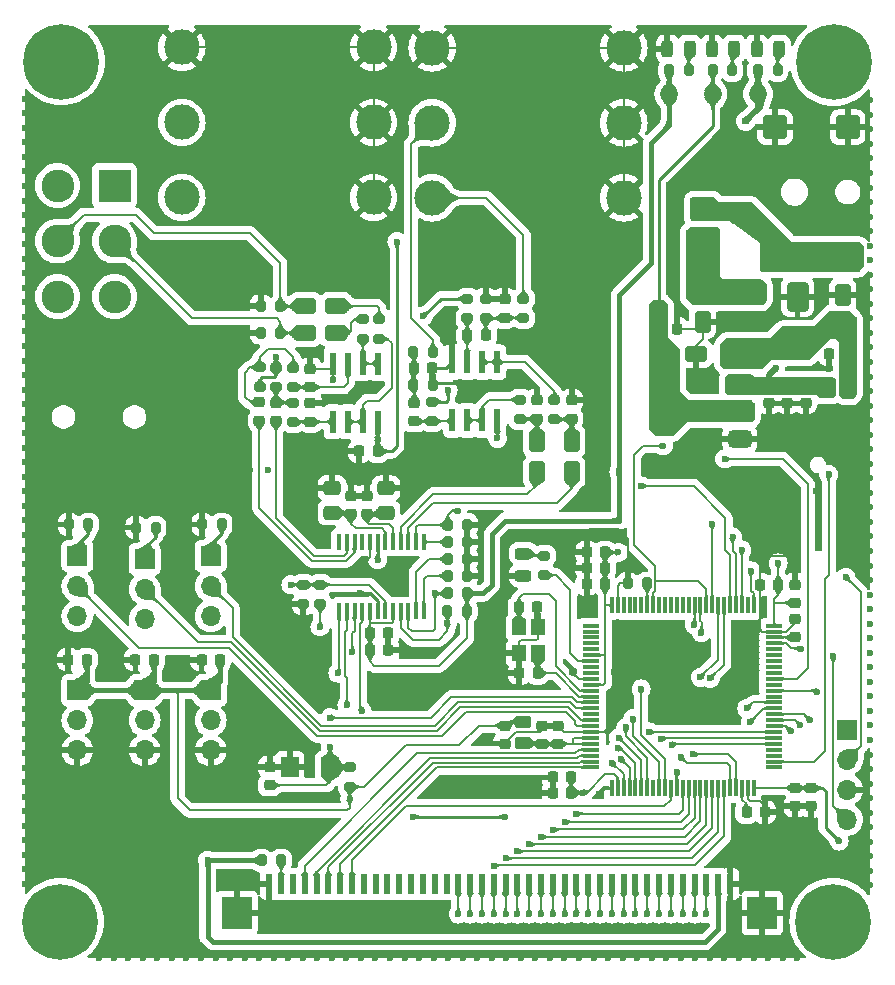
<source format=gtl>
G04 #@! TF.GenerationSoftware,KiCad,Pcbnew,8.0.3*
G04 #@! TF.CreationDate,2025-02-06T23:25:04+07:00*
G04 #@! TF.ProjectId,Digital_Multi_Pedal_v1,44696769-7461-46c5-9f4d-756c74695f50,rev?*
G04 #@! TF.SameCoordinates,Original*
G04 #@! TF.FileFunction,Copper,L1,Top*
G04 #@! TF.FilePolarity,Positive*
%FSLAX46Y46*%
G04 Gerber Fmt 4.6, Leading zero omitted, Abs format (unit mm)*
G04 Created by KiCad (PCBNEW 8.0.3) date 2025-02-06 23:25:04*
%MOMM*%
%LPD*%
G01*
G04 APERTURE LIST*
G04 Aperture macros list*
%AMRoundRect*
0 Rectangle with rounded corners*
0 $1 Rounding radius*
0 $2 $3 $4 $5 $6 $7 $8 $9 X,Y pos of 4 corners*
0 Add a 4 corners polygon primitive as box body*
4,1,4,$2,$3,$4,$5,$6,$7,$8,$9,$2,$3,0*
0 Add four circle primitives for the rounded corners*
1,1,$1+$1,$2,$3*
1,1,$1+$1,$4,$5*
1,1,$1+$1,$6,$7*
1,1,$1+$1,$8,$9*
0 Add four rect primitives between the rounded corners*
20,1,$1+$1,$2,$3,$4,$5,0*
20,1,$1+$1,$4,$5,$6,$7,0*
20,1,$1+$1,$6,$7,$8,$9,0*
20,1,$1+$1,$8,$9,$2,$3,0*%
G04 Aperture macros list end*
G04 #@! TA.AperFunction,ComponentPad*
%ADD10C,3.000000*%
G04 #@! TD*
G04 #@! TA.AperFunction,SMDPad,CuDef*
%ADD11RoundRect,0.200000X-0.200000X-0.275000X0.200000X-0.275000X0.200000X0.275000X-0.200000X0.275000X0*%
G04 #@! TD*
G04 #@! TA.AperFunction,SMDPad,CuDef*
%ADD12RoundRect,0.200000X0.200000X0.275000X-0.200000X0.275000X-0.200000X-0.275000X0.200000X-0.275000X0*%
G04 #@! TD*
G04 #@! TA.AperFunction,SMDPad,CuDef*
%ADD13RoundRect,0.250000X-0.450000X0.262500X-0.450000X-0.262500X0.450000X-0.262500X0.450000X0.262500X0*%
G04 #@! TD*
G04 #@! TA.AperFunction,SMDPad,CuDef*
%ADD14RoundRect,0.224400X-0.435600X0.680600X-0.435600X-0.680600X0.435600X-0.680600X0.435600X0.680600X0*%
G04 #@! TD*
G04 #@! TA.AperFunction,SMDPad,CuDef*
%ADD15RoundRect,0.225000X-0.250000X0.225000X-0.250000X-0.225000X0.250000X-0.225000X0.250000X0.225000X0*%
G04 #@! TD*
G04 #@! TA.AperFunction,SMDPad,CuDef*
%ADD16RoundRect,0.225000X-0.225000X-0.250000X0.225000X-0.250000X0.225000X0.250000X-0.225000X0.250000X0*%
G04 #@! TD*
G04 #@! TA.AperFunction,SMDPad,CuDef*
%ADD17RoundRect,0.225000X0.250000X-0.225000X0.250000X0.225000X-0.250000X0.225000X-0.250000X-0.225000X0*%
G04 #@! TD*
G04 #@! TA.AperFunction,SMDPad,CuDef*
%ADD18RoundRect,0.224400X0.680600X0.435600X-0.680600X0.435600X-0.680600X-0.435600X0.680600X-0.435600X0*%
G04 #@! TD*
G04 #@! TA.AperFunction,ComponentPad*
%ADD19C,0.800000*%
G04 #@! TD*
G04 #@! TA.AperFunction,ComponentPad*
%ADD20C,6.400000*%
G04 #@! TD*
G04 #@! TA.AperFunction,SMDPad,CuDef*
%ADD21RoundRect,0.200000X0.275000X-0.200000X0.275000X0.200000X-0.275000X0.200000X-0.275000X-0.200000X0*%
G04 #@! TD*
G04 #@! TA.AperFunction,SMDPad,CuDef*
%ADD22RoundRect,0.250000X0.750000X-0.750000X0.750000X0.750000X-0.750000X0.750000X-0.750000X-0.750000X0*%
G04 #@! TD*
G04 #@! TA.AperFunction,SMDPad,CuDef*
%ADD23RoundRect,0.243750X0.456250X-0.243750X0.456250X0.243750X-0.456250X0.243750X-0.456250X-0.243750X0*%
G04 #@! TD*
G04 #@! TA.AperFunction,ComponentPad*
%ADD24R,2.775000X2.775000*%
G04 #@! TD*
G04 #@! TA.AperFunction,ComponentPad*
%ADD25C,2.775000*%
G04 #@! TD*
G04 #@! TA.AperFunction,ComponentPad*
%ADD26R,1.700000X1.700000*%
G04 #@! TD*
G04 #@! TA.AperFunction,ComponentPad*
%ADD27O,1.700000X1.700000*%
G04 #@! TD*
G04 #@! TA.AperFunction,SMDPad,CuDef*
%ADD28C,1.500000*%
G04 #@! TD*
G04 #@! TA.AperFunction,SMDPad,CuDef*
%ADD29RoundRect,0.225000X0.225000X0.250000X-0.225000X0.250000X-0.225000X-0.250000X0.225000X-0.250000X0*%
G04 #@! TD*
G04 #@! TA.AperFunction,SMDPad,CuDef*
%ADD30R,0.558800X1.981200*%
G04 #@! TD*
G04 #@! TA.AperFunction,SMDPad,CuDef*
%ADD31RoundRect,0.243750X-0.243750X-0.456250X0.243750X-0.456250X0.243750X0.456250X-0.243750X0.456250X0*%
G04 #@! TD*
G04 #@! TA.AperFunction,SMDPad,CuDef*
%ADD32RoundRect,0.224400X0.435600X-0.680600X0.435600X0.680600X-0.435600X0.680600X-0.435600X-0.680600X0*%
G04 #@! TD*
G04 #@! TA.AperFunction,SMDPad,CuDef*
%ADD33RoundRect,0.224400X-0.680600X-0.435600X0.680600X-0.435600X0.680600X0.435600X-0.680600X0.435600X0*%
G04 #@! TD*
G04 #@! TA.AperFunction,SMDPad,CuDef*
%ADD34RoundRect,0.200000X-0.275000X0.200000X-0.275000X-0.200000X0.275000X-0.200000X0.275000X0.200000X0*%
G04 #@! TD*
G04 #@! TA.AperFunction,SMDPad,CuDef*
%ADD35R,0.355600X1.358900*%
G04 #@! TD*
G04 #@! TA.AperFunction,SMDPad,CuDef*
%ADD36RoundRect,0.250000X0.475000X-0.337500X0.475000X0.337500X-0.475000X0.337500X-0.475000X-0.337500X0*%
G04 #@! TD*
G04 #@! TA.AperFunction,SMDPad,CuDef*
%ADD37R,3.149600X1.778000*%
G04 #@! TD*
G04 #@! TA.AperFunction,SMDPad,CuDef*
%ADD38RoundRect,0.250000X-0.475000X0.337500X-0.475000X-0.337500X0.475000X-0.337500X0.475000X0.337500X0*%
G04 #@! TD*
G04 #@! TA.AperFunction,SMDPad,CuDef*
%ADD39R,1.150000X1.400000*%
G04 #@! TD*
G04 #@! TA.AperFunction,SMDPad,CuDef*
%ADD40R,1.500000X1.700000*%
G04 #@! TD*
G04 #@! TA.AperFunction,SMDPad,CuDef*
%ADD41R,1.475000X0.300000*%
G04 #@! TD*
G04 #@! TA.AperFunction,SMDPad,CuDef*
%ADD42R,0.300000X1.475000*%
G04 #@! TD*
G04 #@! TA.AperFunction,SMDPad,CuDef*
%ADD43RoundRect,0.250000X0.650000X-1.000000X0.650000X1.000000X-0.650000X1.000000X-0.650000X-1.000000X0*%
G04 #@! TD*
G04 #@! TA.AperFunction,SMDPad,CuDef*
%ADD44RoundRect,0.375000X0.625000X0.375000X-0.625000X0.375000X-0.625000X-0.375000X0.625000X-0.375000X0*%
G04 #@! TD*
G04 #@! TA.AperFunction,SMDPad,CuDef*
%ADD45RoundRect,0.500000X0.500000X1.400000X-0.500000X1.400000X-0.500000X-1.400000X0.500000X-1.400000X0*%
G04 #@! TD*
G04 #@! TA.AperFunction,SMDPad,CuDef*
%ADD46RoundRect,0.250000X0.262500X0.450000X-0.262500X0.450000X-0.262500X-0.450000X0.262500X-0.450000X0*%
G04 #@! TD*
G04 #@! TA.AperFunction,SMDPad,CuDef*
%ADD47R,0.600000X1.700000*%
G04 #@! TD*
G04 #@! TA.AperFunction,SMDPad,CuDef*
%ADD48R,2.500000X2.800000*%
G04 #@! TD*
G04 #@! TA.AperFunction,ViaPad*
%ADD49C,0.600000*%
G04 #@! TD*
G04 #@! TA.AperFunction,Conductor*
%ADD50C,0.203200*%
G04 #@! TD*
G04 #@! TA.AperFunction,Conductor*
%ADD51C,0.254000*%
G04 #@! TD*
G04 #@! TA.AperFunction,Conductor*
%ADD52C,0.381000*%
G04 #@! TD*
G04 #@! TA.AperFunction,Conductor*
%ADD53C,0.508000*%
G04 #@! TD*
G04 #@! TA.AperFunction,Conductor*
%ADD54C,0.200000*%
G04 #@! TD*
G04 APERTURE END LIST*
D10*
X142069200Y-78399000D03*
X158299200Y-78399000D03*
X142069200Y-72049000D03*
X158299200Y-72049000D03*
X142069200Y-84749000D03*
X158299200Y-84749000D03*
D11*
X169661200Y-73934200D03*
X171311200Y-73934200D03*
D12*
X129277200Y-140833800D03*
X127627200Y-140833800D03*
D13*
X149794200Y-129079000D03*
X149794200Y-130904000D03*
D11*
X122596200Y-112394200D03*
X124246200Y-112394200D03*
D14*
X164961700Y-92669000D03*
X164961700Y-95269000D03*
D15*
X172769200Y-120409000D03*
X172769200Y-121959000D03*
D16*
X140524200Y-99167900D03*
X142074200Y-99167900D03*
D17*
X151364200Y-130969000D03*
X151364200Y-129419000D03*
D14*
X153881700Y-105349000D03*
X153881700Y-107949000D03*
D18*
X133909200Y-96181500D03*
X131309200Y-96181500D03*
D19*
X108274200Y-73204000D03*
X108977144Y-71506944D03*
X108977144Y-74901056D03*
X110674200Y-70804000D03*
D20*
X110674200Y-73204000D03*
D19*
X110674200Y-75604000D03*
X112371256Y-71506944D03*
X112371256Y-74901056D03*
X113074200Y-73204000D03*
D16*
X152279200Y-133744000D03*
X153829200Y-133744000D03*
D11*
X162131200Y-73934200D03*
X163781200Y-73934200D03*
X143371200Y-118234200D03*
X145021200Y-118234200D03*
D21*
X149509400Y-103470900D03*
X149509400Y-101820900D03*
D22*
X171099200Y-89754000D03*
X177249200Y-89754000D03*
X177249200Y-78754000D03*
X171099200Y-78754000D03*
D17*
X127444200Y-103599000D03*
X127444200Y-102049000D03*
D16*
X169814200Y-117494000D03*
X171364200Y-117494000D03*
D17*
X172759200Y-119029000D03*
X172759200Y-117479000D03*
X150939200Y-103429000D03*
X150939200Y-101879000D03*
D23*
X149794200Y-116731500D03*
X149794200Y-114856500D03*
D24*
X115179200Y-83701500D03*
D25*
X115179200Y-88401500D03*
X115179200Y-93101500D03*
X110349200Y-83701500D03*
X110349200Y-88401500D03*
X110349200Y-93101500D03*
D17*
X174169200Y-136259000D03*
X174169200Y-134709000D03*
D26*
X112034200Y-126439000D03*
D27*
X112034200Y-128979000D03*
X112034200Y-131519000D03*
D19*
X173614200Y-146024000D03*
X174317144Y-144326944D03*
X174317144Y-147721056D03*
X176014200Y-143624000D03*
D20*
X176014200Y-146024000D03*
D19*
X176014200Y-148424000D03*
X177711256Y-144326944D03*
X177711256Y-147721056D03*
X178414200Y-146024000D03*
D28*
X162134200Y-75954000D03*
D19*
X108194200Y-146024000D03*
X108897144Y-144326944D03*
X108897144Y-147721056D03*
X110594200Y-143624000D03*
D20*
X110594200Y-146024000D03*
D19*
X110594200Y-148424000D03*
X112291256Y-144326944D03*
X112291256Y-147721056D03*
X112994200Y-146024000D03*
D29*
X138349200Y-121594000D03*
X136799200Y-121594000D03*
D17*
X128854200Y-103619000D03*
X128854200Y-102069000D03*
X170584200Y-102109000D03*
X170584200Y-100559000D03*
D19*
X173664200Y-73254000D03*
X174367144Y-71556944D03*
X174367144Y-74951056D03*
X176064200Y-70854000D03*
D20*
X176064200Y-73254000D03*
D19*
X176064200Y-75654000D03*
X177761256Y-71556944D03*
X177761256Y-74951056D03*
X178464200Y-73254000D03*
D30*
X137469200Y-98767900D03*
X136199200Y-98767900D03*
X134929200Y-98767900D03*
X133659200Y-98767900D03*
X133659200Y-103695500D03*
X134929200Y-103695500D03*
X136199200Y-103695500D03*
X137469200Y-103695500D03*
D31*
X169556700Y-72114000D03*
X171431700Y-72114000D03*
D16*
X155149200Y-117444000D03*
X156699200Y-117444000D03*
D32*
X176836700Y-95559000D03*
X176836700Y-92959000D03*
D15*
X148214200Y-129419000D03*
X148214200Y-130969000D03*
D28*
X165814200Y-75944000D03*
D16*
X135909200Y-106184000D03*
X137459200Y-106184000D03*
D29*
X156699200Y-116104800D03*
X155149200Y-116104800D03*
D16*
X175689200Y-97984000D03*
X177239200Y-97984000D03*
D26*
X164984200Y-85694000D03*
D27*
X164984200Y-88234000D03*
D12*
X142132200Y-97777700D03*
X140482200Y-97777700D03*
X145047200Y-115303800D03*
X143397200Y-115303800D03*
D11*
X158626200Y-117384200D03*
X160276200Y-117384200D03*
D16*
X155149200Y-114754000D03*
X156699200Y-114754000D03*
D29*
X138349200Y-123024000D03*
X136799200Y-123024000D03*
D33*
X161819200Y-97956500D03*
X164419200Y-97956500D03*
D34*
X130304000Y-102071000D03*
X130304000Y-103721000D03*
D16*
X122544200Y-123844000D03*
X124094200Y-123844000D03*
D26*
X123319200Y-126439000D03*
D27*
X123319200Y-128979000D03*
X123319200Y-131519000D03*
D26*
X123319200Y-115074000D03*
D27*
X123319200Y-117614000D03*
X123319200Y-120154000D03*
D15*
X136534200Y-109999000D03*
X136534200Y-111549000D03*
D17*
X152694600Y-130972036D03*
X152694600Y-129422036D03*
D14*
X150931700Y-105349000D03*
X150931700Y-107949000D03*
D29*
X153829200Y-135094000D03*
X152279200Y-135094000D03*
D31*
X165766700Y-72114000D03*
X167641700Y-72114000D03*
D35*
X134199201Y-119731350D03*
X134849200Y-119731350D03*
X135499198Y-119731350D03*
X136149199Y-119731350D03*
X136799198Y-119731350D03*
X137449199Y-119731350D03*
X138099198Y-119731350D03*
X138749199Y-119731350D03*
X139399198Y-119731350D03*
X140049199Y-119731350D03*
X140699198Y-119731350D03*
X141349199Y-119731350D03*
X141349199Y-113876650D03*
X140699200Y-113876650D03*
X140049199Y-113876650D03*
X139399201Y-113876650D03*
X138749199Y-113876650D03*
X138099201Y-113876650D03*
X137449202Y-113876650D03*
X136799201Y-113876650D03*
X136149202Y-113876650D03*
X135499201Y-113876650D03*
X134849202Y-113876650D03*
X134199201Y-113876650D03*
D36*
X138154200Y-111410900D03*
X138154200Y-109335900D03*
D26*
X112034200Y-115074000D03*
D27*
X112034200Y-117614000D03*
X112034200Y-120154000D03*
D11*
X143361200Y-119734200D03*
X145011200Y-119734200D03*
D15*
X131764200Y-102139000D03*
X131764200Y-103689000D03*
D12*
X145047200Y-116733800D03*
X143397200Y-116733800D03*
D21*
X152404400Y-103497000D03*
X152404400Y-101847000D03*
D16*
X116949200Y-123844000D03*
X118499200Y-123844000D03*
D37*
X168515300Y-92682300D03*
X168515300Y-97889300D03*
D15*
X172810800Y-134700800D03*
X172810800Y-136250800D03*
D34*
X149799000Y-93274900D03*
X149799000Y-94924900D03*
D17*
X148209200Y-94892900D03*
X148209200Y-93342900D03*
X153874200Y-103439000D03*
X153874200Y-101889000D03*
D26*
X117724200Y-115334000D03*
D27*
X117724200Y-117874000D03*
X117724200Y-120414000D03*
D38*
X133594200Y-109317100D03*
X133594200Y-111392100D03*
D21*
X145039400Y-94940900D03*
X145039400Y-93290900D03*
D29*
X162809200Y-95834000D03*
X161259200Y-95834000D03*
D34*
X146609000Y-93284900D03*
X146609000Y-94934900D03*
D15*
X140559200Y-102102900D03*
X140559200Y-103652900D03*
D18*
X133919200Y-93901500D03*
X131319200Y-93901500D03*
D34*
X128854000Y-99111000D03*
X128854000Y-100761000D03*
D29*
X170234200Y-136754000D03*
X168684200Y-136754000D03*
X151004200Y-124971500D03*
X149454200Y-124971500D03*
D34*
X130324000Y-99111000D03*
X130324000Y-100761000D03*
D17*
X128319200Y-134474000D03*
X128319200Y-132924000D03*
D34*
X137574000Y-95001000D03*
X137574000Y-96651000D03*
D30*
X147579200Y-98647900D03*
X146309200Y-98647900D03*
X145039200Y-98647900D03*
X143769200Y-98647900D03*
X143769200Y-103575500D03*
X145039200Y-103575500D03*
X146309200Y-103575500D03*
X147579200Y-103575500D03*
D12*
X142132200Y-100567700D03*
X140482200Y-100567700D03*
D11*
X127541200Y-96164200D03*
X129191200Y-96164200D03*
D21*
X127454400Y-100747000D03*
X127454400Y-99097000D03*
D31*
X161986700Y-72114000D03*
X163861700Y-72114000D03*
D39*
X149409200Y-121094000D03*
X149409200Y-123294000D03*
X151009200Y-123294000D03*
X151009200Y-121094000D03*
D11*
X117001200Y-112654200D03*
X118651200Y-112654200D03*
X111311200Y-112394200D03*
X112961200Y-112394200D03*
D40*
X130002200Y-132940000D03*
X133402200Y-132940000D03*
D34*
X131164000Y-117491000D03*
X131164000Y-119141000D03*
X132594000Y-117491000D03*
X132594000Y-119141000D03*
X136204000Y-95001000D03*
X136204000Y-96651000D03*
D17*
X172134200Y-102109000D03*
X172134200Y-100559000D03*
D41*
X155543200Y-120964000D03*
X155543200Y-121464000D03*
X155543200Y-121964000D03*
X155543200Y-122464000D03*
X155543200Y-122964000D03*
X155543200Y-123464000D03*
X155543200Y-123964000D03*
X155543200Y-124464000D03*
X155543200Y-124964000D03*
X155543200Y-125464000D03*
X155543200Y-125964000D03*
X155543200Y-126464000D03*
X155543200Y-126964000D03*
X155543200Y-127464000D03*
X155543200Y-127964000D03*
X155543200Y-128464000D03*
X155543200Y-128964000D03*
X155543200Y-129464000D03*
X155543200Y-129964000D03*
X155543200Y-130464000D03*
X155543200Y-130964000D03*
X155543200Y-131464000D03*
X155543200Y-131964000D03*
X155543200Y-132464000D03*
X155543200Y-132964000D03*
D42*
X157281200Y-134702000D03*
X157781200Y-134702000D03*
X158281200Y-134702000D03*
X158781200Y-134702000D03*
X159281200Y-134702000D03*
X159781200Y-134702000D03*
X160281200Y-134702000D03*
X160781200Y-134702000D03*
X161281200Y-134702000D03*
X161781200Y-134702000D03*
X162281200Y-134702000D03*
X162781200Y-134702000D03*
X163281200Y-134702000D03*
X163781200Y-134702000D03*
X164281200Y-134702000D03*
X164781200Y-134702000D03*
X165281200Y-134702000D03*
X165781200Y-134702000D03*
X166281200Y-134702000D03*
X166781200Y-134702000D03*
X167281200Y-134702000D03*
X167781200Y-134702000D03*
X168281200Y-134702000D03*
X168781200Y-134702000D03*
X169281200Y-134702000D03*
D41*
X171019200Y-132964000D03*
X171019200Y-132464000D03*
X171019200Y-131964000D03*
X171019200Y-131464000D03*
X171019200Y-130964000D03*
X171019200Y-130464000D03*
X171019200Y-129964000D03*
X171019200Y-129464000D03*
X171019200Y-128964000D03*
X171019200Y-128464000D03*
X171019200Y-127964000D03*
X171019200Y-127464000D03*
X171019200Y-126964000D03*
X171019200Y-126464000D03*
X171019200Y-125964000D03*
X171019200Y-125464000D03*
X171019200Y-124964000D03*
X171019200Y-124464000D03*
X171019200Y-123964000D03*
X171019200Y-123464000D03*
X171019200Y-122964000D03*
X171019200Y-122464000D03*
X171019200Y-121964000D03*
X171019200Y-121464000D03*
X171019200Y-120964000D03*
D42*
X169281200Y-119226000D03*
X168781200Y-119226000D03*
X168281200Y-119226000D03*
X167781200Y-119226000D03*
X167281200Y-119226000D03*
X166781200Y-119226000D03*
X166281200Y-119226000D03*
X165781200Y-119226000D03*
X165281200Y-119226000D03*
X164781200Y-119226000D03*
X164281200Y-119226000D03*
X163781200Y-119226000D03*
X163281200Y-119226000D03*
X162781200Y-119226000D03*
X162281200Y-119226000D03*
X161781200Y-119226000D03*
X161281200Y-119226000D03*
X160781200Y-119226000D03*
X160281200Y-119226000D03*
X159781200Y-119226000D03*
X159281200Y-119226000D03*
X158781200Y-119226000D03*
X158281200Y-119226000D03*
X157781200Y-119226000D03*
X157281200Y-119226000D03*
D34*
X135089000Y-132936000D03*
X135089000Y-134586000D03*
D11*
X127561200Y-93904200D03*
X129211200Y-93904200D03*
D26*
X117724200Y-126439000D03*
D27*
X117724200Y-128979000D03*
X117724200Y-131519000D03*
D43*
X173004200Y-97101500D03*
X173004200Y-93101500D03*
D12*
X145047200Y-113873800D03*
X143397200Y-113873800D03*
D17*
X135204200Y-111549000D03*
X135204200Y-109999000D03*
D29*
X146594200Y-96387900D03*
X145044200Y-96387900D03*
D16*
X149414200Y-119414000D03*
X150964200Y-119414000D03*
D44*
X168114200Y-105154000D03*
X168114200Y-102854000D03*
D45*
X161814200Y-102854000D03*
D44*
X168114200Y-100554000D03*
D12*
X145047200Y-112433800D03*
X143397200Y-112433800D03*
D21*
X151574400Y-116687000D03*
X151574400Y-115037000D03*
D16*
X111259200Y-123844000D03*
X112809200Y-123844000D03*
D21*
X142044400Y-103647000D03*
X142044400Y-101997000D03*
D26*
X177206000Y-129771600D03*
D27*
X177206000Y-132311600D03*
X177206000Y-134851600D03*
X177206000Y-137391600D03*
D46*
X177232236Y-100793600D03*
X175407236Y-100793600D03*
D28*
X169654200Y-75954000D03*
D11*
X165821200Y-73934200D03*
X167471200Y-73934200D03*
D17*
X173684200Y-102109000D03*
X173684200Y-100559000D03*
D15*
X131754200Y-99209000D03*
X131754200Y-100759000D03*
D10*
X120879200Y-78359000D03*
X137109200Y-78359000D03*
X120879200Y-72009000D03*
X137109200Y-72009000D03*
X120879200Y-84709000D03*
X137109200Y-84709000D03*
D47*
X167284200Y-142844000D03*
X166284200Y-142844000D03*
X165284200Y-142844000D03*
X164284200Y-142844000D03*
X163284200Y-142844000D03*
X162284200Y-142844000D03*
X161284200Y-142844000D03*
X160284200Y-142844000D03*
X159284200Y-142844000D03*
X158284200Y-142844000D03*
X157284200Y-142844000D03*
X156284200Y-142844000D03*
X155284200Y-142844000D03*
X154284200Y-142844000D03*
X153284200Y-142844000D03*
X152284200Y-142844000D03*
X151284200Y-142844000D03*
X150284200Y-142844000D03*
X149284200Y-142844000D03*
X148284200Y-142844000D03*
X147284200Y-142844000D03*
X146284200Y-142844000D03*
X145284200Y-142844000D03*
X144284200Y-142844000D03*
X143284200Y-142844000D03*
X142284200Y-142844000D03*
X141284200Y-142844000D03*
X140284200Y-142844000D03*
X139284200Y-142844000D03*
X138284200Y-142844000D03*
X137284200Y-142844000D03*
X136284200Y-142844000D03*
X135284200Y-142844000D03*
X134284200Y-142844000D03*
X133284200Y-142844000D03*
X132284200Y-142844000D03*
X131284200Y-142844000D03*
X130284200Y-142844000D03*
X129284200Y-142844000D03*
X128284200Y-142844000D03*
D48*
X170034200Y-145294000D03*
X125534200Y-145294000D03*
D49*
X168045996Y-149101000D03*
X179136400Y-135568432D03*
X156967365Y-149101000D03*
X142432300Y-107775200D03*
X179136400Y-97408703D03*
X179136400Y-104794457D03*
X179136400Y-87561031D03*
X179136400Y-131875555D03*
X107584600Y-118208006D03*
X107584600Y-137903350D03*
X140171340Y-107775200D03*
X107584600Y-129286637D03*
X163122160Y-149101000D03*
X117576677Y-149101000D03*
X179136400Y-103563498D03*
X171738873Y-149101000D03*
X176494800Y-109553200D03*
X179136400Y-107256375D03*
X179136400Y-77713359D03*
X179136400Y-96177744D03*
X169545000Y-109392630D03*
X115114759Y-149101000D03*
X149215200Y-107775200D03*
X136286600Y-115700000D03*
X179136400Y-134337473D03*
X120038595Y-149101000D03*
X179136400Y-122027883D03*
X179136400Y-112180211D03*
X128158600Y-107775200D03*
X179136400Y-102332539D03*
X107584600Y-136672391D03*
X126193390Y-149101000D03*
X107584600Y-103436498D03*
X107584600Y-123131842D03*
X138201400Y-107775200D03*
X142195857Y-149101000D03*
X107584600Y-119438965D03*
X117338200Y-109553200D03*
X153914200Y-124894800D03*
X137272021Y-149101000D03*
X179136400Y-85099113D03*
X107584600Y-98512662D03*
X118836800Y-108232400D03*
X179136400Y-88791990D03*
X159429283Y-149101000D03*
X107584600Y-88664990D03*
X179136400Y-129413637D03*
X139893400Y-123015200D03*
X179136400Y-81406236D03*
X107584600Y-76355400D03*
X135649420Y-107775200D03*
X107584600Y-116977047D03*
X107584600Y-78817318D03*
X127424349Y-149101000D03*
X152043529Y-149101000D03*
X122500513Y-149101000D03*
X111205914Y-109553200D03*
X150623800Y-135094000D03*
X158198324Y-149101000D03*
X107584600Y-94819785D03*
X179136400Y-109718293D03*
X124962431Y-149101000D03*
X154505447Y-149101000D03*
X179136400Y-99870621D03*
X179136400Y-138030350D03*
X168976400Y-142844000D03*
X145823740Y-107775200D03*
X107584600Y-134210473D03*
X150812570Y-149101000D03*
X179136400Y-86330072D03*
X133594200Y-101755400D03*
X137632800Y-90046000D03*
X107584600Y-93588826D03*
X107584600Y-80048277D03*
X148883025Y-100432625D03*
X107584600Y-87434031D03*
X123214140Y-107775200D03*
X107584600Y-97281703D03*
X179136400Y-118335006D03*
X107584600Y-100974580D03*
X136041062Y-149101000D03*
X179136400Y-98639662D03*
X116111742Y-109553200D03*
X112432371Y-109553200D03*
X116345718Y-149101000D03*
X146954220Y-107775200D03*
X115407800Y-123828000D03*
X153274488Y-149101000D03*
X107584600Y-120669924D03*
X179136400Y-82637195D03*
X107584600Y-112053211D03*
X144693260Y-107775200D03*
X157495600Y-124894800D03*
X107584600Y-96050744D03*
X107584600Y-89895949D03*
X179136400Y-125720760D03*
X179136400Y-78944318D03*
X179136400Y-92484867D03*
X179136400Y-114642129D03*
X107584600Y-121900883D03*
X179136400Y-115873088D03*
X107584600Y-102205539D03*
X165584078Y-149101000D03*
X166308200Y-109044000D03*
X175682000Y-99240800D03*
X107584600Y-107129375D03*
X179136400Y-108487334D03*
X107584600Y-109591293D03*
X138502980Y-149101000D03*
X179136400Y-124489801D03*
X131117226Y-149101000D03*
X168910000Y-108839000D03*
X107584600Y-108360334D03*
X107584600Y-126824719D03*
X129997020Y-107775200D03*
X147119693Y-149101000D03*
X172969846Y-149101000D03*
X179136400Y-130644596D03*
X179136400Y-106025416D03*
X108753000Y-109553200D03*
X179136400Y-142954200D03*
X125339200Y-93906800D03*
X107584600Y-81279236D03*
X179136400Y-136799391D03*
X126605580Y-107775200D03*
X133579144Y-149101000D03*
X161891201Y-149101000D03*
X179136400Y-126951719D03*
X107584600Y-110822252D03*
X170507914Y-149101000D03*
X164353119Y-149101000D03*
X179136400Y-133106514D03*
X107584600Y-91126908D03*
X179136400Y-94946785D03*
X118151000Y-108918200D03*
X134810103Y-149101000D03*
X125475100Y-107775200D03*
X143426816Y-149101000D03*
X109979457Y-109553200D03*
X119822700Y-107775200D03*
X174564400Y-109553200D03*
X107584600Y-77586359D03*
X113883800Y-149101000D03*
X107584600Y-132979514D03*
X141301820Y-107775200D03*
X179136400Y-113411170D03*
X179136400Y-123258842D03*
X140964898Y-149101000D03*
X160660242Y-149101000D03*
X121269554Y-149101000D03*
X149581611Y-149101000D03*
X123731472Y-149101000D03*
X107584600Y-140365268D03*
X107584600Y-83741154D03*
X107584600Y-125593760D03*
X139733939Y-149101000D03*
X146268800Y-112448800D03*
X179136400Y-119565965D03*
X107584600Y-130517596D03*
X179136400Y-110949252D03*
X179136400Y-93715826D03*
X113658828Y-109553200D03*
X139166600Y-107746800D03*
X131127500Y-107775200D03*
X107584600Y-84972113D03*
X179136400Y-101101580D03*
X179136400Y-141723227D03*
X179136400Y-76482400D03*
X107584600Y-114515129D03*
X179136400Y-117104047D03*
X156225600Y-135207200D03*
X179136400Y-128182678D03*
X114885285Y-109553200D03*
X158041700Y-113071100D03*
X107584600Y-135441432D03*
X133670400Y-100157400D03*
X179136400Y-120796924D03*
X128655308Y-149101000D03*
X148310600Y-107746800D03*
X179136400Y-90022949D03*
X136779900Y-107775200D03*
X179136400Y-140492268D03*
X143562780Y-107775200D03*
X107584600Y-99743621D03*
X148199200Y-88877600D03*
X107584600Y-113284170D03*
X107584600Y-86203072D03*
X144657775Y-149101000D03*
X124344620Y-107775200D03*
X107584600Y-124362801D03*
X121021200Y-123853400D03*
X118807636Y-149101000D03*
X169276955Y-149101000D03*
X107584600Y-115746088D03*
X135956400Y-118214600D03*
X128284200Y-144987600D03*
X125339200Y-96167400D03*
X122083660Y-107775200D03*
X107584600Y-92357867D03*
X129886267Y-149101000D03*
X145888734Y-149101000D03*
X132348185Y-149101000D03*
X179136400Y-80175277D03*
X107584600Y-139134309D03*
X107584600Y-131748555D03*
X107584600Y-128055678D03*
X179136400Y-83868154D03*
X107584600Y-105898416D03*
X179136400Y-139261309D03*
X179136400Y-91253908D03*
X166815037Y-149101000D03*
X107584600Y-104667457D03*
X148350652Y-149101000D03*
X107584600Y-82510195D03*
X107584600Y-142827200D03*
X155736406Y-149101000D03*
X134518940Y-107775200D03*
X107584600Y-141596227D03*
X139084200Y-88454000D03*
X147594200Y-105104000D03*
X137454200Y-115394000D03*
X137454200Y-105154000D03*
X135089000Y-135617400D03*
X148250000Y-137137600D03*
X157876600Y-107953000D03*
X157825800Y-114760200D03*
X176520200Y-139195000D03*
X171364000Y-115641200D03*
X157876600Y-112067800D03*
X162143800Y-78539800D03*
X154854000Y-135094000D03*
X140426800Y-137137600D03*
X161254200Y-95014000D03*
X123053200Y-140833800D03*
X133424200Y-128754000D03*
X133424200Y-131234000D03*
X171160800Y-99164600D03*
X168595400Y-78260400D03*
X141324596Y-94753604D03*
X128864200Y-98215600D03*
X143414200Y-101024000D03*
X173272600Y-122898187D03*
X176023200Y-123563000D03*
X169074200Y-116324000D03*
X177094200Y-116864000D03*
X152284200Y-145384000D03*
X152284200Y-138242400D03*
X163284200Y-145384000D03*
X164864200Y-121544000D03*
X164294200Y-145384000D03*
X174032600Y-128964000D03*
X165274200Y-145374000D03*
X174634200Y-126564000D03*
X147284200Y-145384000D03*
X147284200Y-141314000D03*
X162364200Y-131065600D03*
X146284200Y-145384000D03*
X154284200Y-145364000D03*
X154284200Y-136884000D03*
X148284200Y-140642400D03*
X148284200Y-145384000D03*
X173249200Y-129409000D03*
X161284200Y-145394000D03*
X168709200Y-127969000D03*
X158284200Y-145384000D03*
X160454200Y-129964000D03*
X144284200Y-145384000D03*
X150284200Y-145384000D03*
X150284200Y-139462400D03*
X153284200Y-137584000D03*
X153294200Y-145384000D03*
X172414200Y-129884000D03*
X160284200Y-145384000D03*
X149294200Y-145384000D03*
X149284200Y-140062400D03*
X155284200Y-145384000D03*
X162781200Y-133357000D03*
X156294200Y-145384000D03*
X164784200Y-125334000D03*
X145284200Y-145384000D03*
X161474200Y-130565600D03*
X164274200Y-120884000D03*
X162284200Y-145384000D03*
X151284200Y-138864000D03*
X151284200Y-145384000D03*
X157284200Y-145384000D03*
X165624200Y-125414000D03*
X169001800Y-129111200D03*
X159284200Y-145384000D03*
X161654200Y-105744000D03*
X165764200Y-112344000D03*
X168284200Y-114544000D03*
X175644200Y-108145600D03*
X166824200Y-106844000D03*
X167504200Y-113444000D03*
X159064200Y-128824000D03*
X132574200Y-121064000D03*
X130104200Y-117494000D03*
X157864200Y-130434000D03*
X143364200Y-120744000D03*
X164182600Y-131844000D03*
X163119200Y-132099000D03*
X142314200Y-118234000D03*
X144234200Y-111274000D03*
X159764200Y-126314000D03*
X159785800Y-109134000D03*
X157314200Y-132594000D03*
X134854200Y-127674000D03*
X134082600Y-124982152D03*
X157764200Y-131324000D03*
X158044200Y-132264000D03*
X136126800Y-128164000D03*
X135324200Y-123194000D03*
X158464200Y-129584000D03*
D50*
X158299200Y-72049000D02*
X158299200Y-78399000D01*
X157995800Y-117384200D02*
X157781200Y-117598800D01*
X172810800Y-136250800D02*
X174161000Y-136250800D01*
X133210600Y-102139000D02*
X133594200Y-101755400D01*
D51*
X139884600Y-123024000D02*
X139893400Y-123015200D01*
D50*
X156642800Y-129964000D02*
X155543200Y-129964000D01*
X170234200Y-136754000D02*
X170234200Y-139715200D01*
X153236564Y-129964000D02*
X155543200Y-129964000D01*
D51*
X138349200Y-123024000D02*
X139884600Y-123024000D01*
D50*
X146609000Y-93284900D02*
X148151200Y-93284900D01*
X133670400Y-100157400D02*
X133670400Y-99209000D01*
X170200600Y-105154000D02*
X168114200Y-105154000D01*
X146253800Y-112433800D02*
X145047200Y-112433800D01*
X158299200Y-78399000D02*
X158299200Y-84749000D01*
X172380000Y-115039600D02*
X170297200Y-115039600D01*
X148209200Y-88887600D02*
X148199200Y-88877600D01*
X164419200Y-97956500D02*
X164419200Y-97249000D01*
X149569200Y-122204000D02*
X150869200Y-122204000D01*
X171867400Y-136250800D02*
X172810800Y-136250800D01*
X154483400Y-125464000D02*
X153914200Y-124894800D01*
X136779900Y-107775200D02*
X136534200Y-108020900D01*
X172769200Y-120733040D02*
X172769200Y-120409000D01*
X125342400Y-96164200D02*
X125339200Y-96167400D01*
X149409200Y-123294000D02*
X149409200Y-124926500D01*
D51*
X143249200Y-99167900D02*
X143769200Y-98647900D01*
D50*
X155149200Y-114754000D02*
X155149200Y-113093400D01*
X127977800Y-145294000D02*
X125534200Y-145294000D01*
X162809200Y-95834000D02*
X164396700Y-95834000D01*
X125341800Y-93904200D02*
X127561200Y-93904200D01*
X151009200Y-122064000D02*
X151009200Y-121094000D01*
X157781200Y-117598800D02*
X157781200Y-119226000D01*
X148214200Y-130899600D02*
X148214200Y-130969000D01*
X116949200Y-123844000D02*
X115423800Y-123844000D01*
X169382800Y-140566600D02*
X168163600Y-140566600D01*
X151171000Y-129974800D02*
X149139000Y-129974800D01*
X158626200Y-117384200D02*
X157995800Y-117384200D01*
X155438200Y-112804400D02*
X157775000Y-112804400D01*
X169814200Y-135814000D02*
X170234200Y-136234000D01*
X174161000Y-136250800D02*
X174169200Y-136259000D01*
X169814200Y-117494000D02*
X169814200Y-121249700D01*
D51*
X137449199Y-118870101D02*
X136793698Y-118214600D01*
D50*
X168781200Y-134702000D02*
X168781200Y-135619290D01*
X169814200Y-115522600D02*
X169814200Y-117494000D01*
X155149200Y-113093400D02*
X155438200Y-112804400D01*
X146268800Y-112448800D02*
X146253800Y-112433800D01*
X137109200Y-78359000D02*
X137109200Y-84709000D01*
X149409200Y-122364000D02*
X149569200Y-122204000D01*
X170034200Y-145294000D02*
X170034200Y-143097600D01*
X152691564Y-129419000D02*
X152694600Y-129422036D01*
X157281200Y-134702000D02*
X156730800Y-134702000D01*
X150964200Y-121049000D02*
X151009200Y-121094000D01*
X152279200Y-133744000D02*
X152279200Y-135094000D01*
D51*
X148847400Y-100397000D02*
X142302900Y-100397000D01*
D50*
X133670400Y-99209000D02*
X131754200Y-99209000D01*
D51*
X136793698Y-118214600D02*
X135956400Y-118214600D01*
D50*
X164419200Y-97249000D02*
X164964200Y-96704000D01*
X155543200Y-125464000D02*
X154483400Y-125464000D01*
X137109200Y-72009000D02*
X137109200Y-78359000D01*
X176836700Y-92959000D02*
X173146700Y-92959000D01*
X128335200Y-132940000D02*
X128319200Y-132924000D01*
X169780600Y-142844000D02*
X167284200Y-142844000D01*
X149409200Y-123294000D02*
X149409200Y-122364000D01*
X170584200Y-104770400D02*
X170200600Y-105154000D01*
X171019200Y-121464000D02*
X172038240Y-121464000D01*
X121030600Y-123844000D02*
X121021200Y-123853400D01*
X170234200Y-136234000D02*
X170234200Y-136754000D01*
X172759200Y-115418800D02*
X172380000Y-115039600D01*
X148883025Y-100432625D02*
X150457825Y-100432625D01*
X120879200Y-72009000D02*
X137109200Y-72009000D01*
X155149200Y-114754000D02*
X155149200Y-117444000D01*
X168975910Y-135814000D02*
X169814200Y-135814000D01*
X175689200Y-99233600D02*
X175682000Y-99240800D01*
D51*
X137449199Y-119731350D02*
X137449199Y-118870101D01*
D50*
X157495600Y-129111200D02*
X156642800Y-129964000D01*
X168163600Y-140566600D02*
X167284200Y-141446000D01*
X145047200Y-113873800D02*
X145047200Y-115303800D01*
X169814200Y-121249700D02*
X170028500Y-121464000D01*
X115423800Y-123844000D02*
X115407800Y-123828000D01*
D51*
X142074200Y-100509700D02*
X142132200Y-100567700D01*
D50*
X152279200Y-135094000D02*
X150623800Y-135094000D01*
X168781200Y-135619290D02*
X168975910Y-135814000D01*
X136799201Y-115187399D02*
X136286600Y-115700000D01*
X145047200Y-112433800D02*
X145047200Y-113873800D01*
X164964200Y-96704000D02*
X164961700Y-96701500D01*
X171364200Y-136754000D02*
X171867400Y-136250800D01*
X133670400Y-100157400D02*
X133670400Y-98779100D01*
X130002200Y-132940000D02*
X128335200Y-132940000D01*
X170584200Y-102109000D02*
X172134200Y-102109000D01*
X127541200Y-96164200D02*
X125342400Y-96164200D01*
X150964200Y-119414000D02*
X150964200Y-121049000D01*
X151364200Y-129781600D02*
X151171000Y-129974800D01*
X151364200Y-129419000D02*
X151364200Y-129781600D01*
X175689200Y-97984000D02*
X175689200Y-99233600D01*
X172134200Y-102109000D02*
X173684200Y-102109000D01*
X128284200Y-144987600D02*
X127977800Y-145294000D01*
X170297200Y-115039600D02*
X169814200Y-115522600D01*
X156730800Y-134702000D02*
X156225600Y-135207200D01*
X152694600Y-129422036D02*
X153236564Y-129964000D01*
X148151200Y-93284900D02*
X148209200Y-93342900D01*
X145047200Y-115303800D02*
X145047200Y-116733800D01*
D51*
X142302900Y-100397000D02*
X142132200Y-100567700D01*
D50*
X136534200Y-108020900D02*
X136534200Y-109999000D01*
D51*
X148883025Y-100432625D02*
X148847400Y-100397000D01*
D50*
X148209200Y-93342900D02*
X148209200Y-88887600D01*
X131764200Y-102139000D02*
X133210600Y-102139000D01*
X149409200Y-124926500D02*
X149454200Y-124971500D01*
X150869200Y-122204000D02*
X151009200Y-122064000D01*
X170234200Y-136754000D02*
X171364200Y-136754000D01*
X170034200Y-143097600D02*
X169780600Y-142844000D01*
X167284200Y-141446000D02*
X167284200Y-142844000D01*
X172038240Y-121464000D02*
X172769200Y-120733040D01*
X125339200Y-93906800D02*
X125341800Y-93904200D01*
X157495600Y-124894800D02*
X157495600Y-129111200D01*
X133670400Y-98779100D02*
X133659200Y-98767900D01*
X128284200Y-142844000D02*
X128284200Y-144987600D01*
X171099200Y-78754000D02*
X177249200Y-78754000D01*
X164396700Y-95834000D02*
X164961700Y-95269000D01*
X164961700Y-96701500D02*
X164961700Y-95269000D01*
X122544200Y-123844000D02*
X121030600Y-123844000D01*
D51*
X142074200Y-99167900D02*
X142074200Y-100509700D01*
D50*
X136799201Y-113876650D02*
X136799201Y-115187399D01*
X170234200Y-139715200D02*
X169382800Y-140566600D01*
X142069200Y-72049000D02*
X158299200Y-72049000D01*
X151364200Y-129419000D02*
X152691564Y-129419000D01*
X149139000Y-129974800D02*
X148214200Y-130899600D01*
X170584200Y-102109000D02*
X170584200Y-104770400D01*
X172759200Y-117479000D02*
X172759200Y-115418800D01*
X158626200Y-113655600D02*
X158626200Y-117384200D01*
X170028500Y-121464000D02*
X171019200Y-121464000D01*
D51*
X142074200Y-99167900D02*
X143249200Y-99167900D01*
D50*
X157775000Y-112804400D02*
X158626200Y-113655600D01*
X150623800Y-135094000D02*
X150612200Y-135105600D01*
X150457825Y-100432625D02*
X150939200Y-100914000D01*
X150939200Y-100914000D02*
X150939200Y-101879000D01*
X173146700Y-92959000D02*
X173004200Y-93101500D01*
D51*
X138639800Y-106184000D02*
X137459200Y-106184000D01*
X137459200Y-106184000D02*
X137459200Y-105159000D01*
X137454200Y-113881648D02*
X137449202Y-113876650D01*
X139084200Y-88454000D02*
X139094200Y-88464000D01*
X137454200Y-103710500D02*
X137469200Y-103695500D01*
X139094200Y-105729600D02*
X138639800Y-106184000D01*
X147594200Y-103590500D02*
X147579200Y-103575500D01*
X137454200Y-115394000D02*
X137454200Y-113881648D01*
X137454200Y-105154000D02*
X137454200Y-103710500D01*
X139094200Y-88464000D02*
X139094200Y-105729600D01*
X137459200Y-105159000D02*
X137454200Y-105154000D01*
X147594200Y-105104000D02*
X147594200Y-103590500D01*
X148250000Y-137137600D02*
X140426800Y-137137600D01*
D52*
X157876600Y-112067800D02*
X157876600Y-107953000D01*
D50*
X135089000Y-135617400D02*
X135089000Y-136379400D01*
D52*
X162131200Y-75951000D02*
X162134200Y-75954000D01*
D50*
X153829200Y-135094000D02*
X153829200Y-133744000D01*
X172759200Y-119029000D02*
X171024200Y-119029000D01*
X156699200Y-119154000D02*
X156699200Y-123454000D01*
D52*
X147132400Y-117503400D02*
X146401600Y-118234200D01*
D51*
X175377200Y-138052000D02*
X175377200Y-134978600D01*
D52*
X146401600Y-118234200D02*
X145021200Y-118234200D01*
D50*
X145021200Y-119724200D02*
X145011200Y-119734200D01*
D52*
X147132400Y-113210800D02*
X147132400Y-117503400D01*
D50*
X171364200Y-117494000D02*
X171364200Y-118329000D01*
X156708200Y-133530800D02*
X157470200Y-133530800D01*
D52*
X124094200Y-123844000D02*
X124094200Y-125664000D01*
D50*
X156771200Y-119226000D02*
X157281200Y-119226000D01*
X156699200Y-114754000D02*
X157819600Y-114754000D01*
X136799200Y-119731352D02*
X136799198Y-119731350D01*
D51*
X175107600Y-134709000D02*
X174169200Y-134709000D01*
D50*
X149794200Y-129079000D02*
X148554200Y-129079000D01*
D51*
X140376000Y-137086800D02*
X140426800Y-137137600D01*
D52*
X160594400Y-90274600D02*
X160594400Y-80089200D01*
D50*
X157470200Y-133530800D02*
X157781200Y-133841800D01*
X157819600Y-114754000D02*
X157825800Y-114760200D01*
D52*
X118499200Y-125664000D02*
X117724200Y-126439000D01*
D50*
X156699200Y-114754000D02*
X156699200Y-116104800D01*
X156530700Y-125964000D02*
X155543200Y-125964000D01*
X156699200Y-123454000D02*
X156689200Y-123464000D01*
X137175600Y-124361400D02*
X136799200Y-123985000D01*
X146037200Y-129419000D02*
X144363800Y-131092400D01*
X157781200Y-133841800D02*
X157781200Y-134702000D01*
X156699200Y-125795500D02*
X156530700Y-125964000D01*
X138627600Y-120764000D02*
X136799200Y-120764000D01*
D52*
X112809200Y-125664000D02*
X112034200Y-126439000D01*
D50*
X121529200Y-136604200D02*
X120513200Y-135588200D01*
X174161000Y-134700800D02*
X174169200Y-134709000D01*
D52*
X162134200Y-78530200D02*
X162143800Y-78539800D01*
D50*
X156689200Y-123464000D02*
X155543200Y-123464000D01*
X138749199Y-120642401D02*
X138627600Y-120764000D01*
X136799200Y-123024000D02*
X136799200Y-121594000D01*
X171364200Y-117494000D02*
X171364200Y-115641400D01*
X136799200Y-121594000D02*
X136799200Y-120764000D01*
X156699200Y-117444000D02*
X156699200Y-119154000D01*
X171364200Y-118329000D02*
X171019200Y-118674000D01*
X120513200Y-135588200D02*
X120513200Y-126439000D01*
X171364200Y-115641400D02*
X171364000Y-115641200D01*
X169281200Y-134702000D02*
X172809600Y-134702000D01*
D52*
X162131200Y-73934200D02*
X162131200Y-75951000D01*
X157876600Y-92992400D02*
X160594400Y-90274600D01*
D50*
X153829200Y-135094000D02*
X155145000Y-135094000D01*
X144363800Y-131092400D02*
X139817200Y-131092400D01*
X134864200Y-136604200D02*
X121529200Y-136604200D01*
X171024200Y-119029000D02*
X171019200Y-119034000D01*
X135089000Y-136379400D02*
X134864200Y-136604200D01*
D52*
X112809200Y-123844000D02*
X112809200Y-125664000D01*
X162134200Y-75954000D02*
X162134200Y-78530200D01*
X117724200Y-126439000D02*
X112034200Y-126439000D01*
X123319200Y-126439000D02*
X120513200Y-126439000D01*
D50*
X145021200Y-118234200D02*
X145021200Y-119724200D01*
X136323600Y-134586000D02*
X135089000Y-134586000D01*
X156699200Y-123454000D02*
X156699200Y-125795500D01*
X148554200Y-129079000D02*
X148214200Y-129419000D01*
D52*
X124094200Y-125664000D02*
X123319200Y-126439000D01*
D50*
X135089000Y-134586000D02*
X135089000Y-135617400D01*
X156699200Y-116104800D02*
X156699200Y-117444000D01*
D51*
X175377200Y-134978600D02*
X175107600Y-134709000D01*
D50*
X172809600Y-134702000D02*
X172810800Y-134700800D01*
D52*
X120513200Y-126439000D02*
X117724200Y-126439000D01*
X157876600Y-107953000D02*
X157876600Y-92992400D01*
D50*
X145011200Y-121986800D02*
X142636600Y-124361400D01*
X148214200Y-129419000D02*
X146037200Y-129419000D01*
X139817200Y-131092400D02*
X136323600Y-134586000D01*
X155145000Y-135094000D02*
X156708200Y-133530800D01*
X156699200Y-119154000D02*
X156771200Y-119226000D01*
D52*
X157876600Y-112067800D02*
X148275400Y-112067800D01*
D50*
X136799200Y-120764000D02*
X136799200Y-119731352D01*
D51*
X176520200Y-139195000D02*
X175377200Y-138052000D01*
D50*
X136799200Y-123985000D02*
X136799200Y-123024000D01*
X145011200Y-119734200D02*
X145011200Y-121986800D01*
X138749199Y-119731350D02*
X138749199Y-120642401D01*
X171019200Y-118674000D02*
X171019200Y-120964000D01*
D52*
X160594400Y-80089200D02*
X162143800Y-78539800D01*
X148275400Y-112067800D02*
X147132400Y-113210800D01*
D50*
X142636600Y-124361400D02*
X137175600Y-124361400D01*
X172810800Y-134700800D02*
X174161000Y-134700800D01*
D52*
X118499200Y-123844000D02*
X118499200Y-125664000D01*
D50*
X135204200Y-111549000D02*
X135204200Y-112344000D01*
X135047300Y-111392100D02*
X135204200Y-111549000D01*
X133594200Y-111392100D02*
X135047300Y-111392100D01*
X135204200Y-112344000D02*
X135587400Y-112727200D01*
X135587400Y-112727200D02*
X137787400Y-112727200D01*
X138099201Y-113039001D02*
X138099201Y-113876650D01*
X137787400Y-112727200D02*
X138099201Y-113039001D01*
X136534200Y-112154000D02*
X136704200Y-112324000D01*
X136704200Y-112324000D02*
X138374200Y-112324000D01*
X136534200Y-111549000D02*
X138016100Y-111549000D01*
X138749199Y-112698999D02*
X138749199Y-113876650D01*
X138374200Y-112324000D02*
X138749199Y-112698999D01*
X138016100Y-111549000D02*
X138154200Y-111410900D01*
X136534200Y-111549000D02*
X136534200Y-112154000D01*
X153881700Y-107949000D02*
X153881700Y-109316500D01*
X153881700Y-109316500D02*
X152624200Y-110574000D01*
X142163990Y-110574000D02*
X140049199Y-112688791D01*
X152624200Y-110574000D02*
X142163990Y-110574000D01*
X140049199Y-112688791D02*
X140049199Y-113876650D01*
X142144200Y-109844000D02*
X139399201Y-112588999D01*
X150931700Y-109046500D02*
X150134200Y-109844000D01*
X150931700Y-107949000D02*
X150931700Y-109046500D01*
X139399201Y-112588999D02*
X139399201Y-113876650D01*
X150134200Y-109844000D02*
X142144200Y-109844000D01*
D51*
X165814200Y-78628600D02*
X165814200Y-75944000D01*
D52*
X165191800Y-147754800D02*
X166284200Y-146662400D01*
D51*
X161254200Y-95014000D02*
X161254200Y-83188600D01*
X168114200Y-102854000D02*
X161814200Y-102854000D01*
D50*
X165821200Y-75927000D02*
X165794200Y-75954000D01*
D51*
X161259200Y-96519000D02*
X161259200Y-95834000D01*
X165821200Y-73934200D02*
X165821200Y-75927000D01*
X161819200Y-97079000D02*
X161259200Y-96519000D01*
X161819200Y-97956500D02*
X161819200Y-102849000D01*
D52*
X166284200Y-146662400D02*
X166284200Y-142844000D01*
X123053200Y-140833800D02*
X123053200Y-147297600D01*
D51*
X161819200Y-97956500D02*
X161819200Y-97079000D01*
X161254200Y-83188600D02*
X165814200Y-78628600D01*
X161259200Y-95019000D02*
X161254200Y-95014000D01*
D52*
X127627200Y-140833800D02*
X123053200Y-140833800D01*
D51*
X161259200Y-95834000D02*
X161259200Y-95019000D01*
X161819200Y-102849000D02*
X161814200Y-102854000D01*
D52*
X123053200Y-147297600D02*
X123510400Y-147754800D01*
X123510400Y-147754800D02*
X165191800Y-147754800D01*
D50*
X131884200Y-115464000D02*
X127444200Y-111024000D01*
X134794501Y-115464000D02*
X131884200Y-115464000D01*
X135499201Y-114759300D02*
X134794501Y-115464000D01*
X135499201Y-113876650D02*
X135499201Y-114759300D01*
X127444200Y-111024000D02*
X127444200Y-103599000D01*
X129194200Y-95224000D02*
X129191200Y-95227000D01*
X129191200Y-95227000D02*
X129191200Y-96164200D01*
X129208500Y-96181500D02*
X129191200Y-96164200D01*
X121701700Y-94924000D02*
X128894200Y-94924000D01*
X128894200Y-94924000D02*
X129194200Y-95224000D01*
X115179200Y-88401500D02*
X121701700Y-94924000D01*
X131309200Y-96181500D02*
X129208500Y-96181500D01*
X134929200Y-100419000D02*
X134929200Y-98767900D01*
X131754200Y-100759000D02*
X134589200Y-100759000D01*
X134589200Y-100759000D02*
X134929200Y-100419000D01*
X130326000Y-100759000D02*
X130324000Y-100761000D01*
X131754200Y-100759000D02*
X130326000Y-100759000D01*
X112566700Y-86184000D02*
X110349200Y-88401500D01*
X129211200Y-93904200D02*
X129211200Y-90291000D01*
X129213900Y-93901500D02*
X129211200Y-93904200D01*
X118534200Y-87734000D02*
X116984200Y-86184000D01*
X116984200Y-86184000D02*
X112566700Y-86184000D01*
X126654200Y-87734000D02*
X118534200Y-87734000D01*
X131319200Y-93901500D02*
X129213900Y-93901500D01*
X129211200Y-90291000D02*
X126654200Y-87734000D01*
X172769200Y-121959000D02*
X171024200Y-121959000D01*
X171024200Y-121969000D02*
X171019200Y-121964000D01*
X171024200Y-121959000D02*
X171019200Y-121964000D01*
X168684200Y-136092500D02*
X168684200Y-136754000D01*
X168281200Y-134702000D02*
X168281200Y-135689500D01*
X168281200Y-135689500D02*
X168684200Y-136092500D01*
X149794200Y-130904000D02*
X151299200Y-130904000D01*
X151364200Y-130969000D02*
X152691564Y-130969000D01*
X153984200Y-130584000D02*
X154104200Y-130464000D01*
X152691564Y-130969000D02*
X152694600Y-130972036D01*
X153984200Y-130972036D02*
X155535164Y-130972036D01*
X151299200Y-130904000D02*
X151364200Y-130969000D01*
X152694600Y-130972036D02*
X153984200Y-130972036D01*
X153984200Y-130972036D02*
X153984200Y-130584000D01*
X155535164Y-130972036D02*
X155543200Y-130964000D01*
X154104200Y-130464000D02*
X155543200Y-130464000D01*
X154614200Y-126464000D02*
X155543200Y-126464000D01*
X151999200Y-118294000D02*
X152564200Y-118859000D01*
X149414200Y-119414000D02*
X149414200Y-121089000D01*
X149414200Y-118649000D02*
X149769200Y-118294000D01*
X152564200Y-118859000D02*
X152564200Y-124414000D01*
X149414200Y-119414000D02*
X149414200Y-118649000D01*
X149414200Y-121089000D02*
X149409200Y-121094000D01*
X149769200Y-118294000D02*
X151999200Y-118294000D01*
X152564200Y-124414000D02*
X154614200Y-126464000D01*
X151011700Y-124964000D02*
X151004200Y-124971500D01*
X151004200Y-124971500D02*
X151004200Y-123299000D01*
X151004200Y-123299000D02*
X151009200Y-123294000D01*
X154543990Y-126964000D02*
X152551490Y-124971500D01*
X152551490Y-124971500D02*
X151004200Y-124971500D01*
X155543200Y-126964000D02*
X154543990Y-126964000D01*
X167471200Y-72284500D02*
X167641700Y-72114000D01*
X167471200Y-73934200D02*
X167471200Y-72284500D01*
X163781200Y-72194500D02*
X163861700Y-72114000D01*
X163781200Y-73934200D02*
X163781200Y-72194500D01*
X133424200Y-132918000D02*
X133402200Y-132940000D01*
X141942600Y-128765600D02*
X133435800Y-128765600D01*
X154345792Y-127464000D02*
X153915792Y-127034000D01*
X133424200Y-131234000D02*
X133424200Y-132918000D01*
X153915792Y-127034000D02*
X143674200Y-127034000D01*
X133402200Y-134176000D02*
X133402200Y-132940000D01*
X128319200Y-134474000D02*
X133104200Y-134474000D01*
X135089000Y-132936000D02*
X133406200Y-132936000D01*
X133406200Y-132936000D02*
X133402200Y-132940000D01*
X133104200Y-134474000D02*
X133402200Y-134176000D01*
X143674200Y-127034000D02*
X141942600Y-128765600D01*
X155543200Y-127464000D02*
X154345792Y-127464000D01*
X133435800Y-128765600D02*
X133424200Y-128754000D01*
D53*
X169661200Y-75947000D02*
X169654200Y-75954000D01*
X173918800Y-100793600D02*
X173684200Y-100559000D01*
X168595400Y-78260400D02*
X169654200Y-77201600D01*
X169661200Y-73934200D02*
X169661200Y-75947000D01*
X173684200Y-100559000D02*
X172134200Y-100559000D01*
X169654200Y-77201600D02*
X169654200Y-75954000D01*
X168119200Y-100559000D02*
X168114200Y-100554000D01*
X170584200Y-100559000D02*
X168119200Y-100559000D01*
X170584200Y-100559000D02*
X170584200Y-99741200D01*
X170584200Y-99741200D02*
X171160800Y-99164600D01*
X172134200Y-100559000D02*
X170584200Y-100559000D01*
X175407236Y-100793600D02*
X173918800Y-100793600D01*
D51*
X143414200Y-101824000D02*
X143241200Y-101997000D01*
X128674200Y-99934000D02*
X127624200Y-99934000D01*
X141324596Y-94753604D02*
X142787300Y-93290900D01*
X128854000Y-99111000D02*
X128854000Y-99754200D01*
X143414200Y-101024000D02*
X143414200Y-101824000D01*
X143241200Y-101997000D02*
X142044400Y-101997000D01*
X128854000Y-99754200D02*
X128674200Y-99934000D01*
X127624200Y-99934000D02*
X127454400Y-100103800D01*
X142787300Y-93290900D02*
X145039400Y-93290900D01*
X128864200Y-98215600D02*
X128854000Y-98225800D01*
X127454400Y-100103800D02*
X127454400Y-100747000D01*
X128854000Y-98225800D02*
X128854000Y-99111000D01*
D50*
X140267600Y-80200600D02*
X142069200Y-78399000D01*
X142132200Y-97777700D02*
X142132200Y-96792000D01*
X142132200Y-96792000D02*
X140267600Y-94927400D01*
X140267600Y-94927400D02*
X140267600Y-80200600D01*
X149799000Y-87888800D02*
X146659200Y-84749000D01*
X146659200Y-84749000D02*
X142069200Y-84749000D01*
X149799000Y-93274900D02*
X149799000Y-87888800D01*
X173272600Y-122898187D02*
X173268413Y-122894000D01*
X173268413Y-122894000D02*
X172439900Y-122894000D01*
X172009900Y-122464000D02*
X171019200Y-122464000D01*
X176023200Y-136208800D02*
X177206000Y-137391600D01*
X176023200Y-123563000D02*
X176023200Y-136208800D01*
X172439900Y-122894000D02*
X172009900Y-122464000D01*
X169054200Y-116344000D02*
X169054200Y-118008300D01*
X177094200Y-116864000D02*
X178374400Y-118144200D01*
X169054200Y-118008300D02*
X169281200Y-118235300D01*
X169281200Y-118235300D02*
X169281200Y-119226000D01*
X178374400Y-118144200D02*
X178374400Y-131143200D01*
X178374400Y-131143200D02*
X177206000Y-132311600D01*
X169074200Y-116324000D02*
X169054200Y-116344000D01*
X161706700Y-136264000D02*
X139824305Y-136264000D01*
X135284200Y-140804105D02*
X135284200Y-142844000D01*
X139824305Y-136264000D02*
X135284200Y-140804105D01*
X162281200Y-135689500D02*
X161706700Y-136264000D01*
X162281200Y-134702000D02*
X162281200Y-135689500D01*
X152312600Y-138214000D02*
X163284200Y-138214000D01*
X152284200Y-142844000D02*
X152284200Y-145384000D01*
X164281200Y-137217000D02*
X164281200Y-134702000D01*
X152284200Y-138242400D02*
X152312600Y-138214000D01*
X163284200Y-138214000D02*
X164281200Y-137217000D01*
D54*
X164874200Y-120635471D02*
X164874200Y-121534000D01*
X163284200Y-142844000D02*
X163284200Y-145214000D01*
X164781200Y-120542471D02*
X164874200Y-120635471D01*
X164874200Y-121534000D02*
X164864200Y-121544000D01*
X164781200Y-119226000D02*
X164781200Y-120542471D01*
X164284200Y-142844000D02*
X164294200Y-142854000D01*
X164294200Y-142854000D02*
X164294200Y-145384000D01*
X171039442Y-128484242D02*
X171019200Y-128464000D01*
X174032600Y-128964000D02*
X173552842Y-128484242D01*
X173552842Y-128484242D02*
X171039442Y-128484242D01*
D50*
X165284200Y-145364000D02*
X165274200Y-145374000D01*
X174634200Y-126564000D02*
X174534200Y-126464000D01*
X165284200Y-142844000D02*
X165284200Y-145364000D01*
X174534200Y-126464000D02*
X171019200Y-126464000D01*
X147284200Y-141314000D02*
X147354200Y-141244000D01*
X147354200Y-141244000D02*
X164334200Y-141244000D01*
X166781200Y-138797000D02*
X166781200Y-134702000D01*
X147284200Y-142844000D02*
X147284200Y-145384000D01*
X164334200Y-141244000D02*
X166781200Y-138797000D01*
X154600900Y-132464000D02*
X154504100Y-132560800D01*
X142127400Y-132560800D02*
X133284200Y-141404000D01*
X154504100Y-132560800D02*
X142127400Y-132560800D01*
X155543200Y-132464000D02*
X154600900Y-132464000D01*
X133284200Y-141404000D02*
X133284200Y-142844000D01*
X142454200Y-132964000D02*
X155543200Y-132964000D01*
X134284200Y-142844000D02*
X134284200Y-141134000D01*
X134284200Y-141134000D02*
X142454200Y-132964000D01*
X162465800Y-130964000D02*
X171019200Y-130964000D01*
X162364200Y-131065600D02*
X162465800Y-130964000D01*
X146284200Y-142844000D02*
X146284200Y-145384000D01*
X154294200Y-136874000D02*
X162964200Y-136874000D01*
X154284200Y-136884000D02*
X154294200Y-136874000D01*
X154284200Y-145364000D02*
X154284200Y-142844000D01*
X163281200Y-136557000D02*
X163281200Y-134702000D01*
X154304200Y-145204000D02*
X154284200Y-145184000D01*
X162964200Y-136874000D02*
X163281200Y-136557000D01*
X141917400Y-132157600D02*
X154337089Y-132157600D01*
X132284200Y-142844000D02*
X132284200Y-141790800D01*
X154530689Y-131964000D02*
X155543200Y-131964000D01*
X132284200Y-141790800D02*
X141917400Y-132157600D01*
X154337089Y-132157600D02*
X154530689Y-131964000D01*
X148284200Y-140642400D02*
X148305800Y-140664000D01*
X148284200Y-142844000D02*
X148284200Y-145384000D01*
X148305800Y-140664000D02*
X164064200Y-140664000D01*
X166281200Y-138447000D02*
X166281200Y-134702000D01*
X164064200Y-140664000D02*
X166281200Y-138447000D01*
D54*
X173249200Y-129409000D02*
X172804200Y-128964000D01*
X172804200Y-128964000D02*
X171019200Y-128964000D01*
X161284200Y-145394000D02*
X161284200Y-142844000D01*
D50*
X169214200Y-127464000D02*
X171019200Y-127464000D01*
X168709200Y-127969000D02*
X169214200Y-127464000D01*
X158284200Y-142844000D02*
X158284200Y-145384000D01*
X144284200Y-142844000D02*
X144284200Y-145394000D01*
X160454200Y-129964000D02*
X171019200Y-129964000D01*
X150284200Y-139462400D02*
X150295800Y-139474000D01*
X150295800Y-139474000D02*
X163614200Y-139474000D01*
X163614200Y-139474000D02*
X165281200Y-137807000D01*
X150284200Y-142844000D02*
X150284200Y-145384000D01*
X165281200Y-137807000D02*
X165281200Y-134702000D01*
X153284200Y-145384000D02*
X153284200Y-142844000D01*
X163781200Y-136927000D02*
X163781200Y-134702000D01*
X153294200Y-145194000D02*
X153284200Y-145184000D01*
X163144200Y-137564000D02*
X163781200Y-136927000D01*
X153304200Y-137564000D02*
X163144200Y-137564000D01*
X153284200Y-137584000D02*
X153304200Y-137564000D01*
D54*
X160284200Y-145294000D02*
X160284200Y-142844000D01*
X172414200Y-129884000D02*
X171994200Y-129464000D01*
X171994200Y-129464000D02*
X171019200Y-129464000D01*
D50*
X165781200Y-138077000D02*
X165781200Y-134702000D01*
X149284200Y-140062400D02*
X149285800Y-140064000D01*
X149284200Y-145374000D02*
X149294200Y-145384000D01*
X163794200Y-140064000D02*
X165781200Y-138077000D01*
X149285800Y-140064000D02*
X163794200Y-140064000D01*
X149284200Y-142844000D02*
X149284200Y-145374000D01*
X155284200Y-142844000D02*
X155284200Y-145334000D01*
X162784200Y-133354000D02*
X162781200Y-133357000D01*
X162781200Y-134702000D02*
X162781200Y-133357000D01*
X166284200Y-123834000D02*
X166284200Y-119229000D01*
X164784200Y-125334000D02*
X166284200Y-123834000D01*
X166284200Y-119229000D02*
X166281200Y-119226000D01*
X156284200Y-145374000D02*
X156294200Y-145384000D01*
X156284200Y-142844000D02*
X156284200Y-145374000D01*
X145284200Y-145564000D02*
X145284200Y-142844000D01*
X161575800Y-130464000D02*
X171019200Y-130464000D01*
X161474200Y-130565600D02*
X161575800Y-130464000D01*
D54*
X162284200Y-142844000D02*
X162284200Y-145204000D01*
X164281200Y-120877000D02*
X164274200Y-120884000D01*
X164281200Y-119226000D02*
X164281200Y-120877000D01*
D50*
X163444200Y-138844000D02*
X164781200Y-137507000D01*
X164781200Y-137507000D02*
X164781200Y-134702000D01*
X151284200Y-138864000D02*
X151304200Y-138844000D01*
X151304200Y-138844000D02*
X163444200Y-138844000D01*
X151284200Y-142844000D02*
X151284200Y-145384000D01*
X165624200Y-125414000D02*
X166781200Y-124257000D01*
X166781200Y-124257000D02*
X166781200Y-119226000D01*
X157284200Y-142844000D02*
X157284200Y-145384000D01*
X170149000Y-127964000D02*
X171019200Y-127964000D01*
X159284200Y-142844000D02*
X159284200Y-145384000D01*
X169001800Y-129111200D02*
X170149000Y-127964000D01*
X155543200Y-131464000D02*
X154460478Y-131464000D01*
X154170078Y-131754400D02*
X140823800Y-131754400D01*
X131284200Y-141294000D02*
X131284200Y-142844000D01*
X154460478Y-131464000D02*
X154170078Y-131754400D01*
X140823800Y-131754400D02*
X131284200Y-141294000D01*
X165281200Y-119226000D02*
X165281200Y-117872200D01*
X159914200Y-105744000D02*
X159184200Y-106474000D01*
X164556800Y-117147800D02*
X160977800Y-117147800D01*
X160977800Y-118000400D02*
X160781200Y-118197000D01*
X160977800Y-117147800D02*
X160977800Y-118000400D01*
X161654200Y-105744000D02*
X159914200Y-105744000D01*
X159184200Y-114154000D02*
X160977800Y-115947600D01*
X160977800Y-115947600D02*
X160977800Y-117147800D01*
X160781200Y-118197000D02*
X160781200Y-119226000D01*
X159184200Y-106474000D02*
X159184200Y-114154000D01*
X165281200Y-117872200D02*
X164556800Y-117147800D01*
X165764200Y-112344000D02*
X165781200Y-112361000D01*
X165781200Y-112361000D02*
X165781200Y-119226000D01*
X168281200Y-114547000D02*
X168281200Y-119226000D01*
X168284200Y-114544000D02*
X168281200Y-114547000D01*
X175301000Y-131537200D02*
X174374200Y-132464000D01*
X175644200Y-108145600D02*
X175644200Y-116652200D01*
X175644200Y-116652200D02*
X175301000Y-116995400D01*
X175301000Y-116995400D02*
X175301000Y-131537200D01*
X174374200Y-132464000D02*
X171019200Y-132464000D01*
X172964200Y-125464000D02*
X171019200Y-125464000D01*
X173874200Y-124554000D02*
X172964200Y-125464000D01*
X173874200Y-108984000D02*
X173874200Y-124554000D01*
X166824200Y-106844000D02*
X171734200Y-106844000D01*
X171734200Y-106844000D02*
X173874200Y-108984000D01*
X167504200Y-113444000D02*
X167504200Y-114614791D01*
X167504200Y-114614791D02*
X167781200Y-114891791D01*
X167781200Y-114891791D02*
X167781200Y-119226000D01*
X132574200Y-121064000D02*
X132594000Y-121044200D01*
X159064200Y-128824000D02*
X159074200Y-128834000D01*
X159074200Y-130283400D02*
X161281200Y-132490400D01*
X159074200Y-128834000D02*
X159074200Y-130283400D01*
X132594000Y-121044200D02*
X132594000Y-119141000D01*
X161281200Y-132490400D02*
X161281200Y-134702000D01*
X130104200Y-117494000D02*
X130107200Y-117491000D01*
X159781200Y-132352372D02*
X159781200Y-134702000D01*
X157864200Y-130435372D02*
X159781200Y-132352372D01*
X138099198Y-119731350D02*
X138099198Y-118851900D01*
X136738298Y-117491000D02*
X132594000Y-117491000D01*
X132591000Y-117494000D02*
X132594000Y-117491000D01*
X132594000Y-117491000D02*
X131164000Y-117491000D01*
X157864200Y-130434000D02*
X157864200Y-130435372D01*
X132594400Y-117490600D02*
X132594000Y-117491000D01*
X138099198Y-118851900D02*
X136738298Y-117491000D01*
X130107200Y-117491000D02*
X131164000Y-117491000D01*
X141349199Y-117039001D02*
X141654200Y-116734000D01*
X141784200Y-116734000D02*
X141784400Y-116733800D01*
X141784400Y-116733800D02*
X143397200Y-116733800D01*
X141654200Y-116734000D02*
X141784200Y-116734000D01*
X141349199Y-119731350D02*
X141349199Y-117039001D01*
X143397200Y-113873800D02*
X141352049Y-113873800D01*
X141352049Y-113873800D02*
X141349199Y-113876650D01*
X140699198Y-116409002D02*
X140699198Y-119731350D01*
X141804400Y-115303800D02*
X140699198Y-116409002D01*
X143397200Y-115303800D02*
X141804400Y-115303800D01*
X139399198Y-121128998D02*
X139399198Y-119731350D01*
X143361200Y-121447000D02*
X142654200Y-122154000D01*
X167781200Y-132531000D02*
X167781200Y-134702000D01*
X167094200Y-131844000D02*
X167781200Y-132531000D01*
X142654200Y-122154000D02*
X140424200Y-122154000D01*
X143361200Y-120741000D02*
X143364200Y-120744000D01*
X143364200Y-120744000D02*
X143361200Y-120747000D01*
X143361200Y-119734200D02*
X143361200Y-120741000D01*
X140424200Y-122154000D02*
X139399198Y-121128998D01*
X164182600Y-131844000D02*
X167094200Y-131844000D01*
X143361200Y-120747000D02*
X143361200Y-121447000D01*
X140049199Y-121118999D02*
X140324200Y-121394000D01*
X167034200Y-132624000D02*
X167281200Y-132871000D01*
X143371000Y-118234000D02*
X143371200Y-118234200D01*
X163119200Y-132099000D02*
X163644200Y-132624000D01*
X142314200Y-121224000D02*
X142314200Y-118234000D01*
X167281200Y-132871000D02*
X167281200Y-134702000D01*
X140324200Y-121394000D02*
X142144200Y-121394000D01*
X140049199Y-119731350D02*
X140049199Y-121118999D01*
X163644200Y-132624000D02*
X167034200Y-132624000D01*
X142144200Y-121394000D02*
X142314200Y-121224000D01*
X142314200Y-118234000D02*
X143371000Y-118234000D01*
X143724200Y-111274000D02*
X143397200Y-111601000D01*
X143397200Y-112433800D02*
X140874400Y-112433800D01*
X140699200Y-112609000D02*
X140699200Y-113876650D01*
X161781200Y-132228400D02*
X159744200Y-130191400D01*
X161781200Y-134702000D02*
X161781200Y-132228400D01*
X144234200Y-111274000D02*
X143724200Y-111274000D01*
X143397200Y-111601000D02*
X143397200Y-112433800D01*
X159744200Y-130191400D02*
X159744200Y-126334000D01*
X140874400Y-112433800D02*
X140699200Y-112609000D01*
X159744200Y-126334000D02*
X159764200Y-126314000D01*
X136199200Y-98767900D02*
X136199200Y-96655800D01*
X136199200Y-96655800D02*
X136204000Y-96651000D01*
X136199200Y-98767900D02*
X137469200Y-98767900D01*
X146309200Y-103575500D02*
X146309200Y-102429000D01*
X145039200Y-103575500D02*
X146309200Y-103575500D01*
X146917300Y-101820900D02*
X149509400Y-101820900D01*
X146309200Y-102429000D02*
X146917300Y-101820900D01*
X160276200Y-119221000D02*
X160281200Y-119226000D01*
X160276200Y-117384200D02*
X160276200Y-119221000D01*
X167281200Y-119226000D02*
X167281200Y-114962002D01*
X167281200Y-114962002D02*
X166902600Y-114583402D01*
X164224200Y-109134000D02*
X159785800Y-109134000D01*
X166902600Y-114583402D02*
X166902600Y-111812400D01*
X166902600Y-111812400D02*
X164224200Y-109134000D01*
X152394200Y-116684000D02*
X152391200Y-116687000D01*
X153754200Y-123304000D02*
X153754200Y-117924000D01*
X152514200Y-116684000D02*
X152394200Y-116684000D01*
X152391200Y-116687000D02*
X151574400Y-116687000D01*
X155543200Y-123964000D02*
X154414200Y-123964000D01*
X154414200Y-123964000D02*
X153754200Y-123304000D01*
X153754200Y-117924000D02*
X152514200Y-116684000D01*
X158281200Y-133561000D02*
X157314200Y-132594000D01*
X134854200Y-125385471D02*
X134684200Y-125215471D01*
X134684200Y-121504000D02*
X134854200Y-121334000D01*
X134854200Y-121334000D02*
X134849200Y-121329000D01*
X134849200Y-121329000D02*
X134849200Y-119731350D01*
X134854200Y-127674000D02*
X134854200Y-125385471D01*
X158281200Y-134702000D02*
X158281200Y-133561000D01*
X134684200Y-125215471D02*
X134684200Y-121504000D01*
X159281200Y-132591000D02*
X158654200Y-131964000D01*
X158654200Y-131964000D02*
X158014200Y-131324000D01*
X158014200Y-131324000D02*
X157764200Y-131324000D01*
X134204200Y-124860552D02*
X134204200Y-119736349D01*
X134204200Y-119736349D02*
X134199201Y-119731350D01*
X134082600Y-124982152D02*
X134204200Y-124860552D01*
X159281200Y-134702000D02*
X159281200Y-132591000D01*
X158044200Y-132274000D02*
X158044200Y-132264000D01*
X136149199Y-120610800D02*
X136149199Y-119731350D01*
X158781200Y-134702000D02*
X158781200Y-133011000D01*
X158781200Y-133011000D02*
X158044200Y-132274000D01*
X136126800Y-128164000D02*
X135956400Y-127993600D01*
X135956400Y-120803599D02*
X136149199Y-120610800D01*
X135956400Y-127993600D02*
X135956400Y-120803599D01*
X158464200Y-129584000D02*
X158464200Y-130308400D01*
X158464200Y-130308400D02*
X160281200Y-132125400D01*
X160281200Y-132125400D02*
X160281200Y-134702000D01*
X135324200Y-123194000D02*
X135324200Y-121594000D01*
X135324200Y-121594000D02*
X135499198Y-121419002D01*
X135499198Y-121419002D02*
X135499198Y-119731350D01*
X128854200Y-103619000D02*
X128854200Y-111863790D01*
X134627491Y-115060800D02*
X134849202Y-114839089D01*
X128854200Y-111863790D02*
X132051210Y-115060800D01*
X132051210Y-115060800D02*
X134627491Y-115060800D01*
X134849202Y-114839089D02*
X134849202Y-113876650D01*
X125194200Y-121933790D02*
X125194200Y-119489000D01*
X132684410Y-129424000D02*
X125194200Y-121933790D01*
X136281704Y-129422295D02*
X136279999Y-129424000D01*
X144297190Y-127447600D02*
X142322495Y-129422295D01*
X153759182Y-127447600D02*
X144297190Y-127447600D01*
X155543200Y-127964000D02*
X154275582Y-127964000D01*
X125194200Y-119489000D02*
X123319200Y-117614000D01*
X136279999Y-129424000D02*
X132684410Y-129424000D01*
X142322495Y-129422295D02*
X136281704Y-129422295D01*
X154275582Y-127964000D02*
X153759182Y-127447600D01*
X144464200Y-127850800D02*
X142444200Y-129870800D01*
X142444200Y-129870800D02*
X132561000Y-129870800D01*
X155543200Y-128964000D02*
X154705370Y-128964000D01*
X132561000Y-129870800D02*
X125074200Y-122384000D01*
X154705370Y-128964000D02*
X153828360Y-128086989D01*
X125074200Y-122384000D02*
X122234200Y-122384000D01*
X122234200Y-122384000D02*
X117724200Y-117874000D01*
X153592171Y-127850800D02*
X144464200Y-127850800D01*
X153828360Y-128086989D02*
X153592171Y-127850800D01*
X153425160Y-128254000D02*
X144914200Y-128254000D01*
X154194200Y-129023040D02*
X153425160Y-128254000D01*
X154364200Y-129464000D02*
X154194200Y-129294000D01*
X154194200Y-129294000D02*
X154194200Y-129023040D01*
X124854200Y-122844000D02*
X117264200Y-122844000D01*
X142894200Y-130274000D02*
X132284200Y-130274000D01*
X117264200Y-122844000D02*
X112034200Y-117614000D01*
X132284200Y-130274000D02*
X124854200Y-122844000D01*
X155543200Y-129464000D02*
X154364200Y-129464000D01*
X144914200Y-128254000D02*
X142894200Y-130274000D01*
X177249200Y-89754000D02*
X171099200Y-89754000D01*
X171099200Y-87812600D02*
X168980600Y-85694000D01*
X171099200Y-89754000D02*
X171099200Y-87812600D01*
X168980600Y-85694000D02*
X164984200Y-85694000D01*
X164984200Y-88234000D02*
X164984200Y-92646500D01*
X164961700Y-92669000D02*
X168502000Y-92669000D01*
X164984200Y-92646500D02*
X164961700Y-92669000D01*
X168502000Y-92669000D02*
X168515300Y-92682300D01*
X171331700Y-97101500D02*
X173004200Y-97101500D01*
X168515300Y-97889300D02*
X170528900Y-97889300D01*
X177239200Y-97984000D02*
X177239200Y-100786636D01*
X177239200Y-97984000D02*
X177239200Y-97479000D01*
X171324200Y-97094000D02*
X171331700Y-97101500D01*
X175439200Y-95559000D02*
X176836700Y-95559000D01*
X177239200Y-100786636D02*
X177232236Y-100793600D01*
X173896700Y-97101500D02*
X175439200Y-95559000D01*
X176836700Y-97076500D02*
X176836700Y-95559000D01*
X170528900Y-97889300D02*
X171324200Y-97094000D01*
X173004200Y-97101500D02*
X173896700Y-97101500D01*
X177239200Y-97479000D02*
X176836700Y-97076500D01*
X128184000Y-97513600D02*
X129606400Y-97513600D01*
X127454400Y-98243200D02*
X128184000Y-97513600D01*
X126234200Y-99534000D02*
X126671200Y-99097000D01*
X126671200Y-99097000D02*
X127454400Y-99097000D01*
X127444200Y-102049000D02*
X126719200Y-102049000D01*
X130324000Y-98231200D02*
X130324000Y-99111000D01*
X129606400Y-97513600D02*
X130324000Y-98231200D01*
X127454400Y-99097000D02*
X127454400Y-98243200D01*
X126719200Y-102049000D02*
X126234200Y-101564000D01*
X126234200Y-101564000D02*
X126234200Y-99534000D01*
X146594200Y-96387900D02*
X146594200Y-94949700D01*
X146594200Y-94949700D02*
X146609000Y-94934900D01*
X148167200Y-94934900D02*
X148209200Y-94892900D01*
X149767000Y-94892900D02*
X149799000Y-94924900D01*
X146609000Y-94934900D02*
X148167200Y-94934900D01*
X148209200Y-94892900D02*
X149767000Y-94892900D01*
X152404400Y-103497000D02*
X153816200Y-103497000D01*
X153874200Y-105341500D02*
X153881700Y-105349000D01*
X153816200Y-103497000D02*
X153874200Y-103439000D01*
X153874200Y-103439000D02*
X153874200Y-105341500D01*
X145039400Y-96383100D02*
X145044200Y-96387900D01*
X145039400Y-94940900D02*
X145039400Y-96383100D01*
X145039200Y-96392900D02*
X145044200Y-96387900D01*
X145039200Y-98647900D02*
X145039200Y-96392900D01*
X135194200Y-95324000D02*
X135194200Y-95994000D01*
X136204000Y-95001000D02*
X135517200Y-95001000D01*
X135006700Y-96181500D02*
X133909200Y-96181500D01*
X135194200Y-95994000D02*
X135006700Y-96181500D01*
X135517200Y-95001000D02*
X135194200Y-95324000D01*
X131764200Y-103689000D02*
X133652700Y-103689000D01*
X133652700Y-103689000D02*
X133659200Y-103695500D01*
X131764200Y-103689000D02*
X130336000Y-103689000D01*
X130336000Y-103689000D02*
X130304000Y-103721000D01*
X149509400Y-103470900D02*
X150897300Y-103470900D01*
X150939200Y-105341500D02*
X150931700Y-105349000D01*
X150939200Y-103429000D02*
X150939200Y-105341500D01*
X150897300Y-103470900D02*
X150939200Y-103429000D01*
X137574000Y-94093800D02*
X137381700Y-93901500D01*
X137381700Y-93901500D02*
X133919200Y-93901500D01*
X137574000Y-95001000D02*
X137574000Y-94093800D01*
X140559200Y-103652900D02*
X142038500Y-103652900D01*
X142044400Y-103647000D02*
X143697700Y-103647000D01*
X142038500Y-103652900D02*
X142044400Y-103647000D01*
X143697700Y-103647000D02*
X143769200Y-103575500D01*
X140559200Y-102102900D02*
X140559200Y-100644700D01*
X140559200Y-100644700D02*
X140482200Y-100567700D01*
X140482200Y-99209900D02*
X140524200Y-99167900D01*
X140524200Y-97819700D02*
X140482200Y-97777700D01*
X140482200Y-100567700D02*
X140482200Y-99209900D01*
X140524200Y-99167900D02*
X140524200Y-97819700D01*
X130304000Y-102071000D02*
X128856200Y-102071000D01*
X128854200Y-102069000D02*
X128854200Y-100761200D01*
X128854200Y-100761200D02*
X128854000Y-100761000D01*
X128856200Y-102071000D02*
X128854200Y-102069000D01*
X171311200Y-73934200D02*
X171311200Y-72234500D01*
X171311200Y-72234500D02*
X171431700Y-72114000D01*
X151574400Y-115037000D02*
X149974700Y-115037000D01*
X149974700Y-115037000D02*
X149794200Y-114856500D01*
X129277200Y-142837000D02*
X129284200Y-142844000D01*
X129277200Y-140833800D02*
X129277200Y-142837000D01*
X147579200Y-98647900D02*
X146309200Y-98647900D01*
X152404400Y-101847000D02*
X152404400Y-101134200D01*
X152404400Y-101134200D02*
X149904200Y-98634000D01*
X149904200Y-98634000D02*
X149890300Y-98647900D01*
X149890300Y-98647900D02*
X147579200Y-98647900D01*
X136199200Y-102279000D02*
X136199200Y-103695500D01*
X138664200Y-100844000D02*
X137544200Y-101964000D01*
X138664200Y-97034000D02*
X138664200Y-100844000D01*
X137544200Y-101964000D02*
X136514200Y-101964000D01*
X136199200Y-103695500D02*
X134929200Y-103695500D01*
X138281200Y-96651000D02*
X138664200Y-97034000D01*
X136514200Y-101964000D02*
X136199200Y-102279000D01*
X137574000Y-96651000D02*
X138281200Y-96651000D01*
D51*
X112961200Y-112394200D02*
X112961200Y-113207000D01*
X112961200Y-113207000D02*
X112034200Y-114134000D01*
X112034200Y-114134000D02*
X112034200Y-115074000D01*
X118651200Y-112654200D02*
X118651200Y-113417000D01*
X118651200Y-113417000D02*
X117724200Y-114344000D01*
X117724200Y-114344000D02*
X117724200Y-115334000D01*
X123319200Y-114039000D02*
X123319200Y-115074000D01*
X124246200Y-112394200D02*
X124246200Y-113112000D01*
X124246200Y-113112000D02*
X123319200Y-114039000D01*
G04 #@! TA.AperFunction,Conductor*
G36*
X177460077Y-94304485D02*
G01*
X177480719Y-94321119D01*
X177966881Y-94807281D01*
X178000366Y-94868604D01*
X178003200Y-94894962D01*
X178003200Y-101396238D01*
X177983515Y-101463277D01*
X177966881Y-101483919D01*
X177683919Y-101766881D01*
X177622596Y-101800366D01*
X177596238Y-101803200D01*
X176936962Y-101803200D01*
X176869923Y-101783515D01*
X176849281Y-101766881D01*
X176566319Y-101483919D01*
X176532834Y-101422596D01*
X176530000Y-101396238D01*
X176530000Y-97002600D01*
X176225200Y-96697800D01*
X175768000Y-96697800D01*
X175767999Y-96697800D01*
X174000919Y-98464881D01*
X173939596Y-98498366D01*
X173913238Y-98501200D01*
X170764199Y-98501200D01*
X170089319Y-99176081D01*
X170027996Y-99209566D01*
X170001638Y-99212400D01*
X166776962Y-99212400D01*
X166709923Y-99192715D01*
X166689281Y-99176081D01*
X166507919Y-98994719D01*
X166474434Y-98933396D01*
X166471600Y-98907038D01*
X166471600Y-97130162D01*
X166491285Y-97063123D01*
X166507919Y-97042481D01*
X166917881Y-96632519D01*
X166979204Y-96599034D01*
X167005562Y-96596200D01*
X170713400Y-96596200D01*
X171642281Y-95667319D01*
X171703604Y-95633834D01*
X171729962Y-95631000D01*
X174396400Y-95631000D01*
X175706281Y-94321119D01*
X175767604Y-94287634D01*
X175793962Y-94284800D01*
X177393038Y-94284800D01*
X177460077Y-94304485D01*
G37*
G04 #@! TD.AperFunction*
G04 #@! TA.AperFunction,Conductor*
G36*
X161686677Y-93390085D02*
G01*
X161707319Y-93406719D01*
X162015681Y-93715081D01*
X162049166Y-93776404D01*
X162052000Y-93802762D01*
X162052000Y-96494600D01*
X163006281Y-97448881D01*
X163039766Y-97510204D01*
X163042600Y-97536562D01*
X163042600Y-101142800D01*
X163779200Y-101879400D01*
X169087238Y-101879400D01*
X169154277Y-101899085D01*
X169174919Y-101915719D01*
X169330881Y-102071681D01*
X169364366Y-102133004D01*
X169367200Y-102159362D01*
X169367200Y-103479038D01*
X169347515Y-103546077D01*
X169330881Y-103566719D01*
X169200319Y-103697281D01*
X169138996Y-103730766D01*
X169112638Y-103733600D01*
X163652199Y-103733600D01*
X162520119Y-104865681D01*
X162458796Y-104899166D01*
X162432438Y-104902000D01*
X161061962Y-104902000D01*
X160994923Y-104882315D01*
X160974281Y-104865681D01*
X160488119Y-104379519D01*
X160454634Y-104318196D01*
X160451800Y-104291838D01*
X160451800Y-93751962D01*
X160471485Y-93684923D01*
X160488119Y-93664281D01*
X160745681Y-93406719D01*
X160807004Y-93373234D01*
X160833362Y-93370400D01*
X161619638Y-93370400D01*
X161686677Y-93390085D01*
G37*
G04 #@! TD.AperFunction*
G04 #@! TA.AperFunction,Conductor*
G36*
X166233277Y-87192485D02*
G01*
X166253919Y-87209119D01*
X166435281Y-87390481D01*
X166468766Y-87451804D01*
X166471600Y-87478162D01*
X166471600Y-91389200D01*
X166725600Y-91643200D01*
X169950838Y-91643200D01*
X170017877Y-91662885D01*
X170038519Y-91679519D01*
X170346881Y-91987881D01*
X170380366Y-92049204D01*
X170383200Y-92075562D01*
X170383200Y-93446038D01*
X170363515Y-93513077D01*
X170346881Y-93533719D01*
X170063919Y-93816681D01*
X170002596Y-93850166D01*
X169976238Y-93853000D01*
X164186162Y-93853000D01*
X164119123Y-93833315D01*
X164098481Y-93816681D01*
X163612319Y-93330519D01*
X163578834Y-93269196D01*
X163576000Y-93242838D01*
X163576000Y-87554362D01*
X163595685Y-87487323D01*
X163612319Y-87466681D01*
X163869881Y-87209119D01*
X163931204Y-87175634D01*
X163957562Y-87172800D01*
X166166238Y-87172800D01*
X166233277Y-87192485D01*
G37*
G04 #@! TD.AperFunction*
G04 #@! TA.AperFunction,Conductor*
G36*
X169128877Y-99714685D02*
G01*
X169149519Y-99731319D01*
X169367200Y-99949000D01*
X176046838Y-99949000D01*
X176113877Y-99968685D01*
X176134519Y-99985319D01*
X176239681Y-100090481D01*
X176273166Y-100151804D01*
X176276000Y-100178162D01*
X176276000Y-101396238D01*
X176256315Y-101463277D01*
X176239681Y-101483919D01*
X176032919Y-101690681D01*
X175971596Y-101724166D01*
X175945238Y-101727000D01*
X174955762Y-101727000D01*
X174888723Y-101707315D01*
X174868081Y-101690681D01*
X174625000Y-101447600D01*
X167183362Y-101447600D01*
X167116323Y-101427915D01*
X167095681Y-101411281D01*
X166888919Y-101204519D01*
X166855434Y-101143196D01*
X166852600Y-101116838D01*
X166852600Y-100000362D01*
X166872285Y-99933323D01*
X166888919Y-99912681D01*
X167070281Y-99731319D01*
X167131604Y-99697834D01*
X167157962Y-99695000D01*
X169061838Y-99695000D01*
X169128877Y-99714685D01*
G37*
G04 #@! TD.AperFunction*
G04 #@! TA.AperFunction,Conductor*
G36*
X165928477Y-84652485D02*
G01*
X165949119Y-84669119D01*
X166395400Y-85115400D01*
X169112638Y-85115400D01*
X169179677Y-85135085D01*
X169200319Y-85151719D01*
X172281705Y-88233105D01*
X172286118Y-88237751D01*
X172516800Y-88493600D01*
X172542200Y-88519000D01*
X178282038Y-88519000D01*
X178349077Y-88538685D01*
X178369719Y-88555319D01*
X178576481Y-88762081D01*
X178609966Y-88823404D01*
X178612800Y-88849762D01*
X178612800Y-90550438D01*
X178593115Y-90617477D01*
X178576481Y-90638119D01*
X178268119Y-90946481D01*
X178206796Y-90979966D01*
X178180438Y-90982800D01*
X169973800Y-90982800D01*
X169906761Y-90963115D01*
X169861006Y-90910311D01*
X169849800Y-90858800D01*
X169849800Y-88544400D01*
X167598221Y-86975884D01*
X167581419Y-86961819D01*
X167309800Y-86690200D01*
X164109962Y-86690200D01*
X164042923Y-86670515D01*
X164022281Y-86653881D01*
X163942519Y-86574119D01*
X163909034Y-86512796D01*
X163906200Y-86486438D01*
X163906200Y-84861962D01*
X163925885Y-84794923D01*
X163942519Y-84774281D01*
X164047681Y-84669119D01*
X164109004Y-84635634D01*
X164135362Y-84632800D01*
X165861438Y-84632800D01*
X165928477Y-84652485D01*
G37*
G04 #@! TD.AperFunction*
G04 #@! TA.AperFunction,Conductor*
G36*
X119767083Y-70134185D02*
G01*
X119812838Y-70186989D01*
X119822782Y-70256147D01*
X119793757Y-70319703D01*
X119774354Y-70337767D01*
X119652637Y-70428882D01*
X119652636Y-70428883D01*
X120593443Y-71369689D01*
X120547626Y-71388668D01*
X120432976Y-71465274D01*
X120335474Y-71562776D01*
X120258868Y-71677426D01*
X120239890Y-71723243D01*
X119299083Y-70782436D01*
X119299082Y-70782437D01*
X119192396Y-70924953D01*
X119192391Y-70924961D01*
X119055291Y-71176041D01*
X118955309Y-71444104D01*
X118894500Y-71723637D01*
X118874091Y-72008998D01*
X118874091Y-72009001D01*
X118894500Y-72294362D01*
X118955309Y-72573895D01*
X119055291Y-72841958D01*
X119192391Y-73093038D01*
X119192396Y-73093046D01*
X119299082Y-73235561D01*
X119299083Y-73235562D01*
X120239889Y-72294756D01*
X120258868Y-72340574D01*
X120335474Y-72455224D01*
X120432976Y-72552726D01*
X120547626Y-72629332D01*
X120593442Y-72648309D01*
X119652636Y-73589115D01*
X119795160Y-73695807D01*
X119795161Y-73695808D01*
X120046242Y-73832908D01*
X120046241Y-73832908D01*
X120314304Y-73932890D01*
X120593837Y-73993699D01*
X120879199Y-74014109D01*
X120879201Y-74014109D01*
X121164562Y-73993699D01*
X121444095Y-73932890D01*
X121712158Y-73832908D01*
X121963247Y-73695803D01*
X122105761Y-73589116D01*
X122105762Y-73589115D01*
X121164957Y-72648309D01*
X121210774Y-72629332D01*
X121325424Y-72552726D01*
X121422926Y-72455224D01*
X121499532Y-72340574D01*
X121518509Y-72294756D01*
X122459315Y-73235562D01*
X122459316Y-73235561D01*
X122566003Y-73093047D01*
X122703108Y-72841958D01*
X122803090Y-72573895D01*
X122863899Y-72294362D01*
X122884309Y-72009001D01*
X122884309Y-72008998D01*
X122863899Y-71723637D01*
X122803090Y-71444104D01*
X122703108Y-71176041D01*
X122566008Y-70924961D01*
X122566007Y-70924960D01*
X122459315Y-70782436D01*
X121518509Y-71723242D01*
X121499532Y-71677426D01*
X121422926Y-71562776D01*
X121325424Y-71465274D01*
X121210774Y-71388668D01*
X121164956Y-71369689D01*
X122105762Y-70428883D01*
X122105761Y-70428882D01*
X121984046Y-70337767D01*
X121942174Y-70281834D01*
X121937190Y-70212142D01*
X121970675Y-70150819D01*
X122031998Y-70117334D01*
X122058356Y-70114500D01*
X135930044Y-70114500D01*
X135997083Y-70134185D01*
X136042838Y-70186989D01*
X136052782Y-70256147D01*
X136023757Y-70319703D01*
X136004354Y-70337767D01*
X135882637Y-70428882D01*
X135882636Y-70428883D01*
X136823443Y-71369689D01*
X136777626Y-71388668D01*
X136662976Y-71465274D01*
X136565474Y-71562776D01*
X136488868Y-71677426D01*
X136469890Y-71723243D01*
X135529083Y-70782436D01*
X135529082Y-70782437D01*
X135422396Y-70924953D01*
X135422391Y-70924961D01*
X135285291Y-71176041D01*
X135185309Y-71444104D01*
X135124500Y-71723637D01*
X135104091Y-72008998D01*
X135104091Y-72009001D01*
X135124500Y-72294362D01*
X135185309Y-72573895D01*
X135285291Y-72841958D01*
X135422391Y-73093038D01*
X135422396Y-73093046D01*
X135529082Y-73235561D01*
X135529083Y-73235562D01*
X136469889Y-72294756D01*
X136488868Y-72340574D01*
X136565474Y-72455224D01*
X136662976Y-72552726D01*
X136777626Y-72629332D01*
X136823442Y-72648309D01*
X135882636Y-73589115D01*
X136025160Y-73695807D01*
X136025161Y-73695808D01*
X136276242Y-73832908D01*
X136276241Y-73832908D01*
X136544304Y-73932890D01*
X136823837Y-73993699D01*
X137109199Y-74014109D01*
X137109201Y-74014109D01*
X137394562Y-73993699D01*
X137674095Y-73932890D01*
X137942158Y-73832908D01*
X138193247Y-73695803D01*
X138335761Y-73589116D01*
X138335762Y-73589115D01*
X137394957Y-72648309D01*
X137440774Y-72629332D01*
X137555424Y-72552726D01*
X137652926Y-72455224D01*
X137729532Y-72340574D01*
X137748509Y-72294756D01*
X138689315Y-73235562D01*
X138689316Y-73235561D01*
X138796003Y-73093047D01*
X138933108Y-72841958D01*
X139033090Y-72573895D01*
X139093899Y-72294362D01*
X139114309Y-72009001D01*
X139114309Y-72008998D01*
X139093899Y-71723637D01*
X139033090Y-71444104D01*
X138933108Y-71176041D01*
X138796008Y-70924961D01*
X138796007Y-70924960D01*
X138689315Y-70782436D01*
X137748509Y-71723242D01*
X137729532Y-71677426D01*
X137652926Y-71562776D01*
X137555424Y-71465274D01*
X137440774Y-71388668D01*
X137394956Y-71369689D01*
X138335762Y-70428883D01*
X138335761Y-70428882D01*
X138214046Y-70337767D01*
X138172174Y-70281834D01*
X138167190Y-70212142D01*
X138200675Y-70150819D01*
X138261998Y-70117334D01*
X138288356Y-70114500D01*
X140952948Y-70114500D01*
X141019987Y-70134185D01*
X141065742Y-70186989D01*
X141075686Y-70256147D01*
X141046661Y-70319703D01*
X141012374Y-70347332D01*
X140985166Y-70362188D01*
X140985153Y-70362196D01*
X140842637Y-70468882D01*
X140842636Y-70468883D01*
X141783443Y-71409689D01*
X141737626Y-71428668D01*
X141622976Y-71505274D01*
X141525474Y-71602776D01*
X141448868Y-71717426D01*
X141429890Y-71763243D01*
X140489083Y-70822436D01*
X140489082Y-70822437D01*
X140382396Y-70964953D01*
X140382391Y-70964961D01*
X140245291Y-71216041D01*
X140145309Y-71484104D01*
X140084500Y-71763637D01*
X140064091Y-72048998D01*
X140064091Y-72049001D01*
X140084500Y-72334362D01*
X140145309Y-72613895D01*
X140245291Y-72881958D01*
X140382391Y-73133038D01*
X140382396Y-73133046D01*
X140489082Y-73275561D01*
X140489083Y-73275562D01*
X141429889Y-72334756D01*
X141448868Y-72380574D01*
X141525474Y-72495224D01*
X141622976Y-72592726D01*
X141737626Y-72669332D01*
X141783442Y-72688309D01*
X140842636Y-73629115D01*
X140985160Y-73735807D01*
X140985161Y-73735808D01*
X141236242Y-73872908D01*
X141236241Y-73872908D01*
X141504304Y-73972890D01*
X141783837Y-74033699D01*
X142069199Y-74054109D01*
X142069201Y-74054109D01*
X142354562Y-74033699D01*
X142634095Y-73972890D01*
X142902158Y-73872908D01*
X143153247Y-73735803D01*
X143295761Y-73629116D01*
X143295762Y-73629115D01*
X142354957Y-72688309D01*
X142400774Y-72669332D01*
X142515424Y-72592726D01*
X142612926Y-72495224D01*
X142689532Y-72380574D01*
X142708509Y-72334756D01*
X143649315Y-73275562D01*
X143649316Y-73275561D01*
X143756003Y-73133047D01*
X143893108Y-72881958D01*
X143993090Y-72613895D01*
X144053899Y-72334362D01*
X144074309Y-72049001D01*
X144074309Y-72048998D01*
X144053899Y-71763637D01*
X143993090Y-71484104D01*
X143893108Y-71216041D01*
X143756008Y-70964961D01*
X143756007Y-70964960D01*
X143649315Y-70822436D01*
X142708509Y-71763242D01*
X142689532Y-71717426D01*
X142612926Y-71602776D01*
X142515424Y-71505274D01*
X142400774Y-71428668D01*
X142354956Y-71409689D01*
X143295762Y-70468883D01*
X143295761Y-70468882D01*
X143153246Y-70362196D01*
X143153233Y-70362188D01*
X143126026Y-70347332D01*
X143076620Y-70297927D01*
X143061768Y-70229654D01*
X143086185Y-70164190D01*
X143142118Y-70122318D01*
X143185452Y-70114500D01*
X157182948Y-70114500D01*
X157249987Y-70134185D01*
X157295742Y-70186989D01*
X157305686Y-70256147D01*
X157276661Y-70319703D01*
X157242374Y-70347332D01*
X157215166Y-70362188D01*
X157215153Y-70362196D01*
X157072637Y-70468882D01*
X157072636Y-70468883D01*
X158013443Y-71409689D01*
X157967626Y-71428668D01*
X157852976Y-71505274D01*
X157755474Y-71602776D01*
X157678868Y-71717426D01*
X157659890Y-71763243D01*
X156719083Y-70822436D01*
X156719082Y-70822437D01*
X156612396Y-70964953D01*
X156612391Y-70964961D01*
X156475291Y-71216041D01*
X156375309Y-71484104D01*
X156314500Y-71763637D01*
X156294091Y-72048998D01*
X156294091Y-72049001D01*
X156314500Y-72334362D01*
X156375309Y-72613895D01*
X156475291Y-72881958D01*
X156612391Y-73133038D01*
X156612396Y-73133046D01*
X156719082Y-73275561D01*
X156719083Y-73275562D01*
X157659889Y-72334756D01*
X157678868Y-72380574D01*
X157755474Y-72495224D01*
X157852976Y-72592726D01*
X157967626Y-72669332D01*
X158013442Y-72688309D01*
X157072636Y-73629115D01*
X157215160Y-73735807D01*
X157215161Y-73735808D01*
X157466242Y-73872908D01*
X157466241Y-73872908D01*
X157734304Y-73972890D01*
X158013837Y-74033699D01*
X158299199Y-74054109D01*
X158299201Y-74054109D01*
X158584562Y-74033699D01*
X158864095Y-73972890D01*
X159132158Y-73872908D01*
X159383247Y-73735803D01*
X159525761Y-73629116D01*
X159525762Y-73629115D01*
X158584957Y-72688309D01*
X158630774Y-72669332D01*
X158745424Y-72592726D01*
X158842926Y-72495224D01*
X158919532Y-72380574D01*
X158938509Y-72334756D01*
X159879315Y-73275562D01*
X159879316Y-73275561D01*
X159986003Y-73133047D01*
X160123108Y-72881958D01*
X160223090Y-72613895D01*
X160283899Y-72334362D01*
X160304309Y-72049001D01*
X160304309Y-72048998D01*
X160283899Y-71763637D01*
X160250082Y-71608184D01*
X160999200Y-71608184D01*
X160999200Y-71864000D01*
X161736700Y-71864000D01*
X161736700Y-70914000D01*
X161693384Y-70914000D01*
X161591526Y-70924407D01*
X161426490Y-70979094D01*
X161426485Y-70979096D01*
X161278508Y-71070370D01*
X161155570Y-71193308D01*
X161064296Y-71341285D01*
X161064294Y-71341290D01*
X161009607Y-71506326D01*
X160999200Y-71608184D01*
X160250082Y-71608184D01*
X160223090Y-71484104D01*
X160123108Y-71216041D01*
X159986008Y-70964961D01*
X159986007Y-70964960D01*
X159879315Y-70822436D01*
X158938509Y-71763242D01*
X158919532Y-71717426D01*
X158842926Y-71602776D01*
X158745424Y-71505274D01*
X158630774Y-71428668D01*
X158584956Y-71409689D01*
X159525762Y-70468883D01*
X159525761Y-70468882D01*
X159383246Y-70362196D01*
X159383233Y-70362188D01*
X159356026Y-70347332D01*
X159306620Y-70297927D01*
X159291768Y-70229654D01*
X159316185Y-70164190D01*
X159372118Y-70122318D01*
X159415452Y-70114500D01*
X173710842Y-70114500D01*
X173777881Y-70134185D01*
X173823636Y-70186989D01*
X173833580Y-70256147D01*
X173804555Y-70319703D01*
X173788879Y-70334865D01*
X173783416Y-70339289D01*
X173584688Y-70500215D01*
X173584680Y-70500222D01*
X173310422Y-70774480D01*
X173310415Y-70774488D01*
X173066322Y-71075917D01*
X172855077Y-71401206D01*
X172678987Y-71746802D01*
X172659464Y-71797663D01*
X172617062Y-71853195D01*
X172551368Y-71876988D01*
X172483239Y-71861486D01*
X172434307Y-71811613D01*
X172419700Y-71753225D01*
X172419700Y-71608157D01*
X172419699Y-71608144D01*
X172409297Y-71506326D01*
X172409287Y-71506225D01*
X172354562Y-71341075D01*
X172354558Y-71341069D01*
X172354557Y-71341066D01*
X172263228Y-71193000D01*
X172263225Y-71192996D01*
X172140203Y-71069974D01*
X172140199Y-71069971D01*
X171992133Y-70978642D01*
X171992127Y-70978639D01*
X171992125Y-70978638D01*
X171992122Y-70978637D01*
X171826976Y-70923913D01*
X171725055Y-70913500D01*
X171725048Y-70913500D01*
X171138352Y-70913500D01*
X171138344Y-70913500D01*
X171036423Y-70923913D01*
X170871277Y-70978637D01*
X170871266Y-70978642D01*
X170723200Y-71069971D01*
X170723196Y-71069974D01*
X170600174Y-71192996D01*
X170600167Y-71193005D01*
X170599434Y-71194194D01*
X170598719Y-71194836D01*
X170595693Y-71198664D01*
X170595038Y-71198146D01*
X170547480Y-71240911D01*
X170478516Y-71252123D01*
X170414438Y-71224271D01*
X170392438Y-71198877D01*
X170392312Y-71198977D01*
X170390085Y-71196161D01*
X170388363Y-71194173D01*
X170387830Y-71193309D01*
X170264891Y-71070370D01*
X170116914Y-70979096D01*
X170116909Y-70979094D01*
X169951873Y-70924407D01*
X169850015Y-70914000D01*
X169806700Y-70914000D01*
X169806700Y-72240000D01*
X169787015Y-72307039D01*
X169734211Y-72352794D01*
X169682700Y-72364000D01*
X169430700Y-72364000D01*
X169363661Y-72344315D01*
X169317906Y-72291511D01*
X169306700Y-72240000D01*
X169306700Y-70914000D01*
X169263384Y-70914000D01*
X169161526Y-70924407D01*
X168996490Y-70979094D01*
X168996485Y-70979096D01*
X168848508Y-71070370D01*
X168725568Y-71193310D01*
X168705032Y-71226605D01*
X168653084Y-71273329D01*
X168584121Y-71284550D01*
X168520039Y-71256706D01*
X168493956Y-71226605D01*
X168473226Y-71192997D01*
X168350203Y-71069974D01*
X168350199Y-71069971D01*
X168202133Y-70978642D01*
X168202127Y-70978639D01*
X168202125Y-70978638D01*
X168202122Y-70978637D01*
X168036976Y-70923913D01*
X167935055Y-70913500D01*
X167935048Y-70913500D01*
X167348352Y-70913500D01*
X167348344Y-70913500D01*
X167246423Y-70923913D01*
X167081277Y-70978637D01*
X167081266Y-70978642D01*
X166933200Y-71069971D01*
X166933196Y-71069974D01*
X166810174Y-71192996D01*
X166810167Y-71193005D01*
X166809434Y-71194194D01*
X166808719Y-71194836D01*
X166805693Y-71198664D01*
X166805038Y-71198146D01*
X166757480Y-71240911D01*
X166688516Y-71252123D01*
X166624438Y-71224271D01*
X166602438Y-71198877D01*
X166602312Y-71198977D01*
X166600085Y-71196161D01*
X166598363Y-71194173D01*
X166597830Y-71193309D01*
X166474891Y-71070370D01*
X166326914Y-70979096D01*
X166326909Y-70979094D01*
X166161873Y-70924407D01*
X166060015Y-70914000D01*
X166016700Y-70914000D01*
X166016700Y-72240000D01*
X165997015Y-72307039D01*
X165944211Y-72352794D01*
X165892700Y-72364000D01*
X165640700Y-72364000D01*
X165573661Y-72344315D01*
X165527906Y-72291511D01*
X165516700Y-72240000D01*
X165516700Y-70914000D01*
X165473384Y-70914000D01*
X165371526Y-70924407D01*
X165206490Y-70979094D01*
X165206485Y-70979096D01*
X165058508Y-71070370D01*
X164935568Y-71193310D01*
X164920032Y-71218499D01*
X164868084Y-71265223D01*
X164799121Y-71276444D01*
X164735039Y-71248600D01*
X164708956Y-71218499D01*
X164693226Y-71192997D01*
X164570203Y-71069974D01*
X164570199Y-71069971D01*
X164422133Y-70978642D01*
X164422127Y-70978639D01*
X164422125Y-70978638D01*
X164422122Y-70978637D01*
X164256976Y-70923913D01*
X164155055Y-70913500D01*
X164155048Y-70913500D01*
X163568352Y-70913500D01*
X163568344Y-70913500D01*
X163466423Y-70923913D01*
X163301277Y-70978637D01*
X163301266Y-70978642D01*
X163153200Y-71069971D01*
X163153196Y-71069974D01*
X163030174Y-71192996D01*
X163030167Y-71193005D01*
X163029434Y-71194194D01*
X163028719Y-71194836D01*
X163025693Y-71198664D01*
X163025038Y-71198146D01*
X162977480Y-71240911D01*
X162908516Y-71252123D01*
X162844438Y-71224271D01*
X162822438Y-71198877D01*
X162822312Y-71198977D01*
X162820085Y-71196161D01*
X162818363Y-71194173D01*
X162817830Y-71193309D01*
X162694891Y-71070370D01*
X162546914Y-70979096D01*
X162546909Y-70979094D01*
X162381873Y-70924407D01*
X162280015Y-70914000D01*
X162236700Y-70914000D01*
X162236700Y-72240000D01*
X162217015Y-72307039D01*
X162164211Y-72352794D01*
X162112700Y-72364000D01*
X160999200Y-72364000D01*
X160999200Y-72619815D01*
X161009607Y-72721673D01*
X161064294Y-72886709D01*
X161064296Y-72886714D01*
X161155570Y-73034691D01*
X161278509Y-73157630D01*
X161284177Y-73162112D01*
X161282459Y-73164284D01*
X161320666Y-73206740D01*
X161331907Y-73275700D01*
X161314976Y-73324509D01*
X161287723Y-73369591D01*
X161237113Y-73532007D01*
X161230700Y-73602586D01*
X161230700Y-74265813D01*
X161237114Y-74336396D01*
X161237115Y-74336402D01*
X161260573Y-74411686D01*
X161262850Y-74420002D01*
X161266785Y-74436620D01*
X161266787Y-74436627D01*
X161268416Y-74440190D01*
X161274021Y-74454838D01*
X161279481Y-74472358D01*
X161287723Y-74498809D01*
X161301318Y-74521297D01*
X161314749Y-74543516D01*
X161321398Y-74556093D01*
X161326604Y-74567479D01*
X161326606Y-74567483D01*
X161326607Y-74567485D01*
X161333204Y-74577743D01*
X161336053Y-74582395D01*
X161342433Y-74593347D01*
X161344732Y-74597472D01*
X161348259Y-74604094D01*
X161348430Y-74604419D01*
X161353536Y-74614007D01*
X161355429Y-74617709D01*
X161366168Y-74639618D01*
X161367724Y-74642915D01*
X161379906Y-74669735D01*
X161381206Y-74672699D01*
X161394592Y-74704338D01*
X161395682Y-74707001D01*
X161398088Y-74713077D01*
X161404468Y-74782655D01*
X161383919Y-74830497D01*
X161374817Y-74843322D01*
X161369958Y-74849719D01*
X161323726Y-74906655D01*
X161323588Y-74906813D01*
X161321516Y-74909376D01*
X161321400Y-74909520D01*
X161320753Y-74910316D01*
X161320652Y-74910445D01*
X161255323Y-74991236D01*
X161246498Y-75002471D01*
X161246196Y-75002867D01*
X161238067Y-75013822D01*
X161169760Y-75108537D01*
X161157367Y-75126526D01*
X161156862Y-75127294D01*
X161145125Y-75146026D01*
X161076765Y-75260606D01*
X161076441Y-75261138D01*
X161049587Y-75307462D01*
X161047083Y-75317511D01*
X160989140Y-75440619D01*
X160984343Y-75451120D01*
X160984132Y-75451596D01*
X160984123Y-75451617D01*
X160969000Y-75492797D01*
X160964987Y-75502445D01*
X160954627Y-75524664D01*
X160954624Y-75524673D01*
X160897993Y-75736023D01*
X160897993Y-75736024D01*
X160878923Y-75953997D01*
X160878923Y-75954002D01*
X160897993Y-76171975D01*
X160897993Y-76171979D01*
X160954624Y-76383330D01*
X160976625Y-76430512D01*
X160982792Y-76446556D01*
X160987872Y-76463122D01*
X160989236Y-76467568D01*
X160989237Y-76467571D01*
X160989238Y-76467572D01*
X161052485Y-76601800D01*
X161063784Y-76624310D01*
X161064327Y-76625328D01*
X161074309Y-76642978D01*
X161076564Y-76646964D01*
X161145908Y-76762834D01*
X161157593Y-76781430D01*
X161158144Y-76782266D01*
X161170902Y-76800719D01*
X161207439Y-76851134D01*
X161207439Y-76851135D01*
X161239517Y-76895398D01*
X161248073Y-76906860D01*
X161248472Y-76907379D01*
X161257140Y-76918337D01*
X161274180Y-76939278D01*
X161290224Y-76958995D01*
X161303787Y-76975662D01*
X161303791Y-76975667D01*
X161323238Y-76999565D01*
X161323688Y-77000116D01*
X161324164Y-77000701D01*
X161372729Y-77060069D01*
X161377594Y-77066423D01*
X161397252Y-77093895D01*
X161405584Y-77107258D01*
X161408622Y-77112899D01*
X161416616Y-77131104D01*
X161419305Y-77138866D01*
X161424185Y-77157541D01*
X161431083Y-77195955D01*
X161432875Y-77211601D01*
X161436082Y-77274953D01*
X161436621Y-77285587D01*
X161438283Y-77318435D01*
X161442582Y-77365294D01*
X161442112Y-77365337D01*
X161443200Y-77377159D01*
X161443200Y-77954931D01*
X161441186Y-77977187D01*
X161438135Y-77993907D01*
X161438133Y-77993922D01*
X161436792Y-78029474D01*
X161435914Y-78040247D01*
X161435643Y-78042405D01*
X161431002Y-78063822D01*
X161430595Y-78065129D01*
X161428592Y-78071032D01*
X161419285Y-78096359D01*
X161419283Y-78096365D01*
X161404593Y-78136334D01*
X161400179Y-78148843D01*
X161400028Y-78149289D01*
X161396261Y-78160891D01*
X161382876Y-78203870D01*
X161377116Y-78223802D01*
X161376864Y-78224744D01*
X161371780Y-78245555D01*
X161360816Y-78294963D01*
X161357612Y-78311182D01*
X161325307Y-78373135D01*
X161325162Y-78373286D01*
X161308453Y-78390589D01*
X161307211Y-78391856D01*
X161276930Y-78422328D01*
X161276895Y-78422365D01*
X161241385Y-78462084D01*
X161239083Y-78465230D01*
X161226702Y-78479674D01*
X160310371Y-79396005D01*
X160249048Y-79429490D01*
X160179356Y-79424506D01*
X160123423Y-79382634D01*
X160099006Y-79317170D01*
X160113858Y-79248897D01*
X160113860Y-79248894D01*
X160123107Y-79231960D01*
X160123108Y-79231958D01*
X160223090Y-78963895D01*
X160283899Y-78684362D01*
X160304309Y-78399001D01*
X160304309Y-78398998D01*
X160283899Y-78113637D01*
X160223090Y-77834104D01*
X160123108Y-77566041D01*
X159986008Y-77314961D01*
X159986007Y-77314960D01*
X159879315Y-77172436D01*
X158938509Y-78113242D01*
X158919532Y-78067426D01*
X158842926Y-77952776D01*
X158745424Y-77855274D01*
X158630774Y-77778668D01*
X158584956Y-77759689D01*
X159525762Y-76818883D01*
X159525761Y-76818882D01*
X159383246Y-76712196D01*
X159383238Y-76712191D01*
X159132157Y-76575091D01*
X159132158Y-76575091D01*
X158864095Y-76475109D01*
X158584562Y-76414300D01*
X158299201Y-76393891D01*
X158299199Y-76393891D01*
X158013837Y-76414300D01*
X157734304Y-76475109D01*
X157466241Y-76575091D01*
X157215161Y-76712191D01*
X157215153Y-76712196D01*
X157072637Y-76818882D01*
X157072636Y-76818883D01*
X158013443Y-77759689D01*
X157967626Y-77778668D01*
X157852976Y-77855274D01*
X157755474Y-77952776D01*
X157678868Y-78067426D01*
X157659890Y-78113243D01*
X156719083Y-77172436D01*
X156719082Y-77172437D01*
X156612396Y-77314953D01*
X156612391Y-77314961D01*
X156475291Y-77566041D01*
X156375309Y-77834104D01*
X156314500Y-78113637D01*
X156294091Y-78398998D01*
X156294091Y-78399001D01*
X156314500Y-78684362D01*
X156375309Y-78963895D01*
X156475291Y-79231958D01*
X156612391Y-79483038D01*
X156612396Y-79483046D01*
X156719082Y-79625561D01*
X156719083Y-79625562D01*
X157659889Y-78684756D01*
X157678868Y-78730574D01*
X157755474Y-78845224D01*
X157852976Y-78942726D01*
X157967626Y-79019332D01*
X158013442Y-79038309D01*
X157072636Y-79979115D01*
X157215160Y-80085807D01*
X157215161Y-80085808D01*
X157466242Y-80222908D01*
X157466241Y-80222908D01*
X157734304Y-80322890D01*
X158013837Y-80383699D01*
X158299199Y-80404109D01*
X158299201Y-80404109D01*
X158584562Y-80383699D01*
X158864095Y-80322890D01*
X159132158Y-80222908D01*
X159383247Y-80085803D01*
X159525761Y-79979116D01*
X159525762Y-79979115D01*
X158584957Y-79038309D01*
X158630774Y-79019332D01*
X158745424Y-78942726D01*
X158842926Y-78845224D01*
X158919532Y-78730574D01*
X158938509Y-78684756D01*
X159892674Y-79638921D01*
X159911413Y-79642997D01*
X159960821Y-79692400D01*
X159975677Y-79760672D01*
X159966554Y-79799283D01*
X159929955Y-79887643D01*
X159929953Y-79887648D01*
X159903400Y-80021139D01*
X159903400Y-83446991D01*
X159883715Y-83514030D01*
X159867081Y-83534672D01*
X158938509Y-84463243D01*
X158919532Y-84417426D01*
X158842926Y-84302776D01*
X158745424Y-84205274D01*
X158630774Y-84128668D01*
X158584956Y-84109689D01*
X159525762Y-83168883D01*
X159525761Y-83168882D01*
X159383246Y-83062196D01*
X159383238Y-83062191D01*
X159132157Y-82925091D01*
X159132158Y-82925091D01*
X158864095Y-82825109D01*
X158584562Y-82764300D01*
X158299201Y-82743891D01*
X158299199Y-82743891D01*
X158013837Y-82764300D01*
X157734304Y-82825109D01*
X157466241Y-82925091D01*
X157215161Y-83062191D01*
X157215153Y-83062196D01*
X157072637Y-83168882D01*
X157072636Y-83168883D01*
X158013443Y-84109689D01*
X157967626Y-84128668D01*
X157852976Y-84205274D01*
X157755474Y-84302776D01*
X157678868Y-84417426D01*
X157659890Y-84463243D01*
X156719083Y-83522436D01*
X156719082Y-83522437D01*
X156612396Y-83664953D01*
X156612391Y-83664961D01*
X156475291Y-83916041D01*
X156375309Y-84184104D01*
X156314500Y-84463637D01*
X156294091Y-84748998D01*
X156294091Y-84749001D01*
X156314500Y-85034362D01*
X156375309Y-85313895D01*
X156475291Y-85581958D01*
X156612391Y-85833038D01*
X156612396Y-85833046D01*
X156719082Y-85975561D01*
X156719083Y-85975562D01*
X157659889Y-85034756D01*
X157678868Y-85080574D01*
X157755474Y-85195224D01*
X157852976Y-85292726D01*
X157967626Y-85369332D01*
X158013442Y-85388309D01*
X157072636Y-86329115D01*
X157215160Y-86435807D01*
X157215161Y-86435808D01*
X157466242Y-86572908D01*
X157466241Y-86572908D01*
X157734304Y-86672890D01*
X158013837Y-86733699D01*
X158299199Y-86754109D01*
X158299201Y-86754109D01*
X158584562Y-86733699D01*
X158864095Y-86672890D01*
X159132158Y-86572908D01*
X159383247Y-86435803D01*
X159525761Y-86329116D01*
X159525762Y-86329115D01*
X158584957Y-85388309D01*
X158630774Y-85369332D01*
X158745424Y-85292726D01*
X158842926Y-85195224D01*
X158919532Y-85080574D01*
X158938509Y-85034756D01*
X159867081Y-85963327D01*
X159900566Y-86024650D01*
X159903400Y-86051008D01*
X159903400Y-89937015D01*
X159883715Y-90004054D01*
X159867081Y-90024696D01*
X157339869Y-92551907D01*
X157339866Y-92551910D01*
X157268970Y-92658014D01*
X157268971Y-92658015D01*
X157264241Y-92665093D01*
X157212156Y-92790838D01*
X157212153Y-92790848D01*
X157185600Y-92924339D01*
X157185600Y-107379764D01*
X157184282Y-107397795D01*
X157180566Y-107423077D01*
X157180566Y-107423078D01*
X157180430Y-107466112D01*
X157180412Y-107467886D01*
X157179801Y-107502860D01*
X157179677Y-107506649D01*
X157179518Y-107509956D01*
X157171902Y-107547174D01*
X157169301Y-107554177D01*
X157168146Y-107557170D01*
X157154033Y-107592352D01*
X157153568Y-107593494D01*
X157136623Y-107634548D01*
X157136621Y-107634554D01*
X157118968Y-107684626D01*
X157118964Y-107684641D01*
X157118255Y-107689547D01*
X157112575Y-107712746D01*
X157091231Y-107773745D01*
X157091231Y-107773746D01*
X157071035Y-107952996D01*
X157071035Y-107953003D01*
X157091231Y-108132252D01*
X157126051Y-108231765D01*
X157129195Y-108242200D01*
X157136618Y-108271435D01*
X157136620Y-108271439D01*
X157153584Y-108312540D01*
X157154049Y-108313684D01*
X157168151Y-108348840D01*
X157169301Y-108351817D01*
X157171897Y-108358804D01*
X157179519Y-108396050D01*
X157179677Y-108399344D01*
X157179800Y-108403117D01*
X157180412Y-108438109D01*
X157180430Y-108439886D01*
X157180565Y-108482903D01*
X157180567Y-108482949D01*
X157183547Y-108536175D01*
X157184137Y-108539979D01*
X157185600Y-108558972D01*
X157185600Y-111252800D01*
X157165915Y-111319839D01*
X157113111Y-111365594D01*
X157061600Y-111376800D01*
X152896315Y-111376800D01*
X152829276Y-111357115D01*
X152783521Y-111304311D01*
X152773577Y-111235153D01*
X152802602Y-111171597D01*
X152850253Y-111140973D01*
X152849095Y-111138176D01*
X152856595Y-111135068D01*
X152856602Y-111135067D01*
X152993898Y-111055800D01*
X153106000Y-110943698D01*
X154244081Y-109805615D01*
X154253199Y-109797361D01*
X154255680Y-109795331D01*
X154257934Y-109792589D01*
X154266027Y-109783670D01*
X154312730Y-109736968D01*
X154363500Y-109686198D01*
X154442768Y-109548901D01*
X154444068Y-109544048D01*
X154462453Y-109504751D01*
X154483989Y-109474166D01*
X154486866Y-109470245D01*
X154527724Y-109416851D01*
X154531121Y-109412612D01*
X154569028Y-109367378D01*
X154573051Y-109362811D01*
X154607501Y-109325616D01*
X154612259Y-109320755D01*
X154642536Y-109291501D01*
X154648216Y-109286347D01*
X154673552Y-109264745D01*
X154680273Y-109259405D01*
X154692333Y-109250490D01*
X154700917Y-109244685D01*
X154769970Y-109202094D01*
X154786290Y-109185773D01*
X154798469Y-109175090D01*
X154800203Y-109173760D01*
X154807948Y-109164669D01*
X154814637Y-109157426D01*
X154851869Y-109120195D01*
X154889794Y-109082270D01*
X154978755Y-108938042D01*
X155032057Y-108777185D01*
X155042200Y-108677904D01*
X155042200Y-107220096D01*
X155032057Y-107120815D01*
X154978755Y-106959958D01*
X154889794Y-106815730D01*
X154810745Y-106736681D01*
X154777260Y-106675358D01*
X154782244Y-106605666D01*
X154810745Y-106561319D01*
X154842697Y-106529367D01*
X154889794Y-106482270D01*
X154978755Y-106338042D01*
X155032057Y-106177185D01*
X155042200Y-106077904D01*
X155042200Y-104620096D01*
X155032057Y-104520815D01*
X154978755Y-104359958D01*
X154889794Y-104215730D01*
X154862049Y-104187985D01*
X154856852Y-104182008D01*
X154856812Y-104182046D01*
X154852686Y-104177565D01*
X154845527Y-104171179D01*
X154840389Y-104166325D01*
X154802335Y-104128270D01*
X154768850Y-104066947D01*
X154773836Y-103997255D01*
X154784481Y-103975489D01*
X154784770Y-103975019D01*
X154786203Y-103972697D01*
X154839549Y-103811708D01*
X154849700Y-103712345D01*
X154849699Y-103165656D01*
X154839549Y-103066292D01*
X154786203Y-102905303D01*
X154786199Y-102905297D01*
X154786198Y-102905294D01*
X154697170Y-102760959D01*
X154697167Y-102760955D01*
X154687539Y-102751327D01*
X154654054Y-102690004D01*
X154659038Y-102620312D01*
X154687545Y-102575959D01*
X154696773Y-102566731D01*
X154785742Y-102422492D01*
X154785747Y-102422481D01*
X154839055Y-102261606D01*
X154849199Y-102162322D01*
X154849200Y-102162309D01*
X154849200Y-102139000D01*
X153748200Y-102139000D01*
X153681161Y-102119315D01*
X153635406Y-102066511D01*
X153624200Y-102015000D01*
X153624200Y-101639000D01*
X154124200Y-101639000D01*
X154849199Y-101639000D01*
X154849199Y-101615692D01*
X154849198Y-101615677D01*
X154839055Y-101516392D01*
X154785747Y-101355518D01*
X154785742Y-101355507D01*
X154696775Y-101211271D01*
X154696772Y-101211267D01*
X154576932Y-101091427D01*
X154576928Y-101091424D01*
X154432692Y-101002457D01*
X154432681Y-101002452D01*
X154271806Y-100949144D01*
X154172522Y-100939000D01*
X154124200Y-100939000D01*
X154124200Y-101639000D01*
X153624200Y-101639000D01*
X153624200Y-100939000D01*
X153624199Y-100938999D01*
X153575893Y-100939000D01*
X153575875Y-100939001D01*
X153476592Y-100949144D01*
X153315718Y-101002452D01*
X153315709Y-101002456D01*
X153214247Y-101065039D01*
X153146855Y-101083479D01*
X153080192Y-101062556D01*
X153052188Y-101036793D01*
X153041990Y-101024000D01*
X153040893Y-101022623D01*
X153037488Y-101018146D01*
X153020220Y-100994340D01*
X153017368Y-100990237D01*
X152997573Y-100960496D01*
X152995166Y-100956735D01*
X152978081Y-100928946D01*
X152969469Y-100908942D01*
X152968579Y-100909311D01*
X152965468Y-100901802D01*
X152965467Y-100901798D01*
X152886200Y-100764502D01*
X152774098Y-100652400D01*
X151545513Y-99423815D01*
X150273901Y-98152202D01*
X150273898Y-98152200D01*
X150265581Y-98147398D01*
X150265581Y-98147397D01*
X150136604Y-98072933D01*
X150136603Y-98072932D01*
X150136602Y-98072932D01*
X149983468Y-98031900D01*
X149824932Y-98031900D01*
X149824930Y-98031900D01*
X149788823Y-98041575D01*
X149756731Y-98045800D01*
X148483099Y-98045800D01*
X148416060Y-98026115D01*
X148370305Y-97973311D01*
X148359099Y-97921800D01*
X148359099Y-97609429D01*
X148359098Y-97609423D01*
X148352691Y-97549816D01*
X148302397Y-97414971D01*
X148302393Y-97414964D01*
X148216147Y-97299755D01*
X148216144Y-97299752D01*
X148100935Y-97213506D01*
X148100928Y-97213502D01*
X147966082Y-97163208D01*
X147966083Y-97163208D01*
X147906483Y-97156801D01*
X147906481Y-97156800D01*
X147906473Y-97156800D01*
X147906465Y-97156800D01*
X147573723Y-97156800D01*
X147506684Y-97137115D01*
X147460929Y-97084311D01*
X147450985Y-97015153D01*
X147468185Y-96967703D01*
X147481198Y-96946605D01*
X147481199Y-96946603D01*
X147481203Y-96946597D01*
X147534549Y-96785608D01*
X147544700Y-96686245D01*
X147544699Y-96089556D01*
X147544526Y-96087866D01*
X147534549Y-95990192D01*
X147534547Y-95990187D01*
X147519632Y-95945176D01*
X147517229Y-95875347D01*
X147552960Y-95815305D01*
X147615480Y-95784112D01*
X147676337Y-95788463D01*
X147811492Y-95833249D01*
X147910855Y-95843400D01*
X148507544Y-95843399D01*
X148507552Y-95843398D01*
X148507555Y-95843398D01*
X148561960Y-95837840D01*
X148606908Y-95833249D01*
X148767897Y-95779903D01*
X148912244Y-95690868D01*
X148918092Y-95685020D01*
X148979413Y-95651532D01*
X149049105Y-95656513D01*
X149081607Y-95677400D01*
X149082906Y-95675743D01*
X149088811Y-95680369D01*
X149088813Y-95680370D01*
X149088815Y-95680372D01*
X149234394Y-95768378D01*
X149396804Y-95818986D01*
X149467384Y-95825400D01*
X149467387Y-95825400D01*
X150130613Y-95825400D01*
X150130616Y-95825400D01*
X150201196Y-95818986D01*
X150363606Y-95768378D01*
X150509185Y-95680372D01*
X150629472Y-95560085D01*
X150717478Y-95414506D01*
X150768086Y-95252096D01*
X150774500Y-95181516D01*
X150774500Y-94668284D01*
X150768086Y-94597704D01*
X150717478Y-94435294D01*
X150629472Y-94289715D01*
X150629470Y-94289713D01*
X150629469Y-94289711D01*
X150527339Y-94187581D01*
X150493854Y-94126258D01*
X150498838Y-94056566D01*
X150527339Y-94012219D01*
X150629468Y-93910089D01*
X150629469Y-93910088D01*
X150629472Y-93910085D01*
X150717478Y-93764506D01*
X150768086Y-93602096D01*
X150774500Y-93531516D01*
X150774500Y-93018284D01*
X150768086Y-92947704D01*
X150717478Y-92785294D01*
X150629472Y-92639715D01*
X150629470Y-92639713D01*
X150629469Y-92639711D01*
X150509188Y-92519430D01*
X150509185Y-92519428D01*
X150485789Y-92505284D01*
X150459998Y-92484527D01*
X150457784Y-92482194D01*
X150453384Y-92477305D01*
X150453380Y-92477300D01*
X150444053Y-92466363D01*
X150440371Y-92461834D01*
X150440369Y-92461832D01*
X150427764Y-92445553D01*
X150424631Y-92441323D01*
X150423919Y-92440318D01*
X150401227Y-92374236D01*
X150401100Y-92368635D01*
X150401100Y-87809533D01*
X150401100Y-87809532D01*
X150360067Y-87656398D01*
X150280800Y-87519102D01*
X150168698Y-87407000D01*
X147028898Y-84267200D01*
X147028896Y-84267199D01*
X147028891Y-84267195D01*
X146956590Y-84225453D01*
X146956587Y-84225452D01*
X146956585Y-84225451D01*
X146898591Y-84191968D01*
X146891604Y-84187934D01*
X146891603Y-84187933D01*
X146840557Y-84174255D01*
X146738468Y-84146900D01*
X146738466Y-84146900D01*
X144625241Y-84146900D01*
X144599932Y-84144290D01*
X144596328Y-84143538D01*
X144589937Y-84142206D01*
X144413018Y-84131088D01*
X144395685Y-84128763D01*
X144287226Y-84106335D01*
X144268873Y-84101037D01*
X144188478Y-84070945D01*
X144171105Y-84062860D01*
X144103931Y-84025028D01*
X144089433Y-84015467D01*
X144023503Y-83965025D01*
X144012874Y-83955897D01*
X143941421Y-83887145D01*
X143934648Y-83880093D01*
X143854618Y-83789904D01*
X143851270Y-83785968D01*
X143771729Y-83688350D01*
X143759032Y-83669459D01*
X143756426Y-83664685D01*
X143726689Y-83624961D01*
X143584945Y-83435612D01*
X143584929Y-83435594D01*
X143382605Y-83233270D01*
X143382587Y-83233254D01*
X143153517Y-83061775D01*
X143153509Y-83061770D01*
X142902366Y-82924635D01*
X142902367Y-82924635D01*
X142795115Y-82884632D01*
X142634246Y-82824631D01*
X142634243Y-82824630D01*
X142634237Y-82824628D01*
X142354633Y-82763804D01*
X142069201Y-82743390D01*
X142069199Y-82743390D01*
X141783766Y-82763804D01*
X141504162Y-82824628D01*
X141236032Y-82924635D01*
X141053127Y-83024510D01*
X140984854Y-83039362D01*
X140919390Y-83014945D01*
X140877518Y-82959012D01*
X140869700Y-82915678D01*
X140869700Y-80541910D01*
X140889385Y-80474871D01*
X140926027Y-80438005D01*
X140943258Y-80426783D01*
X140960768Y-80415377D01*
X140977903Y-80406049D01*
X141051703Y-80373118D01*
X141070088Y-80366598D01*
X141140490Y-80347720D01*
X141157752Y-80344383D01*
X141230736Y-80335591D01*
X141237130Y-80334821D01*
X141251187Y-80333933D01*
X141348377Y-80333327D01*
X141358071Y-80333647D01*
X141385664Y-80335638D01*
X141385664Y-80335639D01*
X141477313Y-80342255D01*
X141482246Y-80342712D01*
X141536357Y-80348837D01*
X141536359Y-80348837D01*
X141625165Y-80358887D01*
X141709453Y-80368648D01*
X141721541Y-80370658D01*
X141783772Y-80384196D01*
X142047212Y-80403037D01*
X142069199Y-80404610D01*
X142069200Y-80404610D01*
X142069201Y-80404610D01*
X142097795Y-80402564D01*
X142354628Y-80384196D01*
X142426102Y-80368648D01*
X142634237Y-80323371D01*
X142634237Y-80323370D01*
X142634246Y-80323369D01*
X142902361Y-80223367D01*
X143153515Y-80086226D01*
X143382595Y-79914739D01*
X143584939Y-79712395D01*
X143756426Y-79483315D01*
X143893567Y-79232161D01*
X143993569Y-78964046D01*
X143998207Y-78942726D01*
X144054395Y-78684433D01*
X144054396Y-78684428D01*
X144074810Y-78399001D01*
X144074810Y-78398998D01*
X144064897Y-78260396D01*
X144054396Y-78113572D01*
X144050773Y-78096919D01*
X143993571Y-77833962D01*
X143993570Y-77833960D01*
X143993569Y-77833954D01*
X143893567Y-77565839D01*
X143872379Y-77527037D01*
X143756429Y-77314690D01*
X143756424Y-77314682D01*
X143584945Y-77085612D01*
X143584929Y-77085594D01*
X143382605Y-76883270D01*
X143382587Y-76883254D01*
X143153517Y-76711775D01*
X143153509Y-76711770D01*
X142902366Y-76574635D01*
X142902367Y-76574635D01*
X142682417Y-76492598D01*
X142634246Y-76474631D01*
X142634243Y-76474630D01*
X142634237Y-76474628D01*
X142354633Y-76413804D01*
X142069201Y-76393390D01*
X142069199Y-76393390D01*
X141783766Y-76413804D01*
X141504162Y-76474628D01*
X141236033Y-76574635D01*
X140984890Y-76711770D01*
X140984882Y-76711775D01*
X140755812Y-76883254D01*
X140755794Y-76883270D01*
X140553470Y-77085594D01*
X140553454Y-77085612D01*
X140381975Y-77314682D01*
X140381970Y-77314690D01*
X140244835Y-77565833D01*
X140144828Y-77833962D01*
X140084004Y-78113566D01*
X140063590Y-78398998D01*
X140063590Y-78399001D01*
X140084004Y-78684428D01*
X140097534Y-78746625D01*
X140099545Y-78758718D01*
X140109314Y-78843065D01*
X140109350Y-78843387D01*
X140125478Y-78985896D01*
X140125943Y-78990911D01*
X140134549Y-79110114D01*
X140134869Y-79119816D01*
X140134263Y-79217010D01*
X140133375Y-79231069D01*
X140123813Y-79310438D01*
X140120472Y-79327722D01*
X140101602Y-79398093D01*
X140095071Y-79416506D01*
X140062149Y-79490286D01*
X140052817Y-79507429D01*
X139995288Y-79595762D01*
X139984450Y-79610031D01*
X139983869Y-79610689D01*
X139983863Y-79610699D01*
X139870329Y-79739771D01*
X139845226Y-79770571D01*
X139836791Y-79779909D01*
X139785801Y-79830899D01*
X139706533Y-79968197D01*
X139706533Y-79968198D01*
X139672204Y-80096315D01*
X139665500Y-80121333D01*
X139665500Y-87649485D01*
X139645815Y-87716524D01*
X139593011Y-87762279D01*
X139523853Y-87772223D01*
X139475528Y-87754479D01*
X139433723Y-87728211D01*
X139263454Y-87668631D01*
X139263449Y-87668630D01*
X139084204Y-87648435D01*
X139084196Y-87648435D01*
X138904950Y-87668630D01*
X138904945Y-87668631D01*
X138734676Y-87728211D01*
X138581937Y-87824184D01*
X138454384Y-87951737D01*
X138358411Y-88104476D01*
X138298831Y-88274745D01*
X138298830Y-88274750D01*
X138278635Y-88453996D01*
X138278635Y-88454003D01*
X138298831Y-88633252D01*
X138342374Y-88757693D01*
X138344457Y-88764221D01*
X138351261Y-88787768D01*
X138351265Y-88787777D01*
X138371701Y-88833043D01*
X138378540Y-88847570D01*
X138378846Y-88848193D01*
X138386025Y-88862274D01*
X138409717Y-88906997D01*
X138409391Y-88907169D01*
X138409391Y-88907173D01*
X138409718Y-88907000D01*
X138409723Y-88907009D01*
X138410131Y-88907779D01*
X138416466Y-88919367D01*
X138416762Y-88919892D01*
X138419983Y-88925440D01*
X138423185Y-88930956D01*
X138445834Y-88968851D01*
X138446119Y-88969322D01*
X138463628Y-89023611D01*
X138465691Y-89049375D01*
X138465535Y-89049387D01*
X138466700Y-89062766D01*
X138466700Y-94136004D01*
X138447015Y-94203043D01*
X138394211Y-94248798D01*
X138325053Y-94258742D01*
X138278552Y-94242122D01*
X138260795Y-94231388D01*
X138234998Y-94210627D01*
X138232784Y-94208294D01*
X138228384Y-94203405D01*
X138219053Y-94192463D01*
X138215371Y-94187934D01*
X138204693Y-94174144D01*
X138202764Y-94171653D01*
X138199631Y-94167423D01*
X138198919Y-94166418D01*
X138176227Y-94100336D01*
X138176100Y-94094735D01*
X138176100Y-94014533D01*
X138172240Y-94000127D01*
X138135067Y-93861398D01*
X138055800Y-93724102D01*
X137943698Y-93612000D01*
X137751398Y-93419700D01*
X137731517Y-93408222D01*
X137731517Y-93408221D01*
X137731515Y-93408221D01*
X137614104Y-93340434D01*
X137614103Y-93340433D01*
X137549871Y-93323222D01*
X137460968Y-93299400D01*
X137460966Y-93299400D01*
X135503332Y-93299400D01*
X135436293Y-93279715D01*
X135433371Y-93277779D01*
X135416470Y-93266225D01*
X135410136Y-93261593D01*
X135380816Y-93238691D01*
X135375308Y-93234127D01*
X135341990Y-93204857D01*
X135337237Y-93200455D01*
X135300378Y-93164482D01*
X135296272Y-93160278D01*
X135256355Y-93117429D01*
X135252804Y-93113449D01*
X135248765Y-93108721D01*
X135248754Y-93108708D01*
X135210259Y-93063634D01*
X135207175Y-93059877D01*
X135183529Y-93029885D01*
X135175367Y-93018210D01*
X135172298Y-93013234D01*
X135172176Y-93013112D01*
X135167321Y-93008257D01*
X135160844Y-93001259D01*
X135135659Y-92971850D01*
X135126967Y-92964832D01*
X135116136Y-92956086D01*
X135106355Y-92947291D01*
X135052471Y-92893407D01*
X135052470Y-92893406D01*
X134908242Y-92804445D01*
X134747385Y-92751143D01*
X134648111Y-92741000D01*
X134648104Y-92741000D01*
X133190296Y-92741000D01*
X133190288Y-92741000D01*
X133091014Y-92751143D01*
X132930160Y-92804444D01*
X132930155Y-92804446D01*
X132785928Y-92893407D01*
X132706881Y-92972455D01*
X132645558Y-93005940D01*
X132575866Y-93000956D01*
X132531519Y-92972455D01*
X132452471Y-92893407D01*
X132452470Y-92893406D01*
X132308242Y-92804445D01*
X132147385Y-92751143D01*
X132048111Y-92741000D01*
X132048104Y-92741000D01*
X130590296Y-92741000D01*
X130590288Y-92741000D01*
X130491014Y-92751143D01*
X130330160Y-92804444D01*
X130330155Y-92804446D01*
X130185928Y-92893407D01*
X130082817Y-92996516D01*
X130080613Y-92998666D01*
X130076086Y-93002972D01*
X130075160Y-93003989D01*
X130071229Y-93008106D01*
X130066104Y-93013231D01*
X130063038Y-93018202D01*
X130054882Y-93029866D01*
X130041513Y-93046823D01*
X129984549Y-93087281D01*
X129914754Y-93090520D01*
X129854289Y-93055510D01*
X129834226Y-93027458D01*
X129827389Y-93014368D01*
X129813300Y-92956961D01*
X129813300Y-90211733D01*
X129813300Y-90211732D01*
X129772267Y-90058598D01*
X129693000Y-89921302D01*
X129580898Y-89809200D01*
X127023898Y-87252200D01*
X126991508Y-87233500D01*
X126991508Y-87233499D01*
X126991506Y-87233499D01*
X126886604Y-87172934D01*
X126886603Y-87172933D01*
X126835557Y-87159255D01*
X126733468Y-87131900D01*
X126733466Y-87131900D01*
X118834960Y-87131900D01*
X118767921Y-87112215D01*
X118747279Y-87095581D01*
X117353899Y-85702201D01*
X117353894Y-85702197D01*
X117313592Y-85678930D01*
X117288928Y-85664690D01*
X117216604Y-85622934D01*
X117216603Y-85622933D01*
X117063465Y-85581899D01*
X117055409Y-85580839D01*
X117055841Y-85577554D01*
X117003603Y-85562215D01*
X116957848Y-85509411D01*
X116947904Y-85440253D01*
X116971376Y-85383588D01*
X116972491Y-85382099D01*
X117010496Y-85331331D01*
X117060791Y-85196483D01*
X117067200Y-85136873D01*
X117067200Y-84708998D01*
X118873590Y-84708998D01*
X118873590Y-84709001D01*
X118894004Y-84994433D01*
X118954828Y-85274037D01*
X118954830Y-85274043D01*
X118954831Y-85274046D01*
X119032591Y-85482527D01*
X119054835Y-85542166D01*
X119191970Y-85793309D01*
X119191975Y-85793317D01*
X119363454Y-86022387D01*
X119363470Y-86022405D01*
X119565794Y-86224729D01*
X119565812Y-86224745D01*
X119794882Y-86396224D01*
X119794890Y-86396229D01*
X120046033Y-86533364D01*
X120046032Y-86533364D01*
X120046036Y-86533365D01*
X120046039Y-86533367D01*
X120314154Y-86633369D01*
X120314160Y-86633370D01*
X120314162Y-86633371D01*
X120593766Y-86694195D01*
X120593768Y-86694195D01*
X120593772Y-86694196D01*
X120847420Y-86712337D01*
X120879199Y-86714610D01*
X120879200Y-86714610D01*
X120879201Y-86714610D01*
X120907795Y-86712564D01*
X121164628Y-86694196D01*
X121231128Y-86679730D01*
X121444237Y-86633371D01*
X121444237Y-86633370D01*
X121444246Y-86633369D01*
X121712361Y-86533367D01*
X121963515Y-86396226D01*
X122192595Y-86224739D01*
X122394939Y-86022395D01*
X122566426Y-85793315D01*
X122703567Y-85542161D01*
X122803569Y-85274046D01*
X122864396Y-84994428D01*
X122884810Y-84709000D01*
X122884810Y-84708998D01*
X135104091Y-84708998D01*
X135104091Y-84709001D01*
X135124500Y-84994362D01*
X135185309Y-85273895D01*
X135285291Y-85541958D01*
X135422391Y-85793038D01*
X135422396Y-85793046D01*
X135529082Y-85935561D01*
X135529083Y-85935562D01*
X136469889Y-84994756D01*
X136488868Y-85040574D01*
X136565474Y-85155224D01*
X136662976Y-85252726D01*
X136777626Y-85329332D01*
X136823442Y-85348309D01*
X135882636Y-86289115D01*
X136025160Y-86395807D01*
X136025161Y-86395808D01*
X136276242Y-86532908D01*
X136276241Y-86532908D01*
X136544304Y-86632890D01*
X136823837Y-86693699D01*
X137109199Y-86714109D01*
X137109201Y-86714109D01*
X137394562Y-86693699D01*
X137674095Y-86632890D01*
X137942158Y-86532908D01*
X138193247Y-86395803D01*
X138335761Y-86289116D01*
X138335762Y-86289115D01*
X137394957Y-85348309D01*
X137440774Y-85329332D01*
X137555424Y-85252726D01*
X137652926Y-85155224D01*
X137729532Y-85040574D01*
X137748509Y-84994756D01*
X138689315Y-85935562D01*
X138689316Y-85935561D01*
X138796003Y-85793047D01*
X138933108Y-85541958D01*
X139033090Y-85273895D01*
X139093899Y-84994362D01*
X139114309Y-84709001D01*
X139114309Y-84708998D01*
X139093899Y-84423637D01*
X139033090Y-84144104D01*
X138933108Y-83876041D01*
X138796008Y-83624961D01*
X138796007Y-83624960D01*
X138689315Y-83482436D01*
X137748509Y-84423242D01*
X137729532Y-84377426D01*
X137652926Y-84262776D01*
X137555424Y-84165274D01*
X137440774Y-84088668D01*
X137394956Y-84069689D01*
X138335762Y-83128883D01*
X138335761Y-83128882D01*
X138193246Y-83022196D01*
X138193238Y-83022191D01*
X137942157Y-82885091D01*
X137942158Y-82885091D01*
X137674095Y-82785109D01*
X137394562Y-82724300D01*
X137109201Y-82703891D01*
X137109199Y-82703891D01*
X136823837Y-82724300D01*
X136544304Y-82785109D01*
X136276241Y-82885091D01*
X136025161Y-83022191D01*
X136025153Y-83022196D01*
X135882637Y-83128882D01*
X135882636Y-83128883D01*
X136823443Y-84069689D01*
X136777626Y-84088668D01*
X136662976Y-84165274D01*
X136565474Y-84262776D01*
X136488868Y-84377426D01*
X136469890Y-84423243D01*
X135529083Y-83482436D01*
X135529082Y-83482437D01*
X135422396Y-83624953D01*
X135422391Y-83624961D01*
X135285291Y-83876041D01*
X135185309Y-84144104D01*
X135124500Y-84423637D01*
X135104091Y-84708998D01*
X122884810Y-84708998D01*
X122883854Y-84695639D01*
X122874183Y-84560412D01*
X122864396Y-84423572D01*
X122862936Y-84416862D01*
X122803571Y-84143962D01*
X122803570Y-84143960D01*
X122803569Y-84143954D01*
X122703567Y-83875839D01*
X122668906Y-83812363D01*
X122566429Y-83624690D01*
X122566424Y-83624682D01*
X122394945Y-83395612D01*
X122394929Y-83395594D01*
X122192605Y-83193270D01*
X122192587Y-83193254D01*
X121963517Y-83021775D01*
X121963509Y-83021770D01*
X121712366Y-82884635D01*
X121712367Y-82884635D01*
X121551490Y-82824631D01*
X121444246Y-82784631D01*
X121444243Y-82784630D01*
X121444237Y-82784628D01*
X121164633Y-82723804D01*
X120879201Y-82703390D01*
X120879199Y-82703390D01*
X120593766Y-82723804D01*
X120314162Y-82784628D01*
X120046033Y-82884635D01*
X119794890Y-83021770D01*
X119794882Y-83021775D01*
X119565812Y-83193254D01*
X119565794Y-83193270D01*
X119363470Y-83395594D01*
X119363454Y-83395612D01*
X119191975Y-83624682D01*
X119191970Y-83624690D01*
X119054835Y-83875833D01*
X118954828Y-84143962D01*
X118894004Y-84423566D01*
X118873590Y-84708998D01*
X117067200Y-84708998D01*
X117067199Y-82266128D01*
X117060791Y-82206517D01*
X117024476Y-82109152D01*
X117010497Y-82071671D01*
X117010493Y-82071664D01*
X116924247Y-81956455D01*
X116924244Y-81956452D01*
X116809035Y-81870206D01*
X116809028Y-81870202D01*
X116674182Y-81819908D01*
X116674183Y-81819908D01*
X116614583Y-81813501D01*
X116614581Y-81813500D01*
X116614573Y-81813500D01*
X116614564Y-81813500D01*
X113743829Y-81813500D01*
X113743823Y-81813501D01*
X113684216Y-81819908D01*
X113549371Y-81870202D01*
X113549364Y-81870206D01*
X113434155Y-81956452D01*
X113434152Y-81956455D01*
X113347906Y-82071664D01*
X113347902Y-82071671D01*
X113297608Y-82206517D01*
X113291201Y-82266116D01*
X113291201Y-82266123D01*
X113291200Y-82266135D01*
X113291200Y-85136870D01*
X113291201Y-85136876D01*
X113297608Y-85196483D01*
X113347902Y-85331328D01*
X113347904Y-85331331D01*
X113381471Y-85376171D01*
X113387024Y-85383588D01*
X113411442Y-85449052D01*
X113396591Y-85517326D01*
X113347186Y-85566731D01*
X113287758Y-85581900D01*
X112645968Y-85581900D01*
X112487432Y-85581900D01*
X112395552Y-85606519D01*
X112334297Y-85622932D01*
X112334296Y-85622933D01*
X112197005Y-85702197D01*
X112197000Y-85702201D01*
X111639687Y-86259513D01*
X111620111Y-86275455D01*
X111611223Y-86281296D01*
X111611220Y-86281298D01*
X111476346Y-86400587D01*
X111462534Y-86411172D01*
X111370751Y-86471792D01*
X111353785Y-86481181D01*
X111279025Y-86515211D01*
X111260632Y-86521887D01*
X111189805Y-86541428D01*
X111172715Y-86544872D01*
X111090807Y-86555455D01*
X111077449Y-86556451D01*
X110973592Y-86558571D01*
X110965215Y-86558459D01*
X110834202Y-86552276D01*
X110831088Y-86552089D01*
X110823740Y-86551556D01*
X110795058Y-86549477D01*
X110794957Y-86549469D01*
X110687614Y-86541687D01*
X110670225Y-86539178D01*
X110646612Y-86534041D01*
X110618579Y-86527943D01*
X110349201Y-86508677D01*
X110349199Y-86508677D01*
X110079817Y-86527943D01*
X109815936Y-86585348D01*
X109815931Y-86585349D01*
X109815930Y-86585350D01*
X109754751Y-86608168D01*
X109562891Y-86679728D01*
X109562887Y-86679730D01*
X109325868Y-86809152D01*
X109325860Y-86809157D01*
X109109672Y-86970993D01*
X109109654Y-86971009D01*
X108918709Y-87161954D01*
X108918693Y-87161972D01*
X108756857Y-87378160D01*
X108756852Y-87378168D01*
X108627430Y-87615187D01*
X108627428Y-87615191D01*
X108533048Y-87868236D01*
X108475643Y-88132117D01*
X108456377Y-88401498D01*
X108456377Y-88401501D01*
X108475643Y-88670882D01*
X108527178Y-88907779D01*
X108533050Y-88934770D01*
X108575800Y-89049387D01*
X108627428Y-89187808D01*
X108627430Y-89187812D01*
X108756852Y-89424831D01*
X108756857Y-89424839D01*
X108918693Y-89641027D01*
X108918709Y-89641045D01*
X109109654Y-89831990D01*
X109109672Y-89832006D01*
X109325860Y-89993842D01*
X109325868Y-89993847D01*
X109562887Y-90123269D01*
X109562891Y-90123271D01*
X109562893Y-90123272D01*
X109815930Y-90217650D01*
X109939526Y-90244537D01*
X110079817Y-90275056D01*
X110079819Y-90275056D01*
X110079823Y-90275057D01*
X110319207Y-90292177D01*
X110349199Y-90294323D01*
X110349200Y-90294323D01*
X110349201Y-90294323D01*
X110376187Y-90292392D01*
X110618577Y-90275057D01*
X110882470Y-90217650D01*
X111135507Y-90123272D01*
X111372537Y-89993844D01*
X111588735Y-89832000D01*
X111779700Y-89641035D01*
X111941544Y-89424837D01*
X112070972Y-89187807D01*
X112165350Y-88934770D01*
X112222757Y-88670877D01*
X112241628Y-88407019D01*
X112242023Y-88401501D01*
X112242023Y-88401498D01*
X112234874Y-88301544D01*
X112234570Y-88294441D01*
X112234293Y-88274745D01*
X112234022Y-88255433D01*
X112233659Y-88242104D01*
X112233634Y-88241486D01*
X112232916Y-88228121D01*
X112221831Y-88062696D01*
X112221604Y-88059466D01*
X112221591Y-88059289D01*
X112221247Y-88054865D01*
X112208623Y-87901438D01*
X112208408Y-87898350D01*
X112201133Y-87769241D01*
X112200947Y-87760802D01*
X112202186Y-87659392D01*
X112203093Y-87645876D01*
X112212747Y-87567023D01*
X112216140Y-87549680D01*
X112224423Y-87519102D01*
X112234398Y-87482270D01*
X112241094Y-87463613D01*
X112273411Y-87392126D01*
X112282862Y-87374973D01*
X112341514Y-87285979D01*
X112352154Y-87272082D01*
X112469451Y-87139425D01*
X112493903Y-87109544D01*
X112493907Y-87109536D01*
X112495617Y-87107447D01*
X112503883Y-87098313D01*
X112779780Y-86822416D01*
X112841102Y-86788934D01*
X112867460Y-86786100D01*
X113825202Y-86786100D01*
X113892241Y-86805785D01*
X113937996Y-86858589D01*
X113947940Y-86927747D01*
X113918915Y-86991303D01*
X113912883Y-86997781D01*
X113748709Y-87161954D01*
X113748693Y-87161972D01*
X113586857Y-87378160D01*
X113586852Y-87378168D01*
X113457430Y-87615187D01*
X113457428Y-87615191D01*
X113363048Y-87868236D01*
X113305643Y-88132117D01*
X113286377Y-88401498D01*
X113286377Y-88401501D01*
X113305643Y-88670882D01*
X113357178Y-88907779D01*
X113363050Y-88934770D01*
X113405800Y-89049387D01*
X113457428Y-89187808D01*
X113457430Y-89187812D01*
X113586852Y-89424831D01*
X113586857Y-89424839D01*
X113748693Y-89641027D01*
X113748709Y-89641045D01*
X113939654Y-89831990D01*
X113939672Y-89832006D01*
X114155860Y-89993842D01*
X114155868Y-89993847D01*
X114392887Y-90123269D01*
X114392891Y-90123271D01*
X114392893Y-90123272D01*
X114645930Y-90217650D01*
X114769526Y-90244537D01*
X114909817Y-90275056D01*
X114909819Y-90275056D01*
X114909823Y-90275057D01*
X115149207Y-90292177D01*
X115179199Y-90294323D01*
X115179200Y-90294323D01*
X115179201Y-90294323D01*
X115270600Y-90287786D01*
X115448577Y-90275057D01*
X115500261Y-90263813D01*
X115517629Y-90261307D01*
X115661125Y-90250903D01*
X115664140Y-90250723D01*
X115795227Y-90244536D01*
X115803571Y-90244425D01*
X115907452Y-90246545D01*
X115920815Y-90247542D01*
X115934425Y-90249301D01*
X115934425Y-90249300D01*
X115990046Y-90256489D01*
X115990056Y-90256488D01*
X115999909Y-90257761D01*
X116002717Y-90258124D01*
X116019800Y-90261566D01*
X116090629Y-90281107D01*
X116109027Y-90287786D01*
X116117233Y-90291522D01*
X116117234Y-90291522D01*
X116119290Y-90292458D01*
X116119294Y-90292460D01*
X116173308Y-90317045D01*
X116183782Y-90321813D01*
X116200750Y-90331203D01*
X116292538Y-90391826D01*
X116306339Y-90402403D01*
X116441218Y-90521699D01*
X116464063Y-90540398D01*
X116473270Y-90547934D01*
X116482409Y-90556207D01*
X121219900Y-95293698D01*
X121332002Y-95405800D01*
X121469298Y-95485067D01*
X121622432Y-95526100D01*
X121780968Y-95526100D01*
X126552627Y-95526100D01*
X126619666Y-95545785D01*
X126665421Y-95598589D01*
X126675365Y-95667747D01*
X126671013Y-95686990D01*
X126647608Y-95762098D01*
X126641200Y-95832627D01*
X126641200Y-95914200D01*
X127667200Y-95914200D01*
X127734239Y-95933885D01*
X127779994Y-95986689D01*
X127791200Y-96038200D01*
X127791200Y-96290200D01*
X127771515Y-96357239D01*
X127718711Y-96402994D01*
X127667200Y-96414200D01*
X126641201Y-96414200D01*
X126641201Y-96495782D01*
X126647608Y-96566302D01*
X126647609Y-96566307D01*
X126698181Y-96728596D01*
X126786127Y-96874077D01*
X126906322Y-96994272D01*
X127051804Y-97082219D01*
X127051803Y-97082219D01*
X127214094Y-97132790D01*
X127214093Y-97132790D01*
X127284627Y-97139199D01*
X127407538Y-97139199D01*
X127474578Y-97158883D01*
X127520333Y-97211687D01*
X127530277Y-97280845D01*
X127501253Y-97344401D01*
X127495220Y-97350880D01*
X127084702Y-97761400D01*
X126972601Y-97873500D01*
X126972599Y-97873503D01*
X126893333Y-98010797D01*
X126885086Y-98041575D01*
X126855516Y-98151932D01*
X126852300Y-98163933D01*
X126852300Y-98190733D01*
X126832615Y-98257772D01*
X126829453Y-98262455D01*
X126828739Y-98263462D01*
X126825630Y-98267657D01*
X126813028Y-98283932D01*
X126809324Y-98288488D01*
X126800016Y-98299400D01*
X126795628Y-98304278D01*
X126793402Y-98306624D01*
X126767603Y-98327388D01*
X126744216Y-98341526D01*
X126681421Y-98404321D01*
X126623928Y-98461815D01*
X126623926Y-98461817D01*
X126618627Y-98467117D01*
X126617348Y-98465838D01*
X126568279Y-98500895D01*
X126559638Y-98503551D01*
X126438802Y-98535931D01*
X126438791Y-98535936D01*
X126326756Y-98600619D01*
X126326756Y-98600620D01*
X126301502Y-98615199D01*
X125752401Y-99164300D01*
X125752399Y-99164303D01*
X125673133Y-99301597D01*
X125673133Y-99301598D01*
X125632100Y-99454732D01*
X125632100Y-101643268D01*
X125647127Y-101699349D01*
X125673133Y-101796403D01*
X125673134Y-101796404D01*
X125732171Y-101898660D01*
X125752400Y-101933698D01*
X126349502Y-102530800D01*
X126486799Y-102610068D01*
X126486803Y-102610069D01*
X126500285Y-102613682D01*
X126559251Y-102649290D01*
X126561517Y-102651743D01*
X126565031Y-102655713D01*
X126578830Y-102672000D01*
X126594929Y-102691002D01*
X126597978Y-102694747D01*
X126609470Y-102709435D01*
X126617350Y-102720750D01*
X126621232Y-102727044D01*
X126626497Y-102732309D01*
X126634738Y-102741409D01*
X126638350Y-102745820D01*
X126665606Y-102810153D01*
X126653753Y-102879010D01*
X126630111Y-102912076D01*
X126621233Y-102920953D01*
X126621229Y-102920959D01*
X126532201Y-103065294D01*
X126532196Y-103065305D01*
X126478851Y-103226290D01*
X126468700Y-103325647D01*
X126468700Y-103872337D01*
X126468701Y-103872355D01*
X126478850Y-103971707D01*
X126478851Y-103971710D01*
X126532196Y-104132694D01*
X126532201Y-104132705D01*
X126621229Y-104277040D01*
X126621232Y-104277044D01*
X126672131Y-104327943D01*
X126673553Y-104330548D01*
X126685718Y-104342713D01*
X126687746Y-104346427D01*
X126719051Y-104375742D01*
X126725176Y-104381894D01*
X126727702Y-104384616D01*
X126728364Y-104385151D01*
X126738086Y-104393898D01*
X126744026Y-104399838D01*
X126751375Y-104407862D01*
X126760666Y-104418946D01*
X126764503Y-104423760D01*
X126777469Y-104440888D01*
X126780658Y-104445300D01*
X126796604Y-104468407D01*
X126799240Y-104472392D01*
X126810707Y-104490478D01*
X126817559Y-104501285D01*
X126819796Y-104504952D01*
X126825063Y-104513933D01*
X126842100Y-104576662D01*
X126842100Y-111103268D01*
X126883133Y-111256402D01*
X126962400Y-111393698D01*
X131402400Y-115833698D01*
X131514502Y-115945800D01*
X131651798Y-116025067D01*
X131804932Y-116066100D01*
X131804934Y-116066100D01*
X134873767Y-116066100D01*
X134873769Y-116066100D01*
X135026903Y-116025067D01*
X135164199Y-115945800D01*
X135276301Y-115833698D01*
X135981001Y-115128998D01*
X135987004Y-115118599D01*
X136037571Y-115070384D01*
X136094392Y-115056599D01*
X136374873Y-115056599D01*
X136374874Y-115056599D01*
X136434485Y-115050191D01*
X136434487Y-115050190D01*
X136434489Y-115050190D01*
X136442033Y-115048408D01*
X136442526Y-115050494D01*
X136501250Y-115046284D01*
X136508159Y-115048312D01*
X136514023Y-115049697D01*
X136563467Y-115055014D01*
X136628018Y-115081752D01*
X136667866Y-115139145D01*
X136670322Y-115207942D01*
X136670381Y-115207956D01*
X136670330Y-115208176D01*
X136670359Y-115208970D01*
X136669500Y-115211813D01*
X136668831Y-115214746D01*
X136648635Y-115393996D01*
X136648635Y-115394003D01*
X136668830Y-115573249D01*
X136668831Y-115573254D01*
X136728411Y-115743523D01*
X136777557Y-115821738D01*
X136824384Y-115896262D01*
X136951938Y-116023816D01*
X137039177Y-116078632D01*
X137104601Y-116119741D01*
X137104678Y-116119789D01*
X137251894Y-116171302D01*
X137274945Y-116179368D01*
X137274950Y-116179369D01*
X137454196Y-116199565D01*
X137454200Y-116199565D01*
X137454204Y-116199565D01*
X137633449Y-116179369D01*
X137633452Y-116179368D01*
X137633455Y-116179368D01*
X137803722Y-116119789D01*
X137956462Y-116023816D01*
X138084016Y-115896262D01*
X138179989Y-115743522D01*
X138239568Y-115573255D01*
X138240498Y-115565003D01*
X138259765Y-115394003D01*
X138259765Y-115393996D01*
X138239569Y-115214748D01*
X138238020Y-115207963D01*
X138240383Y-115207423D01*
X138237385Y-115148958D01*
X138272099Y-115088323D01*
X138334084Y-115056080D01*
X138344743Y-115054463D01*
X138364456Y-115052344D01*
X138384484Y-115050191D01*
X138392029Y-115048408D01*
X138392572Y-115050707D01*
X138450529Y-115046548D01*
X138458889Y-115049003D01*
X138463909Y-115050189D01*
X138463911Y-115050189D01*
X138463916Y-115050191D01*
X138523526Y-115056600D01*
X138974871Y-115056599D01*
X139034482Y-115050191D01*
X139034484Y-115050190D01*
X139034486Y-115050190D01*
X139042030Y-115048408D01*
X139042573Y-115050706D01*
X139100532Y-115046549D01*
X139108897Y-115049004D01*
X139113912Y-115050189D01*
X139113918Y-115050191D01*
X139173528Y-115056600D01*
X139624873Y-115056599D01*
X139684484Y-115050191D01*
X139692029Y-115048408D01*
X139692572Y-115050707D01*
X139750529Y-115046548D01*
X139758889Y-115049003D01*
X139763909Y-115050189D01*
X139763911Y-115050189D01*
X139763916Y-115050191D01*
X139823526Y-115056600D01*
X140274871Y-115056599D01*
X140334482Y-115050191D01*
X140342033Y-115048407D01*
X140342576Y-115050708D01*
X140400521Y-115046547D01*
X140408881Y-115049001D01*
X140413911Y-115050189D01*
X140413917Y-115050191D01*
X140473527Y-115056600D01*
X140900740Y-115056599D01*
X140967779Y-115076283D01*
X141013534Y-115129087D01*
X141023478Y-115198246D01*
X140994453Y-115261802D01*
X140988421Y-115268280D01*
X140329500Y-115927202D01*
X140217399Y-116039302D01*
X140217397Y-116039305D01*
X140138131Y-116176599D01*
X140123318Y-116231883D01*
X140098635Y-116324000D01*
X140097098Y-116329735D01*
X140097098Y-118427400D01*
X140077413Y-118494439D01*
X140024609Y-118540194D01*
X139973099Y-118551400D01*
X139823529Y-118551400D01*
X139823522Y-118551401D01*
X139763919Y-118557808D01*
X139756373Y-118559592D01*
X139755832Y-118557303D01*
X139697804Y-118561436D01*
X139689457Y-118558984D01*
X139684480Y-118557808D01*
X139624880Y-118551401D01*
X139624871Y-118551400D01*
X139624861Y-118551400D01*
X139173527Y-118551400D01*
X139173521Y-118551401D01*
X139113913Y-118557809D01*
X139106369Y-118559592D01*
X139105827Y-118557299D01*
X139047825Y-118561441D01*
X139039477Y-118558989D01*
X139034482Y-118557808D01*
X138974882Y-118551401D01*
X138974880Y-118551400D01*
X138974872Y-118551400D01*
X138974864Y-118551400D01*
X138692541Y-118551400D01*
X138625502Y-118531715D01*
X138585153Y-118489399D01*
X138582199Y-118484283D01*
X138580998Y-118482202D01*
X138468896Y-118370100D01*
X137107996Y-117009200D01*
X137107995Y-117009199D01*
X137094475Y-117001394D01*
X137086553Y-116996820D01*
X136970702Y-116929934D01*
X136970701Y-116929933D01*
X136901203Y-116911311D01*
X136817566Y-116888900D01*
X136817564Y-116888900D01*
X133508920Y-116888900D01*
X133441881Y-116869215D01*
X133421239Y-116852581D01*
X133304188Y-116735530D01*
X133299642Y-116732782D01*
X133158606Y-116647522D01*
X132996196Y-116596914D01*
X132996194Y-116596913D01*
X132996192Y-116596913D01*
X132946722Y-116592418D01*
X132925616Y-116590500D01*
X132262384Y-116590500D01*
X132243145Y-116592248D01*
X132191807Y-116596913D01*
X132029393Y-116647522D01*
X131983348Y-116675358D01*
X131943148Y-116699659D01*
X131875595Y-116717495D01*
X131814851Y-116699659D01*
X131728606Y-116647522D01*
X131566196Y-116596914D01*
X131566194Y-116596913D01*
X131566192Y-116596913D01*
X131516722Y-116592418D01*
X131495616Y-116590500D01*
X130832384Y-116590500D01*
X130813145Y-116592248D01*
X130761807Y-116596913D01*
X130599393Y-116647522D01*
X130472606Y-116724168D01*
X130405051Y-116742004D01*
X130378004Y-116738254D01*
X130373518Y-116737117D01*
X130370330Y-116736649D01*
X130347409Y-116731009D01*
X130283460Y-116708633D01*
X130283449Y-116708630D01*
X130104204Y-116688435D01*
X130104196Y-116688435D01*
X129924950Y-116708630D01*
X129924945Y-116708631D01*
X129754676Y-116768211D01*
X129601937Y-116864184D01*
X129474384Y-116991737D01*
X129378411Y-117144476D01*
X129318831Y-117314745D01*
X129318830Y-117314750D01*
X129298635Y-117493996D01*
X129298635Y-117494003D01*
X129318830Y-117673249D01*
X129318831Y-117673254D01*
X129378411Y-117843523D01*
X129444565Y-117948806D01*
X129474384Y-117996262D01*
X129601938Y-118123816D01*
X129680847Y-118173398D01*
X129718479Y-118197044D01*
X129754678Y-118219789D01*
X129877142Y-118262641D01*
X129924945Y-118279368D01*
X129924950Y-118279369D01*
X130104196Y-118299565D01*
X130104200Y-118299565D01*
X130104203Y-118299565D01*
X130243740Y-118283843D01*
X130312562Y-118295897D01*
X130363942Y-118343247D01*
X130381566Y-118410857D01*
X130359839Y-118477263D01*
X130345308Y-118494742D01*
X130333926Y-118506123D01*
X130245980Y-118651604D01*
X130195409Y-118813893D01*
X130189000Y-118884427D01*
X130189000Y-118891000D01*
X131290000Y-118891000D01*
X131357039Y-118910685D01*
X131402794Y-118963489D01*
X131414000Y-119015000D01*
X131414000Y-120040999D01*
X131495581Y-120040999D01*
X131566102Y-120034591D01*
X131566107Y-120034590D01*
X131728398Y-119984018D01*
X131802380Y-119939294D01*
X131869935Y-119921457D01*
X131936409Y-119942974D01*
X131964586Y-119969508D01*
X131965237Y-119970349D01*
X131968314Y-119974499D01*
X131969032Y-119975511D01*
X131991770Y-120041578D01*
X131991900Y-120047263D01*
X131991900Y-120439246D01*
X131972215Y-120506285D01*
X131967831Y-120512661D01*
X131966574Y-120514371D01*
X131940070Y-120551565D01*
X131927849Y-120569521D01*
X131927310Y-120570350D01*
X131916257Y-120588166D01*
X131895025Y-120624030D01*
X131889379Y-120633567D01*
X131878428Y-120653128D01*
X131877449Y-120654876D01*
X131876961Y-120655798D01*
X131866255Y-120677267D01*
X131853122Y-120705247D01*
X131850871Y-120709368D01*
X131847362Y-120716657D01*
X131844863Y-120722785D01*
X131844880Y-120722793D01*
X131844698Y-120723190D01*
X131844689Y-120723214D01*
X131844639Y-120723320D01*
X131840154Y-120733146D01*
X131839951Y-120733602D01*
X131817431Y-120794711D01*
X131817427Y-120794724D01*
X131817050Y-120797295D01*
X131811410Y-120820217D01*
X131788831Y-120884745D01*
X131788831Y-120884746D01*
X131768635Y-121063996D01*
X131768635Y-121064003D01*
X131788830Y-121243249D01*
X131788831Y-121243254D01*
X131848411Y-121413523D01*
X131930396Y-121544000D01*
X131944384Y-121566262D01*
X132071938Y-121693816D01*
X132114741Y-121720711D01*
X132217164Y-121785068D01*
X132224678Y-121789789D01*
X132394945Y-121849368D01*
X132394950Y-121849369D01*
X132574196Y-121869565D01*
X132574200Y-121869565D01*
X132574204Y-121869565D01*
X132753449Y-121849369D01*
X132753452Y-121849368D01*
X132753455Y-121849368D01*
X132923722Y-121789789D01*
X133076462Y-121693816D01*
X133204016Y-121566262D01*
X133299989Y-121413522D01*
X133359568Y-121243255D01*
X133359568Y-121243254D01*
X133361058Y-121238997D01*
X133401780Y-121182220D01*
X133466733Y-121156473D01*
X133535294Y-121169929D01*
X133585697Y-121218316D01*
X133602100Y-121279951D01*
X133602100Y-124275687D01*
X133582415Y-124342726D01*
X133561955Y-124367034D01*
X133537550Y-124389437D01*
X133529951Y-124396559D01*
X133529570Y-124396923D01*
X133486233Y-124444009D01*
X133484461Y-124446386D01*
X133472759Y-124459914D01*
X133452783Y-124479890D01*
X133356811Y-124632628D01*
X133297231Y-124802897D01*
X133297230Y-124802902D01*
X133277035Y-124982148D01*
X133277035Y-124982155D01*
X133297230Y-125161401D01*
X133297231Y-125161406D01*
X133356811Y-125331675D01*
X133416310Y-125426366D01*
X133452784Y-125484414D01*
X133580338Y-125611968D01*
X133635415Y-125646575D01*
X133727698Y-125704561D01*
X133733078Y-125707941D01*
X133890325Y-125762964D01*
X133903345Y-125767520D01*
X133903350Y-125767521D01*
X134082596Y-125787717D01*
X134082598Y-125787717D01*
X134082598Y-125787716D01*
X134082600Y-125787717D01*
X134114216Y-125784154D01*
X134183035Y-125796207D01*
X134234416Y-125843555D01*
X134252100Y-125907374D01*
X134252100Y-127070828D01*
X134232415Y-127137867D01*
X134231765Y-127138869D01*
X134228637Y-127143634D01*
X134204211Y-127181580D01*
X134195188Y-127196137D01*
X134194799Y-127196789D01*
X134186916Y-127210483D01*
X134161543Y-127256205D01*
X134152617Y-127273028D01*
X134152233Y-127273786D01*
X134143729Y-127291411D01*
X134132003Y-127316969D01*
X134131026Y-127319046D01*
X134127060Y-127327282D01*
X134125529Y-127331079D01*
X134122590Y-127337486D01*
X134118906Y-127345711D01*
X134118743Y-127346085D01*
X134118736Y-127346102D01*
X134097329Y-127404681D01*
X134097328Y-127404686D01*
X134096870Y-127407808D01*
X134091230Y-127430730D01*
X134068833Y-127494738D01*
X134068830Y-127494750D01*
X134048635Y-127673996D01*
X134048635Y-127674003D01*
X134068830Y-127853249D01*
X134068832Y-127853257D01*
X134107895Y-127964893D01*
X134111456Y-128034672D01*
X134076727Y-128095299D01*
X134014734Y-128127526D01*
X133945158Y-128121120D01*
X133922824Y-128109520D01*
X133917229Y-128105849D01*
X133912452Y-128102714D01*
X133911718Y-128102252D01*
X133911707Y-128102245D01*
X133894942Y-128092141D01*
X133849492Y-128065935D01*
X133849463Y-128065918D01*
X133829890Y-128055200D01*
X133828979Y-128054727D01*
X133828969Y-128054722D01*
X133809183Y-128044990D01*
X133782571Y-128032615D01*
X133779998Y-128031216D01*
X133779992Y-128031231D01*
X133771291Y-128027040D01*
X133765688Y-128024764D01*
X133763249Y-128023630D01*
X133762143Y-128023128D01*
X133754836Y-128019811D01*
X133754414Y-128019624D01*
X133751186Y-128018435D01*
X133693504Y-127997191D01*
X133693487Y-127997186D01*
X133690698Y-127996777D01*
X133667772Y-127991137D01*
X133603457Y-127968632D01*
X133603449Y-127968630D01*
X133424204Y-127948435D01*
X133424196Y-127948435D01*
X133244950Y-127968630D01*
X133244945Y-127968631D01*
X133074676Y-128028211D01*
X132921937Y-128124184D01*
X132794382Y-128251739D01*
X132710896Y-128384606D01*
X132658561Y-128430896D01*
X132589508Y-128441544D01*
X132525660Y-128413169D01*
X132518222Y-128406314D01*
X125832619Y-121720711D01*
X125799134Y-121659388D01*
X125796300Y-121633030D01*
X125796300Y-119409733D01*
X125794385Y-119402586D01*
X125793044Y-119397582D01*
X130189001Y-119397582D01*
X130195408Y-119468102D01*
X130195409Y-119468107D01*
X130245981Y-119630396D01*
X130333927Y-119775877D01*
X130454122Y-119896072D01*
X130599604Y-119984019D01*
X130599603Y-119984019D01*
X130761894Y-120034590D01*
X130761892Y-120034590D01*
X130832418Y-120040999D01*
X130913999Y-120040998D01*
X130914000Y-120040998D01*
X130914000Y-119391000D01*
X130189001Y-119391000D01*
X130189001Y-119397582D01*
X125793044Y-119397582D01*
X125755267Y-119256598D01*
X125676000Y-119119302D01*
X125563898Y-119007200D01*
X124866970Y-118310272D01*
X124850779Y-118290315D01*
X124845516Y-118282244D01*
X124845515Y-118282243D01*
X124845512Y-118282238D01*
X124764567Y-118190062D01*
X124752508Y-118173829D01*
X124733781Y-118143779D01*
X124722999Y-118121963D01*
X124721741Y-118118628D01*
X124715535Y-118095764D01*
X124713607Y-118084489D01*
X124711894Y-118067461D01*
X124710265Y-118015169D01*
X124710251Y-118008032D01*
X124711043Y-117978619D01*
X124712947Y-117907843D01*
X124713062Y-117902535D01*
X124713066Y-117902291D01*
X124713068Y-117902210D01*
X124713124Y-117897138D01*
X124713264Y-117874000D01*
X124713888Y-117770291D01*
X124713568Y-117749001D01*
X124713533Y-117748032D01*
X124712679Y-117732931D01*
X124712367Y-117727416D01*
X124701637Y-117588182D01*
X124701636Y-117588177D01*
X124701635Y-117588158D01*
X124698408Y-117558072D01*
X124698216Y-117556677D01*
X124694148Y-117532557D01*
X124693125Y-117526490D01*
X124691151Y-117516617D01*
X124661834Y-117370010D01*
X124654144Y-117337259D01*
X124653740Y-117335764D01*
X124643999Y-117303922D01*
X124600506Y-117176870D01*
X124598064Y-117168853D01*
X124593103Y-117150337D01*
X124589182Y-117141928D01*
X124584876Y-117131472D01*
X124581582Y-117122308D01*
X124581330Y-117121639D01*
X124581325Y-117121629D01*
X124552207Y-117058047D01*
X124552204Y-117058043D01*
X124548845Y-117052380D01*
X124549111Y-117052222D01*
X124541114Y-117038848D01*
X124493235Y-116936171D01*
X124493233Y-116936168D01*
X124493232Y-116936166D01*
X124357696Y-116742600D01*
X124299595Y-116684499D01*
X124235767Y-116620671D01*
X124202284Y-116559351D01*
X124207268Y-116489659D01*
X124249139Y-116433725D01*
X124280115Y-116416810D01*
X124411531Y-116367796D01*
X124526746Y-116281546D01*
X124612996Y-116166331D01*
X124663291Y-116031483D01*
X124669700Y-115971873D01*
X124669699Y-114176128D01*
X124663291Y-114116517D01*
X124651558Y-114085060D01*
X124612997Y-113981671D01*
X124612995Y-113981668D01*
X124592758Y-113954635D01*
X124527954Y-113868068D01*
X124503537Y-113802605D01*
X124518388Y-113734332D01*
X124539533Y-113706085D01*
X124733611Y-113512008D01*
X124743624Y-113497022D01*
X124755798Y-113478804D01*
X124755798Y-113478803D01*
X124767892Y-113460703D01*
X124802283Y-113409233D01*
X124818658Y-113369700D01*
X124849586Y-113295035D01*
X124850634Y-113289761D01*
X124875210Y-113236751D01*
X124880634Y-113229934D01*
X124884967Y-113224782D01*
X124891075Y-113217913D01*
X124896397Y-113212294D01*
X124897126Y-113211571D01*
X124903596Y-113205600D01*
X124908484Y-113201399D01*
X124908494Y-113201390D01*
X124943191Y-113168590D01*
X124951974Y-113156374D01*
X124964958Y-113141097D01*
X125001672Y-113104385D01*
X125089678Y-112958806D01*
X125140286Y-112796396D01*
X125146700Y-112725816D01*
X125146700Y-112062584D01*
X125140286Y-111992004D01*
X125089678Y-111829594D01*
X125001672Y-111684015D01*
X125001670Y-111684013D01*
X125001669Y-111684011D01*
X124881388Y-111563730D01*
X124842261Y-111540077D01*
X124735806Y-111475722D01*
X124573396Y-111425114D01*
X124573394Y-111425113D01*
X124573392Y-111425113D01*
X124523978Y-111420623D01*
X124502816Y-111418700D01*
X123989584Y-111418700D01*
X123970345Y-111420448D01*
X123919007Y-111425113D01*
X123756593Y-111475722D01*
X123611011Y-111563730D01*
X123611010Y-111563731D01*
X123508527Y-111666215D01*
X123447204Y-111699700D01*
X123377512Y-111694716D01*
X123333165Y-111666215D01*
X123231077Y-111564127D01*
X123085595Y-111476180D01*
X123085596Y-111476180D01*
X122923305Y-111425609D01*
X122923306Y-111425609D01*
X122852772Y-111419200D01*
X122846200Y-111419200D01*
X122846200Y-113369199D01*
X122870823Y-113393822D01*
X122904308Y-113455145D01*
X122899324Y-113524837D01*
X122857452Y-113580770D01*
X122855771Y-113582007D01*
X122837967Y-113594873D01*
X122831589Y-113599187D01*
X122773805Y-113635710D01*
X122766600Y-113639931D01*
X122713150Y-113668875D01*
X122705075Y-113672875D01*
X122656015Y-113694997D01*
X122647078Y-113698616D01*
X122602293Y-113714753D01*
X122592557Y-113717815D01*
X122587349Y-113719220D01*
X122555052Y-113723500D01*
X122421330Y-113723500D01*
X122421323Y-113723501D01*
X122361716Y-113729908D01*
X122226871Y-113780202D01*
X122226864Y-113780206D01*
X122111655Y-113866452D01*
X122111652Y-113866455D01*
X122025406Y-113981664D01*
X122025402Y-113981671D01*
X121975108Y-114116517D01*
X121969064Y-114172741D01*
X121968701Y-114176123D01*
X121968700Y-114176135D01*
X121968700Y-115971870D01*
X121968701Y-115971876D01*
X121975108Y-116031483D01*
X122025402Y-116166328D01*
X122025406Y-116166335D01*
X122111652Y-116281544D01*
X122111655Y-116281547D01*
X122226864Y-116367793D01*
X122226871Y-116367797D01*
X122358281Y-116416810D01*
X122414215Y-116458681D01*
X122438632Y-116524145D01*
X122423780Y-116592418D01*
X122402630Y-116620673D01*
X122280703Y-116742600D01*
X122145165Y-116936169D01*
X122145164Y-116936171D01*
X122045298Y-117150335D01*
X122045294Y-117150344D01*
X121984138Y-117378586D01*
X121984136Y-117378596D01*
X121963541Y-117613999D01*
X121963541Y-117614000D01*
X121984136Y-117849403D01*
X121984138Y-117849413D01*
X122045294Y-118077655D01*
X122045296Y-118077659D01*
X122045297Y-118077663D01*
X122136228Y-118272665D01*
X122145165Y-118291830D01*
X122145167Y-118291834D01*
X122232531Y-118416601D01*
X122269219Y-118468998D01*
X122280701Y-118485395D01*
X122280706Y-118485402D01*
X122447797Y-118652493D01*
X122447803Y-118652498D01*
X122633358Y-118782425D01*
X122676983Y-118837002D01*
X122684177Y-118906500D01*
X122652654Y-118968855D01*
X122633358Y-118985575D01*
X122447797Y-119115505D01*
X122280705Y-119282597D01*
X122145165Y-119476169D01*
X122145164Y-119476171D01*
X122045298Y-119690335D01*
X122045294Y-119690344D01*
X121984138Y-119918586D01*
X121984136Y-119918596D01*
X121963541Y-120153999D01*
X121963541Y-120154000D01*
X121984136Y-120389403D01*
X121984138Y-120389413D01*
X122045294Y-120617655D01*
X122045296Y-120617659D01*
X122045297Y-120617663D01*
X122104134Y-120743838D01*
X122145165Y-120831830D01*
X122145167Y-120831834D01*
X122236291Y-120961972D01*
X122280705Y-121025401D01*
X122447799Y-121192495D01*
X122493144Y-121224246D01*
X122641365Y-121328032D01*
X122641367Y-121328033D01*
X122641370Y-121328035D01*
X122855537Y-121427903D01*
X123083792Y-121489063D01*
X123272118Y-121505539D01*
X123319199Y-121509659D01*
X123319200Y-121509659D01*
X123319201Y-121509659D01*
X123358434Y-121506226D01*
X123554608Y-121489063D01*
X123782863Y-121427903D01*
X123997030Y-121328035D01*
X124190601Y-121192495D01*
X124357695Y-121025401D01*
X124364656Y-121015460D01*
X124366525Y-121012791D01*
X124421102Y-120969166D01*
X124490600Y-120961972D01*
X124552955Y-120993495D01*
X124588369Y-121053725D01*
X124592100Y-121083914D01*
X124592100Y-121657900D01*
X124572415Y-121724939D01*
X124519611Y-121770694D01*
X124468100Y-121781900D01*
X122534960Y-121781900D01*
X122467921Y-121762215D01*
X122447279Y-121745581D01*
X119271970Y-118570272D01*
X119255779Y-118550315D01*
X119250516Y-118542244D01*
X119250515Y-118542243D01*
X119250512Y-118542238D01*
X119169567Y-118450062D01*
X119157508Y-118433829D01*
X119156246Y-118431804D01*
X119138781Y-118403779D01*
X119127999Y-118381963D01*
X119126741Y-118378628D01*
X119120535Y-118355764D01*
X119118607Y-118344489D01*
X119116894Y-118327461D01*
X119115265Y-118275169D01*
X119115251Y-118268037D01*
X119116043Y-118238619D01*
X119117947Y-118167843D01*
X119118062Y-118162535D01*
X119118066Y-118162291D01*
X119118068Y-118162210D01*
X119118124Y-118157138D01*
X119118205Y-118143783D01*
X119118888Y-118030291D01*
X119118568Y-118009001D01*
X119118533Y-118008032D01*
X119118532Y-118008001D01*
X119117367Y-117987416D01*
X119106637Y-117848182D01*
X119106636Y-117848177D01*
X119106635Y-117848158D01*
X119103408Y-117818072D01*
X119103216Y-117816677D01*
X119098123Y-117786479D01*
X119066834Y-117630010D01*
X119059144Y-117597259D01*
X119058740Y-117595764D01*
X119048999Y-117563922D01*
X119005506Y-117436870D01*
X119003064Y-117428853D01*
X118998103Y-117410337D01*
X118994182Y-117401928D01*
X118989876Y-117391472D01*
X118986582Y-117382308D01*
X118986330Y-117381639D01*
X118986325Y-117381629D01*
X118984934Y-117378592D01*
X118957207Y-117318047D01*
X118957204Y-117318043D01*
X118953845Y-117312380D01*
X118954111Y-117312222D01*
X118946114Y-117298848D01*
X118944861Y-117296160D01*
X118898235Y-117196171D01*
X118898233Y-117196168D01*
X118898232Y-117196166D01*
X118762696Y-117002600D01*
X118703712Y-116943616D01*
X118640767Y-116880671D01*
X118607284Y-116819351D01*
X118612268Y-116749659D01*
X118654139Y-116693725D01*
X118685115Y-116676810D01*
X118816531Y-116627796D01*
X118931746Y-116541546D01*
X119017996Y-116426331D01*
X119068291Y-116291483D01*
X119074700Y-116231873D01*
X119074699Y-114436128D01*
X119068291Y-114376517D01*
X119063902Y-114364750D01*
X119017997Y-114241671D01*
X119017995Y-114241668D01*
X119011707Y-114233268D01*
X118952219Y-114153802D01*
X118927802Y-114088341D01*
X118942653Y-114020068D01*
X118963798Y-113991820D01*
X119138611Y-113817008D01*
X119143036Y-113810385D01*
X119207283Y-113714233D01*
X119224694Y-113672200D01*
X119254586Y-113600035D01*
X119258293Y-113581395D01*
X119270937Y-113546419D01*
X119284911Y-113520682D01*
X119286793Y-113517339D01*
X119291536Y-113509214D01*
X119308188Y-113480686D01*
X119310370Y-113477094D01*
X119329789Y-113446331D01*
X119332420Y-113442338D01*
X119334082Y-113439918D01*
X119348604Y-113422451D01*
X119406672Y-113364385D01*
X119494678Y-113218806D01*
X119545286Y-113056396D01*
X119551700Y-112985816D01*
X119551700Y-112725782D01*
X121696201Y-112725782D01*
X121702608Y-112796302D01*
X121702609Y-112796307D01*
X121753181Y-112958596D01*
X121841127Y-113104077D01*
X121961322Y-113224272D01*
X122106804Y-113312219D01*
X122106803Y-113312219D01*
X122269094Y-113362790D01*
X122269093Y-113362790D01*
X122339608Y-113369198D01*
X122339626Y-113369199D01*
X122346199Y-113369198D01*
X122346200Y-113369198D01*
X122346200Y-112644200D01*
X121696201Y-112644200D01*
X121696201Y-112725782D01*
X119551700Y-112725782D01*
X119551700Y-112322584D01*
X119545286Y-112252004D01*
X119494678Y-112089594D01*
X119478376Y-112062627D01*
X121696200Y-112062627D01*
X121696200Y-112144200D01*
X122346200Y-112144200D01*
X122346200Y-111419200D01*
X122346199Y-111419199D01*
X122339636Y-111419200D01*
X122339617Y-111419201D01*
X122269097Y-111425608D01*
X122269092Y-111425609D01*
X122106803Y-111476181D01*
X121961322Y-111564127D01*
X121841127Y-111684322D01*
X121753180Y-111829804D01*
X121702609Y-111992093D01*
X121696200Y-112062627D01*
X119478376Y-112062627D01*
X119406672Y-111944015D01*
X119406670Y-111944013D01*
X119406669Y-111944011D01*
X119286388Y-111823730D01*
X119163635Y-111749523D01*
X119140806Y-111735722D01*
X118978396Y-111685114D01*
X118978394Y-111685113D01*
X118978392Y-111685113D01*
X118928978Y-111680623D01*
X118907816Y-111678700D01*
X118394584Y-111678700D01*
X118375345Y-111680448D01*
X118324007Y-111685113D01*
X118161593Y-111735722D01*
X118016011Y-111823730D01*
X118016010Y-111823731D01*
X117913527Y-111926215D01*
X117852204Y-111959700D01*
X117782512Y-111954716D01*
X117738165Y-111926215D01*
X117636077Y-111824127D01*
X117490595Y-111736180D01*
X117490596Y-111736180D01*
X117328305Y-111685609D01*
X117328306Y-111685609D01*
X117257772Y-111679200D01*
X117251200Y-111679200D01*
X117251200Y-113629199D01*
X117269707Y-113647706D01*
X117273718Y-113648884D01*
X117319473Y-113701688D01*
X117329417Y-113770846D01*
X117300392Y-113834402D01*
X117277540Y-113854957D01*
X117274408Y-113857138D01*
X117267912Y-113861367D01*
X117209342Y-113896936D01*
X117201996Y-113901062D01*
X117199667Y-113902268D01*
X117199581Y-113902311D01*
X117147649Y-113929200D01*
X117139447Y-113933073D01*
X117089413Y-113954498D01*
X117080378Y-113957956D01*
X117034428Y-113973518D01*
X117024626Y-113976394D01*
X117010861Y-113979823D01*
X116980888Y-113983500D01*
X116826330Y-113983500D01*
X116826323Y-113983501D01*
X116766716Y-113989908D01*
X116631871Y-114040202D01*
X116631864Y-114040206D01*
X116516655Y-114126452D01*
X116516652Y-114126455D01*
X116430406Y-114241664D01*
X116430402Y-114241671D01*
X116380108Y-114376517D01*
X116376436Y-114410678D01*
X116373701Y-114436123D01*
X116373700Y-114436135D01*
X116373700Y-116231870D01*
X116373701Y-116231876D01*
X116380108Y-116291483D01*
X116430402Y-116426328D01*
X116430406Y-116426335D01*
X116516652Y-116541544D01*
X116516655Y-116541547D01*
X116631864Y-116627793D01*
X116631871Y-116627797D01*
X116763281Y-116676810D01*
X116819215Y-116718681D01*
X116843632Y-116784145D01*
X116828780Y-116852418D01*
X116807630Y-116880673D01*
X116685703Y-117002600D01*
X116550165Y-117196169D01*
X116550164Y-117196171D01*
X116450298Y-117410335D01*
X116450294Y-117410344D01*
X116389138Y-117638586D01*
X116389136Y-117638596D01*
X116368541Y-117873999D01*
X116368541Y-117874000D01*
X116389136Y-118109403D01*
X116389138Y-118109413D01*
X116450294Y-118337655D01*
X116450296Y-118337659D01*
X116450297Y-118337663D01*
X116532720Y-118514419D01*
X116550165Y-118551830D01*
X116550167Y-118551834D01*
X116685701Y-118745395D01*
X116685706Y-118745402D01*
X116852797Y-118912493D01*
X116852803Y-118912498D01*
X117038358Y-119042425D01*
X117081983Y-119097002D01*
X117089177Y-119166500D01*
X117057654Y-119228855D01*
X117038358Y-119245575D01*
X116852797Y-119375505D01*
X116685705Y-119542597D01*
X116550165Y-119736169D01*
X116550164Y-119736171D01*
X116450298Y-119950335D01*
X116450294Y-119950344D01*
X116389138Y-120178586D01*
X116389136Y-120178596D01*
X116368541Y-120413999D01*
X116368541Y-120414000D01*
X116389136Y-120649403D01*
X116389138Y-120649413D01*
X116440672Y-120841744D01*
X116439009Y-120911594D01*
X116399846Y-120969456D01*
X116335617Y-120996960D01*
X116266715Y-120985373D01*
X116233216Y-120961518D01*
X113581970Y-118310272D01*
X113565779Y-118290315D01*
X113560516Y-118282244D01*
X113560515Y-118282243D01*
X113560512Y-118282238D01*
X113479567Y-118190062D01*
X113467508Y-118173829D01*
X113448781Y-118143779D01*
X113437999Y-118121963D01*
X113436741Y-118118628D01*
X113430535Y-118095764D01*
X113428607Y-118084489D01*
X113426894Y-118067461D01*
X113425265Y-118015169D01*
X113425251Y-118008032D01*
X113426043Y-117978619D01*
X113427947Y-117907843D01*
X113428062Y-117902535D01*
X113428066Y-117902291D01*
X113428068Y-117902210D01*
X113428124Y-117897138D01*
X113428264Y-117874000D01*
X113428888Y-117770291D01*
X113428568Y-117749001D01*
X113428533Y-117748032D01*
X113427679Y-117732931D01*
X113427367Y-117727416D01*
X113416637Y-117588182D01*
X113416636Y-117588177D01*
X113416635Y-117588158D01*
X113413408Y-117558072D01*
X113413216Y-117556677D01*
X113409148Y-117532557D01*
X113408125Y-117526490D01*
X113406151Y-117516617D01*
X113376834Y-117370010D01*
X113369144Y-117337259D01*
X113368740Y-117335764D01*
X113358999Y-117303922D01*
X113315506Y-117176870D01*
X113313064Y-117168853D01*
X113308103Y-117150337D01*
X113304182Y-117141928D01*
X113299876Y-117131472D01*
X113296582Y-117122308D01*
X113296330Y-117121639D01*
X113296325Y-117121629D01*
X113267207Y-117058047D01*
X113267204Y-117058043D01*
X113263845Y-117052380D01*
X113264111Y-117052222D01*
X113256114Y-117038848D01*
X113208235Y-116936171D01*
X113208233Y-116936168D01*
X113208232Y-116936166D01*
X113072696Y-116742600D01*
X113014595Y-116684499D01*
X112950767Y-116620671D01*
X112917284Y-116559351D01*
X112922268Y-116489659D01*
X112964139Y-116433725D01*
X112995115Y-116416810D01*
X113126531Y-116367796D01*
X113241746Y-116281546D01*
X113327996Y-116166331D01*
X113378291Y-116031483D01*
X113384700Y-115971873D01*
X113384699Y-114176128D01*
X113378291Y-114116517D01*
X113366558Y-114085060D01*
X113327997Y-113981671D01*
X113327995Y-113981668D01*
X113310244Y-113957956D01*
X113283625Y-113922397D01*
X113259209Y-113856933D01*
X113274061Y-113788660D01*
X113295207Y-113760410D01*
X113448611Y-113607008D01*
X113468049Y-113577917D01*
X113517283Y-113504233D01*
X113533817Y-113464317D01*
X113564586Y-113390035D01*
X113573294Y-113346251D01*
X113581660Y-113319944D01*
X113583891Y-113314942D01*
X113598101Y-113283073D01*
X113599450Y-113280152D01*
X113603488Y-113271700D01*
X113617670Y-113242007D01*
X113619285Y-113238753D01*
X113636040Y-113206179D01*
X113637966Y-113202580D01*
X113652937Y-113175709D01*
X113655248Y-113171739D01*
X113656689Y-113169367D01*
X113674976Y-113146079D01*
X113716672Y-113104385D01*
X113788370Y-112985782D01*
X116101201Y-112985782D01*
X116107608Y-113056302D01*
X116107609Y-113056307D01*
X116158181Y-113218596D01*
X116246127Y-113364077D01*
X116366322Y-113484272D01*
X116511804Y-113572219D01*
X116511803Y-113572219D01*
X116674094Y-113622790D01*
X116674093Y-113622790D01*
X116744608Y-113629198D01*
X116744626Y-113629199D01*
X116751199Y-113629198D01*
X116751200Y-113629198D01*
X116751200Y-112904200D01*
X116101201Y-112904200D01*
X116101201Y-112985782D01*
X113788370Y-112985782D01*
X113804678Y-112958806D01*
X113855286Y-112796396D01*
X113861700Y-112725816D01*
X113861700Y-112322627D01*
X116101200Y-112322627D01*
X116101200Y-112404200D01*
X116751200Y-112404200D01*
X116751200Y-111679200D01*
X116751199Y-111679199D01*
X116744636Y-111679200D01*
X116744617Y-111679201D01*
X116674097Y-111685608D01*
X116674092Y-111685609D01*
X116511803Y-111736181D01*
X116366322Y-111824127D01*
X116246127Y-111944322D01*
X116158180Y-112089804D01*
X116107609Y-112252093D01*
X116101200Y-112322627D01*
X113861700Y-112322627D01*
X113861700Y-112062584D01*
X113855286Y-111992004D01*
X113804678Y-111829594D01*
X113716672Y-111684015D01*
X113716670Y-111684013D01*
X113716669Y-111684011D01*
X113596388Y-111563730D01*
X113557261Y-111540077D01*
X113450806Y-111475722D01*
X113288396Y-111425114D01*
X113288394Y-111425113D01*
X113288392Y-111425113D01*
X113238978Y-111420623D01*
X113217816Y-111418700D01*
X112704584Y-111418700D01*
X112685345Y-111420448D01*
X112634007Y-111425113D01*
X112471593Y-111475722D01*
X112326011Y-111563730D01*
X112326010Y-111563731D01*
X112223527Y-111666215D01*
X112162204Y-111699700D01*
X112092512Y-111694716D01*
X112048165Y-111666215D01*
X111946077Y-111564127D01*
X111800595Y-111476180D01*
X111800596Y-111476180D01*
X111638305Y-111425609D01*
X111638306Y-111425609D01*
X111567772Y-111419200D01*
X111561200Y-111419200D01*
X111561200Y-113369199D01*
X111563461Y-113371460D01*
X111622798Y-113388884D01*
X111668553Y-113441688D01*
X111678497Y-113510846D01*
X111649472Y-113574402D01*
X111624689Y-113596275D01*
X111619340Y-113599852D01*
X111612663Y-113604017D01*
X111607511Y-113607008D01*
X111553121Y-113638580D01*
X111545631Y-113642591D01*
X111535237Y-113647706D01*
X111490278Y-113669829D01*
X111481942Y-113673556D01*
X111430738Y-113694223D01*
X111421605Y-113697500D01*
X111374287Y-113712415D01*
X111364434Y-113715080D01*
X111340848Y-113720429D01*
X111313424Y-113723500D01*
X111136330Y-113723500D01*
X111136323Y-113723501D01*
X111076716Y-113729908D01*
X110941871Y-113780202D01*
X110941864Y-113780206D01*
X110826655Y-113866452D01*
X110826652Y-113866455D01*
X110740406Y-113981664D01*
X110740402Y-113981671D01*
X110690108Y-114116517D01*
X110684064Y-114172741D01*
X110683701Y-114176123D01*
X110683700Y-114176135D01*
X110683700Y-115971870D01*
X110683701Y-115971876D01*
X110690108Y-116031483D01*
X110740402Y-116166328D01*
X110740406Y-116166335D01*
X110826652Y-116281544D01*
X110826655Y-116281547D01*
X110941864Y-116367793D01*
X110941871Y-116367797D01*
X111073281Y-116416810D01*
X111129215Y-116458681D01*
X111153632Y-116524145D01*
X111138780Y-116592418D01*
X111117630Y-116620673D01*
X110995703Y-116742600D01*
X110860165Y-116936169D01*
X110860164Y-116936171D01*
X110760298Y-117150335D01*
X110760294Y-117150344D01*
X110699138Y-117378586D01*
X110699136Y-117378596D01*
X110678541Y-117613999D01*
X110678541Y-117614000D01*
X110699136Y-117849403D01*
X110699138Y-117849413D01*
X110760294Y-118077655D01*
X110760296Y-118077659D01*
X110760297Y-118077663D01*
X110851228Y-118272665D01*
X110860165Y-118291830D01*
X110860167Y-118291834D01*
X110947531Y-118416601D01*
X110984219Y-118468998D01*
X110995701Y-118485395D01*
X110995706Y-118485402D01*
X111162797Y-118652493D01*
X111162803Y-118652498D01*
X111348358Y-118782425D01*
X111391983Y-118837002D01*
X111399177Y-118906500D01*
X111367654Y-118968855D01*
X111348358Y-118985575D01*
X111162797Y-119115505D01*
X110995705Y-119282597D01*
X110860165Y-119476169D01*
X110860164Y-119476171D01*
X110760298Y-119690335D01*
X110760294Y-119690344D01*
X110699138Y-119918586D01*
X110699136Y-119918596D01*
X110678541Y-120153999D01*
X110678541Y-120154000D01*
X110699136Y-120389403D01*
X110699138Y-120389413D01*
X110760294Y-120617655D01*
X110760296Y-120617659D01*
X110760297Y-120617663D01*
X110819134Y-120743838D01*
X110860165Y-120831830D01*
X110860167Y-120831834D01*
X110951291Y-120961972D01*
X110995705Y-121025401D01*
X111162799Y-121192495D01*
X111208144Y-121224246D01*
X111356365Y-121328032D01*
X111356367Y-121328033D01*
X111356370Y-121328035D01*
X111570537Y-121427903D01*
X111798792Y-121489063D01*
X111987118Y-121505539D01*
X112034199Y-121509659D01*
X112034200Y-121509659D01*
X112034201Y-121509659D01*
X112073434Y-121506226D01*
X112269608Y-121489063D01*
X112497863Y-121427903D01*
X112712030Y-121328035D01*
X112905601Y-121192495D01*
X113072695Y-121025401D01*
X113208235Y-120831830D01*
X113308103Y-120617663D01*
X113369263Y-120389408D01*
X113389859Y-120154000D01*
X113387639Y-120128634D01*
X113401404Y-120060138D01*
X113450018Y-120009953D01*
X113518046Y-119994018D01*
X113583890Y-120017391D01*
X113598848Y-120030146D01*
X116357669Y-122788967D01*
X116391154Y-122850290D01*
X116386170Y-122919982D01*
X116344298Y-122975915D01*
X116335086Y-122982186D01*
X116271468Y-123021426D01*
X116151627Y-123141267D01*
X116151624Y-123141271D01*
X116062657Y-123285507D01*
X116062652Y-123285518D01*
X116009344Y-123446393D01*
X115999200Y-123545677D01*
X115999200Y-123594000D01*
X117075200Y-123594000D01*
X117142239Y-123613685D01*
X117187994Y-123666489D01*
X117199200Y-123718000D01*
X117199200Y-124818999D01*
X117201529Y-124821328D01*
X117260636Y-124838684D01*
X117306391Y-124891488D01*
X117316335Y-124960646D01*
X117287310Y-125024202D01*
X117229929Y-125061557D01*
X117189577Y-125073923D01*
X117179710Y-125076508D01*
X117152559Y-125082439D01*
X117137892Y-125085643D01*
X117111430Y-125088500D01*
X116826330Y-125088500D01*
X116826323Y-125088501D01*
X116766716Y-125094908D01*
X116631871Y-125145202D01*
X116631864Y-125145206D01*
X116561833Y-125197631D01*
X116560038Y-125198950D01*
X116548143Y-125207524D01*
X116542629Y-125212008D01*
X116516654Y-125231454D01*
X116516649Y-125231458D01*
X116481640Y-125278224D01*
X116473125Y-125288412D01*
X116451024Y-125312147D01*
X116451016Y-125312157D01*
X116397411Y-125389345D01*
X116394822Y-125392935D01*
X116341011Y-125464802D01*
X116338000Y-125468663D01*
X116286524Y-125532034D01*
X116283011Y-125536169D01*
X116234284Y-125591063D01*
X116230184Y-125595463D01*
X116184725Y-125641927D01*
X116179936Y-125646565D01*
X116152382Y-125671849D01*
X116138292Y-125684778D01*
X116132687Y-125689620D01*
X116095469Y-125719884D01*
X116089017Y-125724790D01*
X116088562Y-125725113D01*
X116022502Y-125747868D01*
X116016783Y-125748000D01*
X113741615Y-125748000D01*
X113674576Y-125728315D01*
X113670017Y-125725241D01*
X113669573Y-125724927D01*
X113662940Y-125719893D01*
X113661556Y-125718768D01*
X113650707Y-125709946D01*
X113625722Y-125689629D01*
X113620115Y-125684785D01*
X113578460Y-125646561D01*
X113573665Y-125641917D01*
X113535567Y-125602978D01*
X113502753Y-125541293D01*
X113500200Y-125516259D01*
X113500200Y-124992940D01*
X113500695Y-124981869D01*
X113502039Y-124966877D01*
X113503547Y-124944457D01*
X113503594Y-124943412D01*
X113501207Y-124866654D01*
X113501206Y-124866650D01*
X113501121Y-124863911D01*
X113500200Y-124850808D01*
X113500200Y-124804233D01*
X113508348Y-124760026D01*
X113518056Y-124734586D01*
X113518985Y-124732227D01*
X113537853Y-124685814D01*
X113538970Y-124683159D01*
X113556799Y-124642166D01*
X113558166Y-124639138D01*
X113562253Y-124630396D01*
X113574717Y-124603737D01*
X113576354Y-124600373D01*
X113590844Y-124571710D01*
X113604238Y-124550749D01*
X113607170Y-124547041D01*
X113642721Y-124489403D01*
X113651428Y-124475285D01*
X113654199Y-124470994D01*
X113656899Y-124466996D01*
X113667431Y-124451399D01*
X113667434Y-124451393D01*
X113670274Y-124446172D01*
X113670307Y-124446190D01*
X113675155Y-124436819D01*
X113696203Y-124402697D01*
X113749549Y-124241708D01*
X113759700Y-124142345D01*
X113759700Y-124142322D01*
X115999201Y-124142322D01*
X116009344Y-124241607D01*
X116062652Y-124402481D01*
X116062657Y-124402492D01*
X116151624Y-124546728D01*
X116151627Y-124546732D01*
X116271467Y-124666572D01*
X116271471Y-124666575D01*
X116415707Y-124755542D01*
X116415718Y-124755547D01*
X116576593Y-124808855D01*
X116675883Y-124818999D01*
X116699200Y-124818998D01*
X116699200Y-124094000D01*
X115999201Y-124094000D01*
X115999201Y-124142322D01*
X113759700Y-124142322D01*
X113759699Y-123545656D01*
X113757078Y-123520001D01*
X113749549Y-123446292D01*
X113749548Y-123446289D01*
X113741369Y-123421606D01*
X113696203Y-123285303D01*
X113696199Y-123285297D01*
X113696198Y-123285294D01*
X113607170Y-123140959D01*
X113607167Y-123140955D01*
X113487244Y-123021032D01*
X113487240Y-123021029D01*
X113342905Y-122932001D01*
X113342899Y-122931998D01*
X113342897Y-122931997D01*
X113306638Y-122919982D01*
X113181909Y-122878651D01*
X113082546Y-122868500D01*
X112535862Y-122868500D01*
X112535844Y-122868501D01*
X112436492Y-122878650D01*
X112436489Y-122878651D01*
X112275505Y-122931996D01*
X112275494Y-122932001D01*
X112131159Y-123021029D01*
X112131153Y-123021033D01*
X112121524Y-123030663D01*
X112060200Y-123064146D01*
X111990508Y-123059159D01*
X111946165Y-123030660D01*
X111936932Y-123021427D01*
X111936928Y-123021424D01*
X111792692Y-122932457D01*
X111792681Y-122932452D01*
X111631806Y-122879144D01*
X111532522Y-122869000D01*
X111509200Y-122869000D01*
X111509200Y-124818999D01*
X111511529Y-124821328D01*
X111570636Y-124838684D01*
X111616391Y-124891488D01*
X111626335Y-124960646D01*
X111597310Y-125024202D01*
X111539929Y-125061557D01*
X111499577Y-125073923D01*
X111489710Y-125076508D01*
X111462559Y-125082439D01*
X111447892Y-125085643D01*
X111421430Y-125088500D01*
X111136330Y-125088500D01*
X111136323Y-125088501D01*
X111076716Y-125094908D01*
X110941871Y-125145202D01*
X110941864Y-125145206D01*
X110826655Y-125231452D01*
X110826652Y-125231455D01*
X110740406Y-125346664D01*
X110740402Y-125346671D01*
X110690108Y-125481517D01*
X110683701Y-125541116D01*
X110683700Y-125541135D01*
X110683700Y-127336870D01*
X110683701Y-127336876D01*
X110690108Y-127396483D01*
X110740402Y-127531328D01*
X110740406Y-127531335D01*
X110826652Y-127646544D01*
X110826655Y-127646547D01*
X110941864Y-127732793D01*
X110941871Y-127732797D01*
X111073281Y-127781810D01*
X111129215Y-127823681D01*
X111153632Y-127889145D01*
X111138780Y-127957418D01*
X111117630Y-127985673D01*
X110995703Y-128107600D01*
X110860165Y-128301169D01*
X110860164Y-128301171D01*
X110760298Y-128515335D01*
X110760294Y-128515344D01*
X110699138Y-128743586D01*
X110699136Y-128743596D01*
X110678541Y-128978999D01*
X110678541Y-128979000D01*
X110699136Y-129214403D01*
X110699138Y-129214413D01*
X110760294Y-129442655D01*
X110760296Y-129442659D01*
X110760297Y-129442663D01*
X110855981Y-129647857D01*
X110860165Y-129656830D01*
X110860167Y-129656834D01*
X110936734Y-129766182D01*
X110984009Y-129833698D01*
X110995701Y-129850395D01*
X110995706Y-129850402D01*
X111162797Y-130017493D01*
X111162803Y-130017498D01*
X111211502Y-130051597D01*
X111277056Y-130097499D01*
X111348794Y-130147730D01*
X111392419Y-130202307D01*
X111399613Y-130271805D01*
X111368090Y-130334160D01*
X111348795Y-130350880D01*
X111163122Y-130480890D01*
X111163120Y-130480891D01*
X110996091Y-130647920D01*
X110996086Y-130647926D01*
X110860600Y-130841420D01*
X110860599Y-130841422D01*
X110760770Y-131055507D01*
X110760767Y-131055513D01*
X110703564Y-131268999D01*
X110703564Y-131269000D01*
X111601188Y-131269000D01*
X111568275Y-131326007D01*
X111534200Y-131453174D01*
X111534200Y-131584826D01*
X111568275Y-131711993D01*
X111601188Y-131769000D01*
X110703564Y-131769000D01*
X110760767Y-131982486D01*
X110760770Y-131982492D01*
X110860599Y-132196578D01*
X110996094Y-132390082D01*
X111163117Y-132557105D01*
X111356621Y-132692600D01*
X111570707Y-132792429D01*
X111570716Y-132792433D01*
X111784200Y-132849634D01*
X111784200Y-131952012D01*
X111841207Y-131984925D01*
X111968374Y-132019000D01*
X112100026Y-132019000D01*
X112227193Y-131984925D01*
X112284200Y-131952012D01*
X112284200Y-132849633D01*
X112497683Y-132792433D01*
X112497692Y-132792429D01*
X112711778Y-132692600D01*
X112905282Y-132557105D01*
X113072305Y-132390082D01*
X113207800Y-132196578D01*
X113307629Y-131982492D01*
X113307632Y-131982486D01*
X113364836Y-131769000D01*
X112467212Y-131769000D01*
X112500125Y-131711993D01*
X112534200Y-131584826D01*
X112534200Y-131453174D01*
X112500125Y-131326007D01*
X112467212Y-131269000D01*
X113364836Y-131269000D01*
X113364835Y-131268999D01*
X113307632Y-131055513D01*
X113307629Y-131055507D01*
X113207800Y-130841422D01*
X113207799Y-130841420D01*
X113072313Y-130647926D01*
X113072308Y-130647920D01*
X112905278Y-130480890D01*
X112719605Y-130350879D01*
X112675980Y-130296302D01*
X112668788Y-130226804D01*
X112700310Y-130164449D01*
X112719606Y-130147730D01*
X112738089Y-130134788D01*
X112905601Y-130017495D01*
X113072695Y-129850401D01*
X113208235Y-129656830D01*
X113308103Y-129442663D01*
X113369263Y-129214408D01*
X113389859Y-128979000D01*
X113369263Y-128743592D01*
X113308103Y-128515337D01*
X113208235Y-128301171D01*
X113205384Y-128297100D01*
X113072696Y-128107600D01*
X113018479Y-128053383D01*
X112950767Y-127985671D01*
X112917284Y-127924351D01*
X112922268Y-127854659D01*
X112964139Y-127798725D01*
X112995115Y-127781810D01*
X113053346Y-127760092D01*
X113126529Y-127732797D01*
X113126529Y-127732796D01*
X113126531Y-127732796D01*
X113196646Y-127680306D01*
X113198415Y-127679008D01*
X113205362Y-127674000D01*
X113209331Y-127671139D01*
X113209331Y-127671138D01*
X113210285Y-127670451D01*
X113215778Y-127665985D01*
X113241740Y-127646551D01*
X113241742Y-127646548D01*
X113241746Y-127646546D01*
X113276763Y-127599767D01*
X113285281Y-127589577D01*
X113291859Y-127582512D01*
X113307383Y-127565842D01*
X113361009Y-127488617D01*
X113363573Y-127485064D01*
X113417411Y-127413163D01*
X113420376Y-127409361D01*
X113471896Y-127345936D01*
X113475370Y-127341846D01*
X113524132Y-127286910D01*
X113528180Y-127282567D01*
X113573680Y-127236064D01*
X113578463Y-127231432D01*
X113583017Y-127227253D01*
X113620121Y-127193204D01*
X113625703Y-127188382D01*
X113662963Y-127158084D01*
X113669629Y-127153030D01*
X113670065Y-127152722D01*
X113736178Y-127130119D01*
X113741610Y-127130000D01*
X116016788Y-127130000D01*
X116083827Y-127149685D01*
X116088460Y-127152812D01*
X116088908Y-127153129D01*
X116095440Y-127158091D01*
X116132692Y-127188382D01*
X116138300Y-127193227D01*
X116179928Y-127231426D01*
X116184724Y-127236071D01*
X116230187Y-127282538D01*
X116234290Y-127286940D01*
X116283026Y-127341846D01*
X116286532Y-127345974D01*
X116323524Y-127391514D01*
X116337987Y-127409318D01*
X116340999Y-127413180D01*
X116394814Y-127485052D01*
X116397404Y-127488643D01*
X116451018Y-127565845D01*
X116478319Y-127601645D01*
X116479647Y-127603234D01*
X116479655Y-127603243D01*
X116490301Y-127613708D01*
X116502631Y-127627814D01*
X116516654Y-127646546D01*
X116539577Y-127663706D01*
X116547233Y-127670284D01*
X116550119Y-127672507D01*
X116550121Y-127672509D01*
X116550325Y-127672630D01*
X116561298Y-127679967D01*
X116631869Y-127732796D01*
X116631870Y-127732796D01*
X116631871Y-127732797D01*
X116763281Y-127781810D01*
X116819215Y-127823681D01*
X116843632Y-127889145D01*
X116828780Y-127957418D01*
X116807630Y-127985673D01*
X116685703Y-128107600D01*
X116550165Y-128301169D01*
X116550164Y-128301171D01*
X116450298Y-128515335D01*
X116450294Y-128515344D01*
X116389138Y-128743586D01*
X116389136Y-128743596D01*
X116368541Y-128978999D01*
X116368541Y-128979000D01*
X116389136Y-129214403D01*
X116389138Y-129214413D01*
X116450294Y-129442655D01*
X116450296Y-129442659D01*
X116450297Y-129442663D01*
X116545981Y-129647857D01*
X116550165Y-129656830D01*
X116550167Y-129656834D01*
X116626734Y-129766182D01*
X116674009Y-129833698D01*
X116685701Y-129850395D01*
X116685706Y-129850402D01*
X116852797Y-130017493D01*
X116852803Y-130017498D01*
X116901502Y-130051597D01*
X116967056Y-130097499D01*
X117038794Y-130147730D01*
X117082419Y-130202307D01*
X117089613Y-130271805D01*
X117058090Y-130334160D01*
X117038795Y-130350880D01*
X116853122Y-130480890D01*
X116853120Y-130480891D01*
X116686091Y-130647920D01*
X116686086Y-130647926D01*
X116550600Y-130841420D01*
X116550599Y-130841422D01*
X116450770Y-131055507D01*
X116450767Y-131055513D01*
X116393564Y-131268999D01*
X116393564Y-131269000D01*
X117291188Y-131269000D01*
X117258275Y-131326007D01*
X117224200Y-131453174D01*
X117224200Y-131584826D01*
X117258275Y-131711993D01*
X117291188Y-131769000D01*
X116393564Y-131769000D01*
X116450767Y-131982486D01*
X116450770Y-131982492D01*
X116550599Y-132196578D01*
X116686094Y-132390082D01*
X116853117Y-132557105D01*
X117046621Y-132692600D01*
X117260707Y-132792429D01*
X117260716Y-132792433D01*
X117474200Y-132849634D01*
X117474200Y-131952012D01*
X117531207Y-131984925D01*
X117658374Y-132019000D01*
X117790026Y-132019000D01*
X117917193Y-131984925D01*
X117974200Y-131952012D01*
X117974200Y-132849633D01*
X118187683Y-132792433D01*
X118187692Y-132792429D01*
X118401778Y-132692600D01*
X118595282Y-132557105D01*
X118762305Y-132390082D01*
X118897800Y-132196578D01*
X118997629Y-131982492D01*
X118997632Y-131982486D01*
X119054836Y-131769000D01*
X118157212Y-131769000D01*
X118190125Y-131711993D01*
X118224200Y-131584826D01*
X118224200Y-131453174D01*
X118190125Y-131326007D01*
X118157212Y-131269000D01*
X119054836Y-131269000D01*
X119054835Y-131268999D01*
X118997632Y-131055513D01*
X118997629Y-131055507D01*
X118897800Y-130841422D01*
X118897799Y-130841420D01*
X118762313Y-130647926D01*
X118762308Y-130647920D01*
X118595278Y-130480890D01*
X118409605Y-130350879D01*
X118365980Y-130296302D01*
X118358788Y-130226804D01*
X118390310Y-130164449D01*
X118409606Y-130147730D01*
X118428089Y-130134788D01*
X118595601Y-130017495D01*
X118762695Y-129850401D01*
X118898235Y-129656830D01*
X118998103Y-129442663D01*
X119059263Y-129214408D01*
X119079859Y-128979000D01*
X119059263Y-128743592D01*
X118998103Y-128515337D01*
X118898235Y-128301171D01*
X118895384Y-128297100D01*
X118762696Y-128107600D01*
X118708479Y-128053383D01*
X118640767Y-127985671D01*
X118607284Y-127924351D01*
X118612268Y-127854659D01*
X118654139Y-127798725D01*
X118685115Y-127781810D01*
X118743346Y-127760092D01*
X118816529Y-127732797D01*
X118816529Y-127732796D01*
X118816531Y-127732796D01*
X118886646Y-127680306D01*
X118888415Y-127679008D01*
X118895362Y-127674000D01*
X118899331Y-127671139D01*
X118899331Y-127671138D01*
X118900285Y-127670451D01*
X118905778Y-127665985D01*
X118931740Y-127646551D01*
X118931742Y-127646548D01*
X118931746Y-127646546D01*
X118966763Y-127599767D01*
X118975281Y-127589577D01*
X118981859Y-127582512D01*
X118997383Y-127565842D01*
X119051009Y-127488617D01*
X119053573Y-127485064D01*
X119107411Y-127413163D01*
X119110376Y-127409361D01*
X119161896Y-127345936D01*
X119165370Y-127341846D01*
X119214132Y-127286910D01*
X119218180Y-127282567D01*
X119263680Y-127236064D01*
X119268463Y-127231432D01*
X119273017Y-127227253D01*
X119310121Y-127193204D01*
X119315703Y-127188382D01*
X119352963Y-127158084D01*
X119359629Y-127153030D01*
X119360065Y-127152722D01*
X119426178Y-127130119D01*
X119431610Y-127130000D01*
X119787100Y-127130000D01*
X119854139Y-127149685D01*
X119899894Y-127202489D01*
X119911100Y-127254000D01*
X119911100Y-135667468D01*
X119924455Y-135717307D01*
X119952133Y-135820603D01*
X119952134Y-135820604D01*
X120026649Y-135949669D01*
X120026650Y-135949671D01*
X120031397Y-135957894D01*
X120031399Y-135957897D01*
X120031400Y-135957898D01*
X121047400Y-136973898D01*
X121159502Y-137086000D01*
X121296798Y-137165267D01*
X121449932Y-137206300D01*
X134221040Y-137206300D01*
X134288079Y-137225985D01*
X134333834Y-137278789D01*
X134343778Y-137347947D01*
X134314753Y-137411503D01*
X134308721Y-137417981D01*
X130802401Y-140924300D01*
X130802399Y-140924303D01*
X130723133Y-141061597D01*
X130723133Y-141061598D01*
X130695315Y-141165416D01*
X130682100Y-141214733D01*
X130682100Y-141369500D01*
X130662415Y-141436539D01*
X130609611Y-141482294D01*
X130558100Y-141493500D01*
X130259566Y-141493500D01*
X130192527Y-141473815D01*
X130146772Y-141421011D01*
X130136828Y-141351853D01*
X130141180Y-141332611D01*
X130145181Y-141319770D01*
X130171286Y-141235996D01*
X130177700Y-141165416D01*
X130177700Y-140502184D01*
X130171286Y-140431604D01*
X130120678Y-140269194D01*
X130032672Y-140123615D01*
X130032670Y-140123613D01*
X130032669Y-140123611D01*
X129912388Y-140003330D01*
X129912381Y-140003326D01*
X129766806Y-139915322D01*
X129604396Y-139864714D01*
X129604394Y-139864713D01*
X129604392Y-139864713D01*
X129554978Y-139860223D01*
X129533816Y-139858300D01*
X129020584Y-139858300D01*
X129001345Y-139860048D01*
X128950007Y-139864713D01*
X128787593Y-139915322D01*
X128642011Y-140003330D01*
X128642010Y-140003331D01*
X128539881Y-140105461D01*
X128478558Y-140138946D01*
X128408866Y-140133962D01*
X128364519Y-140105461D01*
X128262388Y-140003330D01*
X128262381Y-140003326D01*
X128116806Y-139915322D01*
X127954396Y-139864714D01*
X127954394Y-139864713D01*
X127954392Y-139864713D01*
X127904978Y-139860223D01*
X127883816Y-139858300D01*
X127370584Y-139858300D01*
X127351345Y-139860048D01*
X127300007Y-139864713D01*
X127137593Y-139915322D01*
X126992016Y-140003326D01*
X126992014Y-140003328D01*
X126930627Y-140064713D01*
X126920218Y-140073528D01*
X126920381Y-140073725D01*
X126916966Y-140076547D01*
X126899619Y-140093105D01*
X126895347Y-140096996D01*
X126881771Y-140108795D01*
X126876925Y-140112796D01*
X126872336Y-140116393D01*
X126807430Y-140142257D01*
X126795840Y-140142800D01*
X123626434Y-140142800D01*
X123608405Y-140141482D01*
X123583112Y-140137765D01*
X123583111Y-140137764D01*
X123583107Y-140137764D01*
X123539996Y-140137630D01*
X123538208Y-140137612D01*
X123520929Y-140137309D01*
X123520819Y-140137306D01*
X123503334Y-140137001D01*
X123499550Y-140136877D01*
X123496241Y-140136718D01*
X123459016Y-140129101D01*
X123452027Y-140126505D01*
X123449038Y-140125351D01*
X123413850Y-140111236D01*
X123412763Y-140110794D01*
X123371649Y-140093823D01*
X123371639Y-140093819D01*
X123371621Y-140093812D01*
X123321575Y-140076169D01*
X123321558Y-140076164D01*
X123316652Y-140075455D01*
X123293454Y-140069775D01*
X123232454Y-140048431D01*
X123053204Y-140028235D01*
X123053196Y-140028235D01*
X122873950Y-140048430D01*
X122873945Y-140048431D01*
X122703676Y-140108011D01*
X122550937Y-140203984D01*
X122423384Y-140331537D01*
X122327411Y-140484276D01*
X122267831Y-140654545D01*
X122267830Y-140654550D01*
X122247635Y-140833796D01*
X122247635Y-140833803D01*
X122267831Y-141013052D01*
X122302651Y-141112565D01*
X122305795Y-141123000D01*
X122313218Y-141152235D01*
X122313219Y-141152237D01*
X122313220Y-141152240D01*
X122323740Y-141177728D01*
X122330184Y-141193340D01*
X122330649Y-141194484D01*
X122344751Y-141229640D01*
X122345901Y-141232617D01*
X122348497Y-141239604D01*
X122356119Y-141276850D01*
X122356277Y-141280144D01*
X122356400Y-141283917D01*
X122357012Y-141318909D01*
X122357030Y-141320686D01*
X122357165Y-141363703D01*
X122357167Y-141363749D01*
X122360147Y-141416975D01*
X122360737Y-141420779D01*
X122362200Y-141439772D01*
X122362200Y-147229543D01*
X122362200Y-147365657D01*
X122362200Y-147365659D01*
X122362199Y-147365659D01*
X122388753Y-147499151D01*
X122388756Y-147499161D01*
X122440842Y-147624909D01*
X122440844Y-147624912D01*
X122516463Y-147738085D01*
X122516469Y-147738092D01*
X123069909Y-148291532D01*
X123069913Y-148291535D01*
X123183081Y-148367152D01*
X123183085Y-148367154D01*
X123183088Y-148367156D01*
X123308842Y-148419245D01*
X123327839Y-148423023D01*
X123384305Y-148434255D01*
X123442341Y-148445800D01*
X123442342Y-148445800D01*
X165259860Y-148445800D01*
X165349670Y-148427934D01*
X165393357Y-148419245D01*
X165519111Y-148367156D01*
X165544664Y-148350082D01*
X165553767Y-148344000D01*
X165573871Y-148330566D01*
X165632287Y-148291535D01*
X166820935Y-147102886D01*
X166896556Y-146989711D01*
X166948645Y-146863957D01*
X166961092Y-146801380D01*
X166966439Y-146774502D01*
X166966439Y-146774499D01*
X166972935Y-146741844D01*
X168284200Y-146741844D01*
X168290601Y-146801372D01*
X168290603Y-146801379D01*
X168340845Y-146936086D01*
X168340849Y-146936093D01*
X168427009Y-147051187D01*
X168427012Y-147051190D01*
X168542106Y-147137350D01*
X168542113Y-147137354D01*
X168676820Y-147187596D01*
X168676827Y-147187598D01*
X168736355Y-147193999D01*
X168736372Y-147194000D01*
X169784200Y-147194000D01*
X170284200Y-147194000D01*
X171332028Y-147194000D01*
X171332044Y-147193999D01*
X171391572Y-147187598D01*
X171391579Y-147187596D01*
X171526286Y-147137354D01*
X171526293Y-147137350D01*
X171641387Y-147051190D01*
X171641390Y-147051187D01*
X171727550Y-146936093D01*
X171727554Y-146936086D01*
X171777796Y-146801379D01*
X171777798Y-146801372D01*
X171784199Y-146741844D01*
X171784200Y-146741827D01*
X171784200Y-145544000D01*
X170284200Y-145544000D01*
X170284200Y-147194000D01*
X169784200Y-147194000D01*
X169784200Y-145544000D01*
X168284200Y-145544000D01*
X168284200Y-146741844D01*
X166972935Y-146741844D01*
X166975200Y-146730458D01*
X166975200Y-144304362D01*
X166994885Y-144237323D01*
X167011519Y-144216681D01*
X167034200Y-144194000D01*
X167534200Y-144194000D01*
X167632028Y-144194000D01*
X167632044Y-144193999D01*
X167691572Y-144187598D01*
X167691579Y-144187596D01*
X167826286Y-144137354D01*
X167826293Y-144137350D01*
X167941387Y-144051190D01*
X167941390Y-144051187D01*
X168027550Y-143936093D01*
X168027554Y-143936086D01*
X168044018Y-143891945D01*
X168085889Y-143836011D01*
X168151353Y-143811594D01*
X168219626Y-143826445D01*
X168269032Y-143875851D01*
X168284200Y-143935278D01*
X168284200Y-145044000D01*
X169784200Y-145044000D01*
X170284200Y-145044000D01*
X171784200Y-145044000D01*
X171784200Y-143846172D01*
X171784199Y-143846155D01*
X171777798Y-143786627D01*
X171777796Y-143786620D01*
X171727554Y-143651913D01*
X171727550Y-143651906D01*
X171641390Y-143536812D01*
X171641387Y-143536809D01*
X171526293Y-143450649D01*
X171526286Y-143450645D01*
X171391579Y-143400403D01*
X171391572Y-143400401D01*
X171332044Y-143394000D01*
X170284200Y-143394000D01*
X170284200Y-145044000D01*
X169784200Y-145044000D01*
X169784200Y-143394000D01*
X168736355Y-143394000D01*
X168676827Y-143400401D01*
X168676820Y-143400403D01*
X168542113Y-143450645D01*
X168542106Y-143450649D01*
X168427012Y-143536809D01*
X168427009Y-143536812D01*
X168340849Y-143651906D01*
X168340846Y-143651911D01*
X168324382Y-143696055D01*
X168282510Y-143751988D01*
X168217046Y-143776405D01*
X168148773Y-143761553D01*
X168099368Y-143712148D01*
X168084200Y-143652721D01*
X168084200Y-143094000D01*
X167534200Y-143094000D01*
X167534200Y-144194000D01*
X167034200Y-144194000D01*
X167034200Y-143945926D01*
X167045336Y-143894567D01*
X167058461Y-143865725D01*
X167061244Y-143851741D01*
X167066671Y-143832634D01*
X167078291Y-143801483D01*
X167084700Y-143741873D01*
X167084699Y-143741861D01*
X167084805Y-143739910D01*
X167086172Y-143729031D01*
X167086004Y-143729010D01*
X167086556Y-143724617D01*
X167086557Y-143724614D01*
X167087038Y-143715672D01*
X167087049Y-143661578D01*
X167087047Y-143661572D01*
X167086453Y-143655511D01*
X167086465Y-143655509D01*
X167084699Y-143637550D01*
X167084699Y-142594000D01*
X167534200Y-142594000D01*
X168084200Y-142594000D01*
X168084200Y-141946168D01*
X168084199Y-141946155D01*
X168077798Y-141886627D01*
X168077796Y-141886620D01*
X168027554Y-141751913D01*
X168027550Y-141751906D01*
X167941390Y-141636812D01*
X167941387Y-141636809D01*
X167826293Y-141550649D01*
X167826286Y-141550645D01*
X167691579Y-141500403D01*
X167691572Y-141500401D01*
X167632044Y-141494000D01*
X167534200Y-141494000D01*
X167534200Y-142594000D01*
X167084699Y-142594000D01*
X167084699Y-141946129D01*
X167084698Y-141946123D01*
X167078291Y-141886516D01*
X167042018Y-141789263D01*
X167034200Y-141745930D01*
X167034200Y-141494000D01*
X166936355Y-141494000D01*
X166876827Y-141500401D01*
X166876823Y-141500402D01*
X166828246Y-141518520D01*
X166758554Y-141523503D01*
X166741582Y-141518519D01*
X166691688Y-141499910D01*
X166691684Y-141499909D01*
X166691683Y-141499909D01*
X166632073Y-141493500D01*
X166632063Y-141493500D01*
X165936329Y-141493500D01*
X165936323Y-141493501D01*
X165876716Y-141499908D01*
X165827532Y-141518253D01*
X165757840Y-141523237D01*
X165740867Y-141518253D01*
X165691686Y-141499910D01*
X165691685Y-141499909D01*
X165691683Y-141499909D01*
X165632073Y-141493500D01*
X165632064Y-141493500D01*
X165235558Y-141493500D01*
X165168519Y-141473815D01*
X165122764Y-141421011D01*
X165112820Y-141351853D01*
X165141845Y-141288297D01*
X165147862Y-141281834D01*
X167263000Y-139166698D01*
X167342268Y-139029401D01*
X167383300Y-138876268D01*
X167383300Y-138717732D01*
X167383300Y-136061679D01*
X167402985Y-135994640D01*
X167455789Y-135948885D01*
X167494043Y-135938390D01*
X167517944Y-135935820D01*
X167544452Y-135935820D01*
X167583327Y-135940000D01*
X167658988Y-135939999D01*
X167726027Y-135959683D01*
X167766375Y-136001997D01*
X167790124Y-136043131D01*
X167790125Y-136043135D01*
X167790126Y-136043135D01*
X167801916Y-136063557D01*
X167818386Y-136131457D01*
X167800069Y-136190645D01*
X167797202Y-136195292D01*
X167797196Y-136195305D01*
X167743851Y-136356290D01*
X167733700Y-136455647D01*
X167733700Y-137052337D01*
X167733701Y-137052355D01*
X167743850Y-137151707D01*
X167743851Y-137151710D01*
X167797196Y-137312694D01*
X167797201Y-137312705D01*
X167886229Y-137457040D01*
X167886232Y-137457044D01*
X168006155Y-137576967D01*
X168006159Y-137576970D01*
X168150494Y-137665998D01*
X168150497Y-137665999D01*
X168150503Y-137666003D01*
X168311492Y-137719349D01*
X168410855Y-137729500D01*
X168957544Y-137729499D01*
X168957552Y-137729498D01*
X168957555Y-137729498D01*
X169011960Y-137723940D01*
X169056908Y-137719349D01*
X169217897Y-137666003D01*
X169362244Y-137576968D01*
X169371868Y-137567343D01*
X169433187Y-137533856D01*
X169502879Y-137538835D01*
X169547234Y-137567339D01*
X169556467Y-137576572D01*
X169556471Y-137576575D01*
X169700707Y-137665542D01*
X169700718Y-137665547D01*
X169861593Y-137718855D01*
X169960883Y-137728999D01*
X170484200Y-137728999D01*
X170507508Y-137728999D01*
X170507522Y-137728998D01*
X170606807Y-137718855D01*
X170767681Y-137665547D01*
X170767692Y-137665542D01*
X170911928Y-137576575D01*
X170911932Y-137576572D01*
X171031772Y-137456732D01*
X171031775Y-137456728D01*
X171120742Y-137312492D01*
X171120747Y-137312481D01*
X171174055Y-137151606D01*
X171184199Y-137052322D01*
X171184200Y-137052309D01*
X171184200Y-137004000D01*
X170484200Y-137004000D01*
X170484200Y-137728999D01*
X169960883Y-137728999D01*
X169984200Y-137728998D01*
X169984200Y-136524122D01*
X171835801Y-136524122D01*
X171845944Y-136623407D01*
X171899252Y-136784281D01*
X171899257Y-136784292D01*
X171988224Y-136928528D01*
X171988227Y-136928532D01*
X172108067Y-137048372D01*
X172108071Y-137048375D01*
X172252307Y-137137342D01*
X172252318Y-137137347D01*
X172413193Y-137190655D01*
X172512483Y-137200799D01*
X173060800Y-137200799D01*
X173109108Y-137200799D01*
X173109122Y-137200798D01*
X173208407Y-137190655D01*
X173369283Y-137137346D01*
X173369285Y-137137345D01*
X173418253Y-137107141D01*
X173485645Y-137088699D01*
X173548450Y-137107140D01*
X173610711Y-137145544D01*
X173610718Y-137145547D01*
X173771593Y-137198855D01*
X173870883Y-137208999D01*
X173919199Y-137208998D01*
X173919200Y-137208998D01*
X173919200Y-136509000D01*
X173210762Y-136509000D01*
X173182836Y-136500800D01*
X173060800Y-136500800D01*
X173060800Y-137200799D01*
X172512483Y-137200799D01*
X172560799Y-137200798D01*
X172560800Y-137200798D01*
X172560800Y-136500800D01*
X171835801Y-136500800D01*
X171835801Y-136524122D01*
X169984200Y-136524122D01*
X169984200Y-136504000D01*
X170484200Y-136504000D01*
X171184199Y-136504000D01*
X171184199Y-136455692D01*
X171184198Y-136455677D01*
X171174055Y-136356392D01*
X171120747Y-136195518D01*
X171120742Y-136195507D01*
X171031775Y-136051271D01*
X171031772Y-136051267D01*
X170911932Y-135931427D01*
X170911928Y-135931424D01*
X170767692Y-135842457D01*
X170767681Y-135842452D01*
X170606806Y-135789144D01*
X170507522Y-135779000D01*
X170484200Y-135779000D01*
X170484200Y-136504000D01*
X169984200Y-136504000D01*
X169984200Y-135778999D01*
X169970417Y-135765217D01*
X169950309Y-135759313D01*
X169904554Y-135706509D01*
X169894610Y-135637351D01*
X169901164Y-135611668D01*
X169925291Y-135546983D01*
X169931700Y-135487373D01*
X169931700Y-135428100D01*
X169951385Y-135361061D01*
X170004189Y-135315306D01*
X170055700Y-135304100D01*
X171861767Y-135304100D01*
X171919556Y-135318390D01*
X171920922Y-135319109D01*
X171928195Y-135323262D01*
X171943155Y-135332487D01*
X171949611Y-135336751D01*
X171950636Y-135337475D01*
X171984633Y-135373658D01*
X171985536Y-135375121D01*
X171987833Y-135378845D01*
X171997460Y-135388472D01*
X172030945Y-135449795D01*
X172025961Y-135519487D01*
X171997463Y-135563831D01*
X171988228Y-135573065D01*
X171988224Y-135573071D01*
X171899257Y-135717307D01*
X171899252Y-135717318D01*
X171845944Y-135878193D01*
X171835800Y-135977477D01*
X171835800Y-136000800D01*
X173769238Y-136000800D01*
X173797164Y-136009000D01*
X174295200Y-136009000D01*
X174362239Y-136028685D01*
X174407994Y-136081489D01*
X174419200Y-136133000D01*
X174419200Y-137208999D01*
X174467508Y-137208999D01*
X174467522Y-137208998D01*
X174566808Y-137198855D01*
X174586694Y-137192266D01*
X174656523Y-137189863D01*
X174716565Y-137225594D01*
X174747758Y-137288114D01*
X174749700Y-137309971D01*
X174749700Y-138113807D01*
X174773812Y-138235027D01*
X174773814Y-138235035D01*
X174798164Y-138293821D01*
X174821115Y-138349230D01*
X174864844Y-138414674D01*
X174864844Y-138414675D01*
X174889790Y-138452010D01*
X174889793Y-138452013D01*
X175663454Y-139225673D01*
X175677275Y-139242127D01*
X175688109Y-139257566D01*
X175706059Y-139295517D01*
X175706119Y-139295735D01*
X175706184Y-139295968D01*
X175717508Y-139336611D01*
X175717986Y-139338328D01*
X175720905Y-139348387D01*
X175720941Y-139348511D01*
X175721080Y-139348972D01*
X175724099Y-139358635D01*
X175739870Y-139407386D01*
X175744027Y-139419694D01*
X175744233Y-139420279D01*
X175748993Y-139433229D01*
X175766707Y-139479465D01*
X175768911Y-139485099D01*
X175769298Y-139486089D01*
X175769380Y-139486293D01*
X175769381Y-139486296D01*
X175785086Y-139519810D01*
X175789843Y-139531469D01*
X175794410Y-139544520D01*
X175794412Y-139544524D01*
X175804223Y-139560138D01*
X175890384Y-139697262D01*
X176017938Y-139824816D01*
X176081434Y-139864713D01*
X176164028Y-139916611D01*
X176170678Y-139920789D01*
X176340945Y-139980368D01*
X176340950Y-139980369D01*
X176520196Y-140000565D01*
X176520200Y-140000565D01*
X176520204Y-140000565D01*
X176699449Y-139980369D01*
X176699452Y-139980368D01*
X176699455Y-139980368D01*
X176869722Y-139920789D01*
X177022462Y-139824816D01*
X177150016Y-139697262D01*
X177245989Y-139544522D01*
X177305568Y-139374255D01*
X177309616Y-139338328D01*
X177325765Y-139195003D01*
X177325765Y-139194996D01*
X177305569Y-139015750D01*
X177305566Y-139015737D01*
X177264144Y-138897360D01*
X177260582Y-138827581D01*
X177295310Y-138766954D01*
X177357304Y-138734726D01*
X177370369Y-138732878D01*
X177441408Y-138726663D01*
X177669663Y-138665503D01*
X177883830Y-138565635D01*
X178077401Y-138430095D01*
X178244495Y-138263001D01*
X178380035Y-138069430D01*
X178479903Y-137855263D01*
X178541063Y-137627008D01*
X178561659Y-137391600D01*
X178541063Y-137156192D01*
X178481839Y-136935161D01*
X178479905Y-136927944D01*
X178479904Y-136927943D01*
X178479903Y-136927937D01*
X178380035Y-136713771D01*
X178244495Y-136520199D01*
X178244494Y-136520197D01*
X178077402Y-136353106D01*
X178077401Y-136353105D01*
X177891405Y-136222869D01*
X177847781Y-136168292D01*
X177840588Y-136098793D01*
X177872110Y-136036439D01*
X177891405Y-136019719D01*
X178077082Y-135889705D01*
X178244105Y-135722682D01*
X178379600Y-135529178D01*
X178479429Y-135315092D01*
X178479432Y-135315086D01*
X178536636Y-135101600D01*
X177639012Y-135101600D01*
X177671925Y-135044593D01*
X177706000Y-134917426D01*
X177706000Y-134785774D01*
X177671925Y-134658607D01*
X177639012Y-134601600D01*
X178536636Y-134601600D01*
X178536635Y-134601599D01*
X178479432Y-134388113D01*
X178479429Y-134388107D01*
X178379600Y-134174022D01*
X178379599Y-134174020D01*
X178244113Y-133980526D01*
X178244108Y-133980520D01*
X178077078Y-133813490D01*
X177891405Y-133683479D01*
X177847780Y-133628902D01*
X177840588Y-133559404D01*
X177872110Y-133497049D01*
X177891406Y-133480330D01*
X177894181Y-133478387D01*
X178077401Y-133350095D01*
X178244495Y-133183001D01*
X178380035Y-132989430D01*
X178472114Y-132791963D01*
X178473718Y-132788759D01*
X178475095Y-132785570D01*
X178479903Y-132775263D01*
X178484864Y-132756744D01*
X178487320Y-132748687D01*
X178530799Y-132621675D01*
X178540540Y-132589834D01*
X178540944Y-132588339D01*
X178548635Y-132555587D01*
X178579924Y-132399117D01*
X178585016Y-132368920D01*
X178585208Y-132367525D01*
X178588435Y-132337439D01*
X178593740Y-132268598D01*
X178599167Y-132198180D01*
X178600333Y-132177566D01*
X178600367Y-132176624D01*
X178600367Y-132176623D01*
X178600368Y-132176596D01*
X178600688Y-132155306D01*
X178599925Y-132028549D01*
X178599867Y-132023340D01*
X178599863Y-132023095D01*
X178599747Y-132017759D01*
X178597972Y-131951751D01*
X178597972Y-131951746D01*
X178597052Y-131917552D01*
X178597066Y-131910418D01*
X178598694Y-131858140D01*
X178600406Y-131841116D01*
X178602331Y-131829851D01*
X178608554Y-131806933D01*
X178609816Y-131803591D01*
X178620578Y-131781821D01*
X178639319Y-131751749D01*
X178651368Y-131735531D01*
X178732310Y-131643362D01*
X178756132Y-131614101D01*
X178756135Y-131614094D01*
X178757100Y-131612910D01*
X178765572Y-131603524D01*
X178856200Y-131512898D01*
X178863434Y-131500368D01*
X178922313Y-131398384D01*
X178972880Y-131350169D01*
X179041487Y-131336947D01*
X179106352Y-131362915D01*
X179146880Y-131419829D01*
X179153700Y-131460385D01*
X179153700Y-143670642D01*
X179134015Y-143737681D01*
X179081211Y-143783436D01*
X179012053Y-143793380D01*
X178948497Y-143764355D01*
X178933334Y-143748678D01*
X178927826Y-143741876D01*
X178767981Y-143544484D01*
X178493716Y-143270219D01*
X178192284Y-143026124D01*
X178192282Y-143026122D01*
X177866993Y-142814877D01*
X177521397Y-142638787D01*
X177159294Y-142499788D01*
X177159287Y-142499786D01*
X176784633Y-142399398D01*
X176784629Y-142399397D01*
X176784628Y-142399397D01*
X176401539Y-142338722D01*
X176014201Y-142318422D01*
X176014199Y-142318422D01*
X175626860Y-142338722D01*
X175243772Y-142399397D01*
X175243770Y-142399397D01*
X174869105Y-142499788D01*
X174507002Y-142638787D01*
X174161406Y-142814877D01*
X173836117Y-143026122D01*
X173534688Y-143270215D01*
X173534680Y-143270222D01*
X173260422Y-143544480D01*
X173260415Y-143544488D01*
X173016322Y-143845917D01*
X172805077Y-144171206D01*
X172628987Y-144516802D01*
X172489988Y-144878905D01*
X172389597Y-145253570D01*
X172389597Y-145253572D01*
X172328922Y-145636660D01*
X172308622Y-146023999D01*
X172308622Y-146024000D01*
X172328922Y-146411339D01*
X172379465Y-146730458D01*
X172389598Y-146794433D01*
X172461774Y-147063800D01*
X172489988Y-147169094D01*
X172628987Y-147531197D01*
X172805077Y-147876793D01*
X173016322Y-148202082D01*
X173149999Y-148367159D01*
X173260419Y-148503516D01*
X173534684Y-148777781D01*
X173534688Y-148777784D01*
X173677133Y-148893134D01*
X173716844Y-148950621D01*
X173719172Y-149020452D01*
X173683377Y-149080456D01*
X173620823Y-149111582D01*
X173599097Y-149113500D01*
X113009303Y-149113500D01*
X112942264Y-149093815D01*
X112896509Y-149041011D01*
X112886565Y-148971853D01*
X112915590Y-148908297D01*
X112931267Y-148893134D01*
X112937460Y-148888119D01*
X113073716Y-148777781D01*
X113347981Y-148503516D01*
X113592076Y-148202084D01*
X113803325Y-147876789D01*
X113979414Y-147531194D01*
X114118414Y-147169087D01*
X114218802Y-146794433D01*
X114279478Y-146411338D01*
X114299778Y-146024000D01*
X114279478Y-145636662D01*
X114218802Y-145253567D01*
X114118414Y-144878913D01*
X113979414Y-144516806D01*
X113803325Y-144171211D01*
X113803322Y-144171206D01*
X113592077Y-143845917D01*
X113347984Y-143544488D01*
X113347981Y-143544484D01*
X113073716Y-143270219D01*
X112772284Y-143026124D01*
X112772282Y-143026122D01*
X112446993Y-142814877D01*
X112101397Y-142638787D01*
X111739294Y-142499788D01*
X111739287Y-142499786D01*
X111364633Y-142399398D01*
X111364629Y-142399397D01*
X111364628Y-142399397D01*
X110981539Y-142338722D01*
X110594201Y-142318422D01*
X110594199Y-142318422D01*
X110206860Y-142338722D01*
X109823772Y-142399397D01*
X109823770Y-142399397D01*
X109449105Y-142499788D01*
X109087002Y-142638787D01*
X108741406Y-142814877D01*
X108416117Y-143026122D01*
X108114688Y-143270215D01*
X108114680Y-143270222D01*
X107840422Y-143544480D01*
X107840415Y-143544488D01*
X107795066Y-143600490D01*
X107737579Y-143640201D01*
X107667748Y-143642529D01*
X107607744Y-143606733D01*
X107576618Y-143544180D01*
X107574700Y-143522454D01*
X107574700Y-124142322D01*
X110309201Y-124142322D01*
X110319344Y-124241607D01*
X110372652Y-124402481D01*
X110372657Y-124402492D01*
X110461624Y-124546728D01*
X110461627Y-124546732D01*
X110581467Y-124666572D01*
X110581471Y-124666575D01*
X110725707Y-124755542D01*
X110725718Y-124755547D01*
X110886593Y-124808855D01*
X110985883Y-124818999D01*
X111009200Y-124818998D01*
X111009200Y-124094000D01*
X110309201Y-124094000D01*
X110309201Y-124142322D01*
X107574700Y-124142322D01*
X107574700Y-123545677D01*
X110309200Y-123545677D01*
X110309200Y-123594000D01*
X111009200Y-123594000D01*
X111009200Y-122868999D01*
X110985893Y-122869000D01*
X110985874Y-122869001D01*
X110886592Y-122879144D01*
X110725718Y-122932452D01*
X110725707Y-122932457D01*
X110581471Y-123021424D01*
X110581467Y-123021427D01*
X110461627Y-123141267D01*
X110461624Y-123141271D01*
X110372657Y-123285507D01*
X110372652Y-123285518D01*
X110319344Y-123446393D01*
X110309200Y-123545677D01*
X107574700Y-123545677D01*
X107574700Y-112725782D01*
X110411201Y-112725782D01*
X110417608Y-112796302D01*
X110417609Y-112796307D01*
X110468181Y-112958596D01*
X110556127Y-113104077D01*
X110676322Y-113224272D01*
X110821804Y-113312219D01*
X110821803Y-113312219D01*
X110984094Y-113362790D01*
X110984093Y-113362790D01*
X111054608Y-113369198D01*
X111054626Y-113369199D01*
X111061199Y-113369198D01*
X111061200Y-113369198D01*
X111061200Y-112644200D01*
X110411201Y-112644200D01*
X110411201Y-112725782D01*
X107574700Y-112725782D01*
X107574700Y-112062627D01*
X110411200Y-112062627D01*
X110411200Y-112144200D01*
X111061200Y-112144200D01*
X111061200Y-111419200D01*
X111061199Y-111419199D01*
X111054636Y-111419200D01*
X111054617Y-111419201D01*
X110984097Y-111425608D01*
X110984092Y-111425609D01*
X110821803Y-111476181D01*
X110676322Y-111564127D01*
X110556127Y-111684322D01*
X110468180Y-111829804D01*
X110417609Y-111992093D01*
X110411200Y-112062627D01*
X107574700Y-112062627D01*
X107574700Y-103392543D01*
X109863699Y-103392543D01*
X109902147Y-103585829D01*
X109902150Y-103585839D01*
X109977564Y-103767907D01*
X109977571Y-103767920D01*
X110087060Y-103931781D01*
X110087063Y-103931785D01*
X110226414Y-104071136D01*
X110226418Y-104071139D01*
X110390279Y-104180628D01*
X110390292Y-104180635D01*
X110561844Y-104251693D01*
X110572365Y-104256051D01*
X110572369Y-104256051D01*
X110572370Y-104256052D01*
X110765656Y-104294500D01*
X110765659Y-104294500D01*
X110962743Y-104294500D01*
X111146523Y-104257943D01*
X111156035Y-104256051D01*
X111338114Y-104180632D01*
X111501982Y-104071139D01*
X111641339Y-103931782D01*
X111750832Y-103767914D01*
X111826251Y-103585835D01*
X111838832Y-103522582D01*
X111864700Y-103392543D01*
X115863699Y-103392543D01*
X115902147Y-103585829D01*
X115902150Y-103585839D01*
X115977564Y-103767907D01*
X115977571Y-103767920D01*
X116087060Y-103931781D01*
X116087063Y-103931785D01*
X116226414Y-104071136D01*
X116226418Y-104071139D01*
X116390279Y-104180628D01*
X116390292Y-104180635D01*
X116561844Y-104251693D01*
X116572365Y-104256051D01*
X116572369Y-104256051D01*
X116572370Y-104256052D01*
X116765656Y-104294500D01*
X116765659Y-104294500D01*
X116962743Y-104294500D01*
X117146523Y-104257943D01*
X117156035Y-104256051D01*
X117338114Y-104180632D01*
X117501982Y-104071139D01*
X117641339Y-103931782D01*
X117750832Y-103767914D01*
X117826251Y-103585835D01*
X117838832Y-103522582D01*
X117864700Y-103392543D01*
X117864700Y-103195456D01*
X117826252Y-103002170D01*
X117826251Y-103002169D01*
X117826251Y-103002165D01*
X117792615Y-102920959D01*
X117750835Y-102820092D01*
X117750828Y-102820079D01*
X117641339Y-102656218D01*
X117641336Y-102656214D01*
X117501985Y-102516863D01*
X117501981Y-102516860D01*
X117338120Y-102407371D01*
X117338107Y-102407364D01*
X117156039Y-102331950D01*
X117156029Y-102331947D01*
X116962743Y-102293500D01*
X116962741Y-102293500D01*
X116765659Y-102293500D01*
X116765657Y-102293500D01*
X116572370Y-102331947D01*
X116572360Y-102331950D01*
X116390292Y-102407364D01*
X116390279Y-102407371D01*
X116226418Y-102516860D01*
X116226414Y-102516863D01*
X116087063Y-102656214D01*
X116087060Y-102656218D01*
X115977571Y-102820079D01*
X115977564Y-102820092D01*
X115902150Y-103002160D01*
X115902147Y-103002170D01*
X115863700Y-103195456D01*
X115863700Y-103195459D01*
X115863700Y-103392541D01*
X115863700Y-103392543D01*
X115863699Y-103392543D01*
X111864700Y-103392543D01*
X111864700Y-103195456D01*
X111826252Y-103002170D01*
X111826251Y-103002169D01*
X111826251Y-103002165D01*
X111792615Y-102920959D01*
X111750835Y-102820092D01*
X111750828Y-102820079D01*
X111641339Y-102656218D01*
X111641336Y-102656214D01*
X111501985Y-102516863D01*
X111501981Y-102516860D01*
X111338120Y-102407371D01*
X111338107Y-102407364D01*
X111156039Y-102331950D01*
X111156029Y-102331947D01*
X110962743Y-102293500D01*
X110962741Y-102293500D01*
X110765659Y-102293500D01*
X110765657Y-102293500D01*
X110572370Y-102331947D01*
X110572360Y-102331950D01*
X110390292Y-102407364D01*
X110390279Y-102407371D01*
X110226418Y-102516860D01*
X110226414Y-102516863D01*
X110087063Y-102656214D01*
X110087060Y-102656218D01*
X109977571Y-102820079D01*
X109977564Y-102820092D01*
X109902150Y-103002160D01*
X109902147Y-103002170D01*
X109863700Y-103195456D01*
X109863700Y-103195459D01*
X109863700Y-103392541D01*
X109863700Y-103392543D01*
X109863699Y-103392543D01*
X107574700Y-103392543D01*
X107574700Y-93101498D01*
X108456377Y-93101498D01*
X108456377Y-93101501D01*
X108475643Y-93370882D01*
X108533048Y-93634763D01*
X108533050Y-93634770D01*
X108591648Y-93791877D01*
X108627428Y-93887808D01*
X108627430Y-93887812D01*
X108756852Y-94124831D01*
X108756857Y-94124839D01*
X108918693Y-94341027D01*
X108918709Y-94341045D01*
X109109654Y-94531990D01*
X109109672Y-94532006D01*
X109325860Y-94693842D01*
X109325868Y-94693847D01*
X109562887Y-94823269D01*
X109562891Y-94823271D01*
X109562893Y-94823272D01*
X109815930Y-94917650D01*
X109947876Y-94946353D01*
X110079817Y-94975056D01*
X110079819Y-94975056D01*
X110079823Y-94975057D01*
X110311085Y-94991597D01*
X110349199Y-94994323D01*
X110349200Y-94994323D01*
X110349201Y-94994323D01*
X110387301Y-9
... [716781 chars truncated]
</source>
